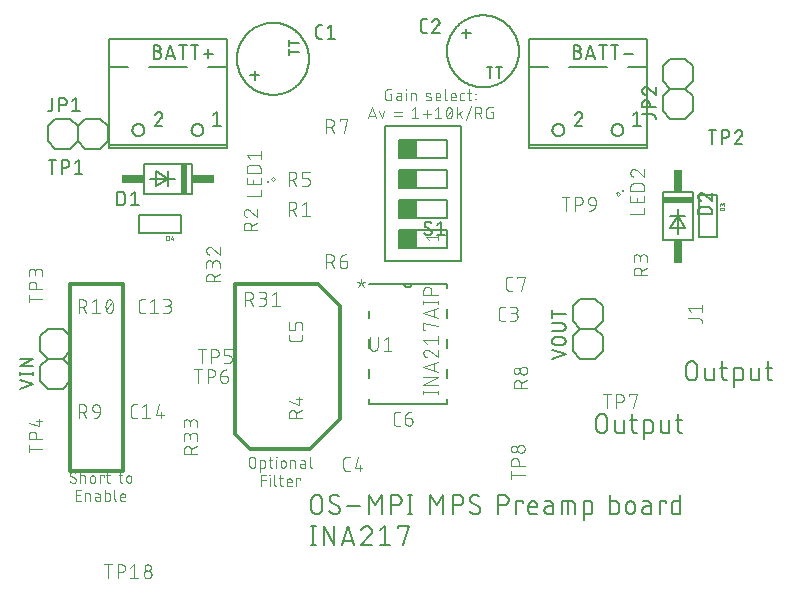
<source format=gbr>
G04 EAGLE Gerber RS-274X export*
G75*
%MOMM*%
%FSLAX34Y34*%
%LPD*%
%INSilkscreen Top*%
%IPPOS*%
%AMOC8*
5,1,8,0,0,1.08239X$1,22.5*%
G01*
%ADD10C,0.152400*%
%ADD11C,0.304800*%
%ADD12C,0.076200*%
%ADD13C,0.127000*%
%ADD14C,0.101600*%
%ADD15R,0.508000X2.540000*%
%ADD16R,1.905000X0.762000*%
%ADD17R,2.540000X0.508000*%
%ADD18R,0.762000X1.905000*%
%ADD19C,0.063400*%
%ADD20C,0.250000*%
%ADD21R,1.524000X1.524000*%
%ADD22C,0.025400*%


D10*
X261112Y266898D02*
X261112Y274122D01*
X261114Y274255D01*
X261120Y274387D01*
X261130Y274519D01*
X261143Y274651D01*
X261161Y274783D01*
X261182Y274913D01*
X261207Y275044D01*
X261236Y275173D01*
X261269Y275301D01*
X261305Y275429D01*
X261345Y275555D01*
X261389Y275680D01*
X261437Y275804D01*
X261488Y275926D01*
X261543Y276047D01*
X261601Y276166D01*
X261663Y276284D01*
X261728Y276399D01*
X261797Y276513D01*
X261868Y276624D01*
X261944Y276733D01*
X262022Y276840D01*
X262103Y276945D01*
X262188Y277047D01*
X262275Y277147D01*
X262365Y277244D01*
X262458Y277339D01*
X262554Y277430D01*
X262652Y277519D01*
X262753Y277605D01*
X262857Y277688D01*
X262963Y277768D01*
X263071Y277844D01*
X263181Y277918D01*
X263294Y277988D01*
X263408Y278055D01*
X263525Y278118D01*
X263643Y278178D01*
X263763Y278235D01*
X263885Y278288D01*
X264008Y278337D01*
X264132Y278383D01*
X264258Y278425D01*
X264385Y278463D01*
X264513Y278498D01*
X264642Y278529D01*
X264771Y278556D01*
X264902Y278579D01*
X265033Y278599D01*
X265165Y278614D01*
X265297Y278626D01*
X265429Y278634D01*
X265562Y278638D01*
X265694Y278638D01*
X265827Y278634D01*
X265959Y278626D01*
X266091Y278614D01*
X266223Y278599D01*
X266354Y278579D01*
X266485Y278556D01*
X266614Y278529D01*
X266743Y278498D01*
X266871Y278463D01*
X266998Y278425D01*
X267124Y278383D01*
X267248Y278337D01*
X267371Y278288D01*
X267493Y278235D01*
X267613Y278178D01*
X267731Y278118D01*
X267848Y278055D01*
X267962Y277988D01*
X268075Y277918D01*
X268185Y277844D01*
X268293Y277768D01*
X268399Y277688D01*
X268503Y277605D01*
X268604Y277519D01*
X268702Y277430D01*
X268798Y277339D01*
X268891Y277244D01*
X268981Y277147D01*
X269068Y277047D01*
X269153Y276945D01*
X269234Y276840D01*
X269312Y276733D01*
X269388Y276624D01*
X269459Y276513D01*
X269528Y276399D01*
X269593Y276284D01*
X269655Y276166D01*
X269713Y276047D01*
X269768Y275926D01*
X269819Y275804D01*
X269867Y275680D01*
X269911Y275555D01*
X269951Y275429D01*
X269987Y275301D01*
X270020Y275173D01*
X270049Y275044D01*
X270074Y274913D01*
X270095Y274783D01*
X270113Y274651D01*
X270126Y274519D01*
X270136Y274387D01*
X270142Y274255D01*
X270144Y274122D01*
X270143Y274122D02*
X270143Y266898D01*
X270144Y266898D02*
X270142Y266765D01*
X270136Y266633D01*
X270126Y266501D01*
X270113Y266369D01*
X270095Y266237D01*
X270074Y266107D01*
X270049Y265976D01*
X270020Y265847D01*
X269987Y265719D01*
X269951Y265591D01*
X269911Y265465D01*
X269867Y265340D01*
X269819Y265216D01*
X269768Y265094D01*
X269713Y264973D01*
X269655Y264854D01*
X269593Y264736D01*
X269528Y264621D01*
X269459Y264507D01*
X269388Y264396D01*
X269312Y264287D01*
X269234Y264180D01*
X269153Y264075D01*
X269068Y263973D01*
X268981Y263873D01*
X268891Y263776D01*
X268798Y263681D01*
X268702Y263590D01*
X268604Y263501D01*
X268503Y263415D01*
X268399Y263332D01*
X268293Y263252D01*
X268185Y263176D01*
X268075Y263102D01*
X267962Y263032D01*
X267848Y262965D01*
X267731Y262902D01*
X267613Y262842D01*
X267493Y262785D01*
X267371Y262732D01*
X267248Y262683D01*
X267124Y262637D01*
X266998Y262595D01*
X266871Y262557D01*
X266743Y262522D01*
X266614Y262491D01*
X266485Y262464D01*
X266354Y262441D01*
X266223Y262421D01*
X266091Y262406D01*
X265959Y262394D01*
X265827Y262386D01*
X265694Y262382D01*
X265562Y262382D01*
X265429Y262386D01*
X265297Y262394D01*
X265165Y262406D01*
X265033Y262421D01*
X264902Y262441D01*
X264771Y262464D01*
X264642Y262491D01*
X264513Y262522D01*
X264385Y262557D01*
X264258Y262595D01*
X264132Y262637D01*
X264008Y262683D01*
X263885Y262732D01*
X263763Y262785D01*
X263643Y262842D01*
X263525Y262902D01*
X263408Y262965D01*
X263294Y263032D01*
X263181Y263102D01*
X263071Y263176D01*
X262963Y263252D01*
X262857Y263332D01*
X262753Y263415D01*
X262652Y263501D01*
X262554Y263590D01*
X262458Y263681D01*
X262365Y263776D01*
X262275Y263873D01*
X262188Y263973D01*
X262103Y264075D01*
X262022Y264180D01*
X261944Y264287D01*
X261868Y264396D01*
X261797Y264507D01*
X261728Y264621D01*
X261663Y264736D01*
X261601Y264854D01*
X261543Y264973D01*
X261488Y265094D01*
X261437Y265216D01*
X261389Y265340D01*
X261345Y265465D01*
X261305Y265591D01*
X261269Y265719D01*
X261236Y265847D01*
X261207Y265976D01*
X261182Y266107D01*
X261161Y266237D01*
X261143Y266369D01*
X261130Y266501D01*
X261120Y266633D01*
X261114Y266765D01*
X261112Y266898D01*
X281641Y262382D02*
X281759Y262384D01*
X281877Y262390D01*
X281995Y262399D01*
X282112Y262413D01*
X282229Y262430D01*
X282346Y262451D01*
X282461Y262476D01*
X282576Y262505D01*
X282690Y262538D01*
X282802Y262574D01*
X282913Y262614D01*
X283023Y262657D01*
X283132Y262704D01*
X283239Y262754D01*
X283344Y262809D01*
X283447Y262866D01*
X283548Y262927D01*
X283648Y262991D01*
X283745Y263058D01*
X283840Y263128D01*
X283932Y263202D01*
X284023Y263278D01*
X284110Y263358D01*
X284195Y263440D01*
X284277Y263525D01*
X284357Y263612D01*
X284433Y263703D01*
X284507Y263795D01*
X284577Y263890D01*
X284644Y263987D01*
X284708Y264087D01*
X284769Y264188D01*
X284826Y264291D01*
X284881Y264396D01*
X284931Y264503D01*
X284978Y264612D01*
X285021Y264722D01*
X285061Y264833D01*
X285097Y264945D01*
X285130Y265059D01*
X285159Y265174D01*
X285184Y265289D01*
X285205Y265406D01*
X285222Y265523D01*
X285236Y265640D01*
X285245Y265758D01*
X285251Y265876D01*
X285253Y265994D01*
X281641Y262382D02*
X281458Y262384D01*
X281276Y262391D01*
X281094Y262402D01*
X280912Y262417D01*
X280730Y262437D01*
X280549Y262460D01*
X280369Y262489D01*
X280189Y262521D01*
X280010Y262558D01*
X279833Y262599D01*
X279656Y262645D01*
X279480Y262694D01*
X279306Y262748D01*
X279132Y262806D01*
X278961Y262868D01*
X278791Y262934D01*
X278622Y263005D01*
X278455Y263079D01*
X278290Y263157D01*
X278127Y263239D01*
X277966Y263325D01*
X277807Y263415D01*
X277650Y263509D01*
X277496Y263606D01*
X277344Y263707D01*
X277194Y263812D01*
X277047Y263920D01*
X276903Y264031D01*
X276761Y264146D01*
X276622Y264265D01*
X276486Y264387D01*
X276353Y264512D01*
X276223Y264640D01*
X276674Y275026D02*
X276676Y275144D01*
X276682Y275262D01*
X276691Y275380D01*
X276705Y275497D01*
X276722Y275614D01*
X276743Y275731D01*
X276768Y275846D01*
X276797Y275961D01*
X276830Y276075D01*
X276866Y276187D01*
X276906Y276298D01*
X276949Y276408D01*
X276996Y276517D01*
X277046Y276624D01*
X277101Y276729D01*
X277158Y276832D01*
X277219Y276933D01*
X277283Y277033D01*
X277350Y277130D01*
X277420Y277225D01*
X277494Y277317D01*
X277570Y277408D01*
X277650Y277495D01*
X277732Y277580D01*
X277817Y277662D01*
X277904Y277742D01*
X277995Y277818D01*
X278087Y277892D01*
X278182Y277962D01*
X278279Y278029D01*
X278379Y278093D01*
X278480Y278154D01*
X278583Y278212D01*
X278688Y278266D01*
X278795Y278316D01*
X278904Y278363D01*
X279014Y278407D01*
X279125Y278446D01*
X279238Y278482D01*
X279351Y278515D01*
X279466Y278544D01*
X279581Y278569D01*
X279698Y278590D01*
X279815Y278607D01*
X279932Y278621D01*
X280050Y278630D01*
X280168Y278636D01*
X280286Y278638D01*
X280447Y278636D01*
X280609Y278630D01*
X280770Y278621D01*
X280931Y278607D01*
X281091Y278590D01*
X281251Y278569D01*
X281411Y278544D01*
X281570Y278515D01*
X281728Y278483D01*
X281885Y278447D01*
X282041Y278407D01*
X282197Y278363D01*
X282351Y278315D01*
X282504Y278264D01*
X282656Y278210D01*
X282807Y278151D01*
X282956Y278090D01*
X283103Y278024D01*
X283249Y277955D01*
X283394Y277883D01*
X283536Y277807D01*
X283677Y277728D01*
X283816Y277646D01*
X283952Y277560D01*
X284087Y277471D01*
X284220Y277379D01*
X284350Y277283D01*
X278480Y271865D02*
X278379Y271927D01*
X278279Y271992D01*
X278182Y272061D01*
X278087Y272133D01*
X277994Y272207D01*
X277904Y272285D01*
X277816Y272366D01*
X277731Y272449D01*
X277649Y272535D01*
X277570Y272624D01*
X277493Y272715D01*
X277420Y272809D01*
X277349Y272905D01*
X277282Y273003D01*
X277218Y273103D01*
X277157Y273206D01*
X277100Y273310D01*
X277046Y273416D01*
X276996Y273524D01*
X276949Y273633D01*
X276905Y273744D01*
X276865Y273856D01*
X276829Y273970D01*
X276797Y274084D01*
X276768Y274200D01*
X276743Y274316D01*
X276722Y274433D01*
X276705Y274551D01*
X276691Y274669D01*
X276682Y274788D01*
X276676Y274907D01*
X276674Y275026D01*
X283447Y269155D02*
X283548Y269093D01*
X283648Y269028D01*
X283745Y268959D01*
X283840Y268887D01*
X283933Y268813D01*
X284023Y268735D01*
X284111Y268654D01*
X284196Y268571D01*
X284278Y268485D01*
X284357Y268396D01*
X284434Y268305D01*
X284507Y268211D01*
X284578Y268115D01*
X284645Y268017D01*
X284709Y267917D01*
X284770Y267814D01*
X284827Y267710D01*
X284881Y267604D01*
X284931Y267496D01*
X284978Y267387D01*
X285022Y267276D01*
X285062Y267164D01*
X285098Y267050D01*
X285130Y266936D01*
X285159Y266820D01*
X285184Y266704D01*
X285205Y266587D01*
X285222Y266469D01*
X285236Y266351D01*
X285245Y266232D01*
X285251Y266113D01*
X285253Y265994D01*
X283447Y269155D02*
X278480Y271865D01*
X291471Y268704D02*
X302309Y268704D01*
X309708Y262382D02*
X309708Y278638D01*
X315126Y269607D01*
X320545Y278638D01*
X320545Y262382D01*
X328537Y262382D02*
X328537Y278638D01*
X333053Y278638D01*
X333186Y278636D01*
X333318Y278630D01*
X333450Y278620D01*
X333582Y278607D01*
X333714Y278589D01*
X333844Y278568D01*
X333975Y278543D01*
X334104Y278514D01*
X334232Y278481D01*
X334360Y278445D01*
X334486Y278405D01*
X334611Y278361D01*
X334735Y278313D01*
X334857Y278262D01*
X334978Y278207D01*
X335097Y278149D01*
X335215Y278087D01*
X335330Y278022D01*
X335444Y277953D01*
X335555Y277882D01*
X335664Y277806D01*
X335771Y277728D01*
X335876Y277647D01*
X335978Y277562D01*
X336078Y277475D01*
X336175Y277385D01*
X336270Y277292D01*
X336361Y277196D01*
X336450Y277098D01*
X336536Y276997D01*
X336619Y276893D01*
X336699Y276787D01*
X336775Y276679D01*
X336849Y276569D01*
X336919Y276456D01*
X336986Y276342D01*
X337049Y276225D01*
X337109Y276107D01*
X337166Y275987D01*
X337219Y275865D01*
X337268Y275742D01*
X337314Y275618D01*
X337356Y275492D01*
X337394Y275365D01*
X337429Y275237D01*
X337460Y275108D01*
X337487Y274979D01*
X337510Y274848D01*
X337530Y274717D01*
X337545Y274585D01*
X337557Y274453D01*
X337565Y274321D01*
X337569Y274188D01*
X337569Y274056D01*
X337565Y273923D01*
X337557Y273791D01*
X337545Y273659D01*
X337530Y273527D01*
X337510Y273396D01*
X337487Y273265D01*
X337460Y273136D01*
X337429Y273007D01*
X337394Y272879D01*
X337356Y272752D01*
X337314Y272626D01*
X337268Y272502D01*
X337219Y272379D01*
X337166Y272257D01*
X337109Y272137D01*
X337049Y272019D01*
X336986Y271902D01*
X336919Y271788D01*
X336849Y271675D01*
X336775Y271565D01*
X336699Y271457D01*
X336619Y271351D01*
X336536Y271247D01*
X336450Y271146D01*
X336361Y271048D01*
X336270Y270952D01*
X336175Y270859D01*
X336078Y270769D01*
X335978Y270682D01*
X335876Y270597D01*
X335771Y270516D01*
X335664Y270438D01*
X335555Y270362D01*
X335444Y270291D01*
X335330Y270222D01*
X335215Y270157D01*
X335097Y270095D01*
X334978Y270037D01*
X334857Y269982D01*
X334735Y269931D01*
X334611Y269883D01*
X334486Y269839D01*
X334360Y269799D01*
X334232Y269763D01*
X334104Y269730D01*
X333975Y269701D01*
X333844Y269676D01*
X333714Y269655D01*
X333582Y269637D01*
X333450Y269624D01*
X333318Y269614D01*
X333186Y269608D01*
X333053Y269606D01*
X333053Y269607D02*
X328537Y269607D01*
X344826Y262382D02*
X344826Y278638D01*
X343020Y262382D02*
X346632Y262382D01*
X346632Y278638D02*
X343020Y278638D01*
X361812Y278638D02*
X361812Y262382D01*
X367231Y269607D02*
X361812Y278638D01*
X367231Y269607D02*
X372649Y278638D01*
X372649Y262382D01*
X380641Y262382D02*
X380641Y278638D01*
X385157Y278638D01*
X385290Y278636D01*
X385422Y278630D01*
X385554Y278620D01*
X385686Y278607D01*
X385818Y278589D01*
X385948Y278568D01*
X386079Y278543D01*
X386208Y278514D01*
X386336Y278481D01*
X386464Y278445D01*
X386590Y278405D01*
X386715Y278361D01*
X386839Y278313D01*
X386961Y278262D01*
X387082Y278207D01*
X387201Y278149D01*
X387319Y278087D01*
X387434Y278022D01*
X387548Y277953D01*
X387659Y277882D01*
X387768Y277806D01*
X387875Y277728D01*
X387980Y277647D01*
X388082Y277562D01*
X388182Y277475D01*
X388279Y277385D01*
X388374Y277292D01*
X388465Y277196D01*
X388554Y277098D01*
X388640Y276997D01*
X388723Y276893D01*
X388803Y276787D01*
X388879Y276679D01*
X388953Y276569D01*
X389023Y276456D01*
X389090Y276342D01*
X389153Y276225D01*
X389213Y276107D01*
X389270Y275987D01*
X389323Y275865D01*
X389372Y275742D01*
X389418Y275618D01*
X389460Y275492D01*
X389498Y275365D01*
X389533Y275237D01*
X389564Y275108D01*
X389591Y274979D01*
X389614Y274848D01*
X389634Y274717D01*
X389649Y274585D01*
X389661Y274453D01*
X389669Y274321D01*
X389673Y274188D01*
X389673Y274056D01*
X389669Y273923D01*
X389661Y273791D01*
X389649Y273659D01*
X389634Y273527D01*
X389614Y273396D01*
X389591Y273265D01*
X389564Y273136D01*
X389533Y273007D01*
X389498Y272879D01*
X389460Y272752D01*
X389418Y272626D01*
X389372Y272502D01*
X389323Y272379D01*
X389270Y272257D01*
X389213Y272137D01*
X389153Y272019D01*
X389090Y271902D01*
X389023Y271788D01*
X388953Y271675D01*
X388879Y271565D01*
X388803Y271457D01*
X388723Y271351D01*
X388640Y271247D01*
X388554Y271146D01*
X388465Y271048D01*
X388374Y270952D01*
X388279Y270859D01*
X388182Y270769D01*
X388082Y270682D01*
X387980Y270597D01*
X387875Y270516D01*
X387768Y270438D01*
X387659Y270362D01*
X387548Y270291D01*
X387434Y270222D01*
X387319Y270157D01*
X387201Y270095D01*
X387082Y270037D01*
X386961Y269982D01*
X386839Y269931D01*
X386715Y269883D01*
X386590Y269839D01*
X386464Y269799D01*
X386336Y269763D01*
X386208Y269730D01*
X386079Y269701D01*
X385948Y269676D01*
X385818Y269655D01*
X385686Y269637D01*
X385554Y269624D01*
X385422Y269614D01*
X385290Y269608D01*
X385157Y269606D01*
X385157Y269607D02*
X380641Y269607D01*
X400438Y262382D02*
X400556Y262384D01*
X400674Y262390D01*
X400792Y262399D01*
X400909Y262413D01*
X401026Y262430D01*
X401143Y262451D01*
X401258Y262476D01*
X401373Y262505D01*
X401487Y262538D01*
X401599Y262574D01*
X401710Y262614D01*
X401820Y262657D01*
X401929Y262704D01*
X402036Y262754D01*
X402141Y262809D01*
X402244Y262866D01*
X402345Y262927D01*
X402445Y262991D01*
X402542Y263058D01*
X402637Y263128D01*
X402729Y263202D01*
X402820Y263278D01*
X402907Y263358D01*
X402992Y263440D01*
X403074Y263525D01*
X403154Y263612D01*
X403230Y263703D01*
X403304Y263795D01*
X403374Y263890D01*
X403441Y263987D01*
X403505Y264087D01*
X403566Y264188D01*
X403623Y264291D01*
X403678Y264396D01*
X403728Y264503D01*
X403775Y264612D01*
X403818Y264722D01*
X403858Y264833D01*
X403894Y264945D01*
X403927Y265059D01*
X403956Y265174D01*
X403981Y265289D01*
X404002Y265406D01*
X404019Y265523D01*
X404033Y265640D01*
X404042Y265758D01*
X404048Y265876D01*
X404050Y265994D01*
X400438Y262382D02*
X400255Y262384D01*
X400073Y262391D01*
X399891Y262402D01*
X399709Y262417D01*
X399527Y262437D01*
X399346Y262460D01*
X399166Y262489D01*
X398986Y262521D01*
X398807Y262558D01*
X398630Y262599D01*
X398453Y262645D01*
X398277Y262694D01*
X398103Y262748D01*
X397929Y262806D01*
X397758Y262868D01*
X397588Y262934D01*
X397419Y263005D01*
X397252Y263079D01*
X397087Y263157D01*
X396924Y263239D01*
X396763Y263325D01*
X396604Y263415D01*
X396447Y263509D01*
X396293Y263606D01*
X396141Y263707D01*
X395991Y263812D01*
X395844Y263920D01*
X395700Y264031D01*
X395558Y264146D01*
X395419Y264265D01*
X395283Y264387D01*
X395150Y264512D01*
X395020Y264640D01*
X395472Y275026D02*
X395474Y275144D01*
X395480Y275262D01*
X395489Y275380D01*
X395503Y275497D01*
X395520Y275614D01*
X395541Y275731D01*
X395566Y275846D01*
X395595Y275961D01*
X395628Y276075D01*
X395664Y276187D01*
X395704Y276298D01*
X395747Y276408D01*
X395794Y276517D01*
X395844Y276624D01*
X395899Y276729D01*
X395956Y276832D01*
X396017Y276933D01*
X396081Y277033D01*
X396148Y277130D01*
X396218Y277225D01*
X396292Y277317D01*
X396368Y277408D01*
X396448Y277495D01*
X396530Y277580D01*
X396615Y277662D01*
X396702Y277742D01*
X396793Y277818D01*
X396885Y277892D01*
X396980Y277962D01*
X397077Y278029D01*
X397177Y278093D01*
X397278Y278154D01*
X397381Y278212D01*
X397486Y278266D01*
X397593Y278316D01*
X397702Y278363D01*
X397812Y278407D01*
X397923Y278446D01*
X398036Y278482D01*
X398149Y278515D01*
X398264Y278544D01*
X398379Y278569D01*
X398496Y278590D01*
X398613Y278607D01*
X398730Y278621D01*
X398848Y278630D01*
X398966Y278636D01*
X399084Y278638D01*
X399083Y278638D02*
X399244Y278636D01*
X399406Y278630D01*
X399567Y278621D01*
X399728Y278607D01*
X399888Y278590D01*
X400048Y278569D01*
X400208Y278544D01*
X400367Y278515D01*
X400525Y278483D01*
X400682Y278447D01*
X400838Y278407D01*
X400994Y278363D01*
X401148Y278315D01*
X401301Y278264D01*
X401453Y278210D01*
X401604Y278151D01*
X401753Y278090D01*
X401900Y278024D01*
X402046Y277955D01*
X402191Y277883D01*
X402333Y277807D01*
X402474Y277728D01*
X402613Y277646D01*
X402749Y277560D01*
X402884Y277471D01*
X403017Y277379D01*
X403147Y277283D01*
X397277Y271865D02*
X397176Y271927D01*
X397076Y271992D01*
X396979Y272061D01*
X396884Y272133D01*
X396791Y272207D01*
X396701Y272285D01*
X396613Y272366D01*
X396528Y272449D01*
X396446Y272535D01*
X396367Y272624D01*
X396290Y272715D01*
X396217Y272809D01*
X396146Y272905D01*
X396079Y273003D01*
X396015Y273103D01*
X395954Y273206D01*
X395897Y273310D01*
X395843Y273416D01*
X395793Y273524D01*
X395746Y273633D01*
X395702Y273744D01*
X395662Y273856D01*
X395626Y273970D01*
X395594Y274084D01*
X395565Y274200D01*
X395540Y274316D01*
X395519Y274433D01*
X395502Y274551D01*
X395488Y274669D01*
X395479Y274788D01*
X395473Y274907D01*
X395471Y275026D01*
X402245Y269155D02*
X402346Y269093D01*
X402446Y269028D01*
X402543Y268959D01*
X402638Y268887D01*
X402731Y268813D01*
X402821Y268735D01*
X402909Y268654D01*
X402994Y268571D01*
X403076Y268485D01*
X403155Y268396D01*
X403232Y268305D01*
X403305Y268211D01*
X403376Y268115D01*
X403443Y268017D01*
X403507Y267917D01*
X403568Y267814D01*
X403625Y267710D01*
X403679Y267604D01*
X403729Y267496D01*
X403776Y267387D01*
X403820Y267276D01*
X403860Y267164D01*
X403896Y267050D01*
X403928Y266936D01*
X403957Y266820D01*
X403982Y266704D01*
X404003Y266587D01*
X404020Y266469D01*
X404034Y266351D01*
X404043Y266232D01*
X404049Y266113D01*
X404051Y265994D01*
X402244Y269155D02*
X397277Y271865D01*
X419198Y278638D02*
X419198Y262382D01*
X419198Y278638D02*
X423714Y278638D01*
X423847Y278636D01*
X423979Y278630D01*
X424111Y278620D01*
X424243Y278607D01*
X424375Y278589D01*
X424505Y278568D01*
X424636Y278543D01*
X424765Y278514D01*
X424893Y278481D01*
X425021Y278445D01*
X425147Y278405D01*
X425272Y278361D01*
X425396Y278313D01*
X425518Y278262D01*
X425639Y278207D01*
X425758Y278149D01*
X425876Y278087D01*
X425991Y278022D01*
X426105Y277953D01*
X426216Y277882D01*
X426325Y277806D01*
X426432Y277728D01*
X426537Y277647D01*
X426639Y277562D01*
X426739Y277475D01*
X426836Y277385D01*
X426931Y277292D01*
X427022Y277196D01*
X427111Y277098D01*
X427197Y276997D01*
X427280Y276893D01*
X427360Y276787D01*
X427436Y276679D01*
X427510Y276569D01*
X427580Y276456D01*
X427647Y276342D01*
X427710Y276225D01*
X427770Y276107D01*
X427827Y275987D01*
X427880Y275865D01*
X427929Y275742D01*
X427975Y275618D01*
X428017Y275492D01*
X428055Y275365D01*
X428090Y275237D01*
X428121Y275108D01*
X428148Y274979D01*
X428171Y274848D01*
X428191Y274717D01*
X428206Y274585D01*
X428218Y274453D01*
X428226Y274321D01*
X428230Y274188D01*
X428230Y274056D01*
X428226Y273923D01*
X428218Y273791D01*
X428206Y273659D01*
X428191Y273527D01*
X428171Y273396D01*
X428148Y273265D01*
X428121Y273136D01*
X428090Y273007D01*
X428055Y272879D01*
X428017Y272752D01*
X427975Y272626D01*
X427929Y272502D01*
X427880Y272379D01*
X427827Y272257D01*
X427770Y272137D01*
X427710Y272019D01*
X427647Y271902D01*
X427580Y271788D01*
X427510Y271675D01*
X427436Y271565D01*
X427360Y271457D01*
X427280Y271351D01*
X427197Y271247D01*
X427111Y271146D01*
X427022Y271048D01*
X426931Y270952D01*
X426836Y270859D01*
X426739Y270769D01*
X426639Y270682D01*
X426537Y270597D01*
X426432Y270516D01*
X426325Y270438D01*
X426216Y270362D01*
X426105Y270291D01*
X425991Y270222D01*
X425876Y270157D01*
X425758Y270095D01*
X425639Y270037D01*
X425518Y269982D01*
X425396Y269931D01*
X425272Y269883D01*
X425147Y269839D01*
X425021Y269799D01*
X424893Y269763D01*
X424765Y269730D01*
X424636Y269701D01*
X424505Y269676D01*
X424375Y269655D01*
X424243Y269637D01*
X424111Y269624D01*
X423979Y269614D01*
X423847Y269608D01*
X423714Y269606D01*
X423714Y269607D02*
X419198Y269607D01*
X434565Y273219D02*
X434565Y262382D01*
X434565Y273219D02*
X439983Y273219D01*
X439983Y271413D01*
X447610Y262382D02*
X452125Y262382D01*
X447610Y262382D02*
X447509Y262384D01*
X447408Y262390D01*
X447307Y262399D01*
X447206Y262412D01*
X447106Y262429D01*
X447007Y262450D01*
X446909Y262474D01*
X446812Y262502D01*
X446715Y262534D01*
X446620Y262569D01*
X446527Y262608D01*
X446435Y262650D01*
X446344Y262696D01*
X446256Y262745D01*
X446169Y262797D01*
X446084Y262853D01*
X446001Y262911D01*
X445921Y262973D01*
X445843Y263038D01*
X445767Y263105D01*
X445694Y263175D01*
X445624Y263248D01*
X445557Y263324D01*
X445492Y263402D01*
X445430Y263482D01*
X445372Y263565D01*
X445316Y263650D01*
X445264Y263737D01*
X445215Y263825D01*
X445169Y263916D01*
X445127Y264008D01*
X445088Y264101D01*
X445053Y264196D01*
X445021Y264293D01*
X444993Y264390D01*
X444969Y264488D01*
X444948Y264587D01*
X444931Y264687D01*
X444918Y264788D01*
X444909Y264889D01*
X444903Y264990D01*
X444901Y265091D01*
X444900Y265091D02*
X444900Y269607D01*
X444901Y269607D02*
X444903Y269726D01*
X444909Y269846D01*
X444919Y269965D01*
X444933Y270083D01*
X444950Y270202D01*
X444972Y270319D01*
X444997Y270436D01*
X445027Y270551D01*
X445060Y270666D01*
X445097Y270780D01*
X445137Y270892D01*
X445182Y271003D01*
X445230Y271112D01*
X445281Y271220D01*
X445336Y271326D01*
X445395Y271430D01*
X445457Y271532D01*
X445522Y271632D01*
X445591Y271730D01*
X445663Y271826D01*
X445738Y271919D01*
X445815Y272009D01*
X445896Y272097D01*
X445980Y272182D01*
X446067Y272264D01*
X446156Y272344D01*
X446248Y272420D01*
X446342Y272494D01*
X446439Y272564D01*
X446537Y272631D01*
X446638Y272695D01*
X446742Y272755D01*
X446847Y272812D01*
X446954Y272865D01*
X447062Y272915D01*
X447172Y272961D01*
X447284Y273003D01*
X447397Y273042D01*
X447511Y273077D01*
X447626Y273108D01*
X447743Y273136D01*
X447860Y273159D01*
X447977Y273179D01*
X448096Y273195D01*
X448215Y273207D01*
X448334Y273215D01*
X448453Y273219D01*
X448573Y273219D01*
X448692Y273215D01*
X448811Y273207D01*
X448930Y273195D01*
X449049Y273179D01*
X449166Y273159D01*
X449283Y273136D01*
X449400Y273108D01*
X449515Y273077D01*
X449629Y273042D01*
X449742Y273003D01*
X449854Y272961D01*
X449964Y272915D01*
X450072Y272865D01*
X450179Y272812D01*
X450284Y272755D01*
X450388Y272695D01*
X450489Y272631D01*
X450587Y272564D01*
X450684Y272494D01*
X450778Y272420D01*
X450870Y272344D01*
X450959Y272264D01*
X451046Y272182D01*
X451130Y272097D01*
X451211Y272009D01*
X451288Y271919D01*
X451363Y271826D01*
X451435Y271730D01*
X451504Y271632D01*
X451569Y271532D01*
X451631Y271430D01*
X451690Y271326D01*
X451745Y271220D01*
X451796Y271112D01*
X451844Y271003D01*
X451889Y270892D01*
X451929Y270780D01*
X451966Y270666D01*
X451999Y270551D01*
X452029Y270436D01*
X452054Y270319D01*
X452076Y270202D01*
X452093Y270083D01*
X452107Y269965D01*
X452117Y269846D01*
X452123Y269726D01*
X452125Y269607D01*
X452125Y267801D01*
X444900Y267801D01*
X461535Y268704D02*
X465599Y268704D01*
X461535Y268704D02*
X461423Y268702D01*
X461312Y268696D01*
X461201Y268686D01*
X461090Y268673D01*
X460980Y268655D01*
X460871Y268633D01*
X460762Y268608D01*
X460654Y268579D01*
X460548Y268546D01*
X460442Y268509D01*
X460338Y268469D01*
X460236Y268425D01*
X460135Y268377D01*
X460036Y268326D01*
X459938Y268271D01*
X459843Y268213D01*
X459750Y268152D01*
X459659Y268087D01*
X459570Y268019D01*
X459484Y267948D01*
X459401Y267875D01*
X459320Y267798D01*
X459241Y267718D01*
X459166Y267636D01*
X459094Y267551D01*
X459024Y267464D01*
X458958Y267374D01*
X458895Y267282D01*
X458835Y267187D01*
X458779Y267091D01*
X458726Y266993D01*
X458677Y266893D01*
X458631Y266791D01*
X458589Y266688D01*
X458550Y266583D01*
X458515Y266477D01*
X458484Y266370D01*
X458457Y266262D01*
X458433Y266153D01*
X458414Y266043D01*
X458398Y265933D01*
X458386Y265822D01*
X458378Y265710D01*
X458374Y265599D01*
X458374Y265487D01*
X458378Y265376D01*
X458386Y265264D01*
X458398Y265153D01*
X458414Y265043D01*
X458433Y264933D01*
X458457Y264824D01*
X458484Y264716D01*
X458515Y264609D01*
X458550Y264503D01*
X458589Y264398D01*
X458631Y264295D01*
X458677Y264193D01*
X458726Y264093D01*
X458779Y263995D01*
X458835Y263899D01*
X458895Y263804D01*
X458958Y263712D01*
X459024Y263622D01*
X459094Y263535D01*
X459166Y263450D01*
X459241Y263368D01*
X459320Y263288D01*
X459401Y263211D01*
X459484Y263138D01*
X459570Y263067D01*
X459659Y262999D01*
X459750Y262934D01*
X459843Y262873D01*
X459938Y262815D01*
X460036Y262760D01*
X460135Y262709D01*
X460236Y262661D01*
X460338Y262617D01*
X460442Y262577D01*
X460548Y262540D01*
X460654Y262507D01*
X460762Y262478D01*
X460871Y262453D01*
X460980Y262431D01*
X461090Y262413D01*
X461201Y262400D01*
X461312Y262390D01*
X461423Y262384D01*
X461535Y262382D01*
X465599Y262382D01*
X465599Y270510D01*
X465597Y270611D01*
X465591Y270712D01*
X465582Y270813D01*
X465569Y270914D01*
X465552Y271014D01*
X465531Y271113D01*
X465507Y271211D01*
X465479Y271308D01*
X465447Y271405D01*
X465412Y271500D01*
X465373Y271593D01*
X465331Y271685D01*
X465285Y271776D01*
X465236Y271865D01*
X465184Y271951D01*
X465128Y272036D01*
X465070Y272119D01*
X465008Y272199D01*
X464943Y272277D01*
X464876Y272353D01*
X464806Y272426D01*
X464733Y272496D01*
X464657Y272563D01*
X464579Y272628D01*
X464499Y272690D01*
X464416Y272748D01*
X464331Y272804D01*
X464245Y272856D01*
X464156Y272905D01*
X464065Y272951D01*
X463973Y272993D01*
X463880Y273032D01*
X463785Y273067D01*
X463688Y273099D01*
X463591Y273127D01*
X463493Y273151D01*
X463394Y273172D01*
X463294Y273189D01*
X463193Y273202D01*
X463092Y273211D01*
X462991Y273217D01*
X462890Y273219D01*
X459277Y273219D01*
X473315Y273219D02*
X473315Y262382D01*
X473315Y273219D02*
X481443Y273219D01*
X481544Y273217D01*
X481645Y273211D01*
X481746Y273202D01*
X481847Y273189D01*
X481947Y273172D01*
X482046Y273151D01*
X482144Y273127D01*
X482241Y273099D01*
X482338Y273067D01*
X482433Y273032D01*
X482526Y272993D01*
X482618Y272951D01*
X482709Y272905D01*
X482798Y272856D01*
X482884Y272804D01*
X482969Y272748D01*
X483052Y272690D01*
X483132Y272628D01*
X483210Y272563D01*
X483286Y272496D01*
X483359Y272426D01*
X483429Y272353D01*
X483496Y272277D01*
X483561Y272199D01*
X483623Y272119D01*
X483681Y272036D01*
X483737Y271951D01*
X483789Y271865D01*
X483838Y271776D01*
X483884Y271685D01*
X483926Y271593D01*
X483965Y271500D01*
X484000Y271405D01*
X484032Y271308D01*
X484060Y271211D01*
X484084Y271113D01*
X484105Y271014D01*
X484122Y270914D01*
X484135Y270813D01*
X484144Y270712D01*
X484150Y270611D01*
X484152Y270510D01*
X484152Y262382D01*
X478733Y262382D02*
X478733Y273219D01*
X491867Y273219D02*
X491867Y256963D01*
X491867Y273219D02*
X496383Y273219D01*
X496487Y273217D01*
X496590Y273211D01*
X496694Y273201D01*
X496797Y273187D01*
X496899Y273169D01*
X497000Y273148D01*
X497101Y273122D01*
X497200Y273093D01*
X497299Y273060D01*
X497396Y273023D01*
X497491Y272982D01*
X497585Y272938D01*
X497677Y272890D01*
X497767Y272839D01*
X497856Y272784D01*
X497942Y272726D01*
X498025Y272664D01*
X498107Y272600D01*
X498185Y272532D01*
X498261Y272462D01*
X498335Y272389D01*
X498405Y272312D01*
X498473Y272234D01*
X498537Y272152D01*
X498599Y272069D01*
X498657Y271983D01*
X498712Y271894D01*
X498763Y271804D01*
X498811Y271712D01*
X498855Y271618D01*
X498896Y271523D01*
X498933Y271426D01*
X498966Y271327D01*
X498995Y271228D01*
X499021Y271127D01*
X499042Y271026D01*
X499060Y270924D01*
X499074Y270821D01*
X499084Y270717D01*
X499090Y270614D01*
X499092Y270510D01*
X499092Y265091D01*
X499090Y264990D01*
X499084Y264889D01*
X499075Y264788D01*
X499062Y264687D01*
X499045Y264587D01*
X499024Y264488D01*
X499000Y264390D01*
X498972Y264293D01*
X498940Y264196D01*
X498905Y264101D01*
X498866Y264008D01*
X498824Y263916D01*
X498778Y263825D01*
X498729Y263737D01*
X498677Y263650D01*
X498621Y263565D01*
X498563Y263482D01*
X498501Y263402D01*
X498436Y263324D01*
X498369Y263248D01*
X498299Y263175D01*
X498226Y263105D01*
X498150Y263038D01*
X498072Y262973D01*
X497992Y262911D01*
X497909Y262853D01*
X497824Y262797D01*
X497738Y262745D01*
X497649Y262696D01*
X497558Y262650D01*
X497466Y262608D01*
X497373Y262569D01*
X497278Y262534D01*
X497181Y262502D01*
X497084Y262474D01*
X496986Y262450D01*
X496887Y262429D01*
X496787Y262412D01*
X496686Y262399D01*
X496585Y262390D01*
X496484Y262384D01*
X496383Y262382D01*
X491867Y262382D01*
X514272Y262382D02*
X514272Y278638D01*
X514272Y262382D02*
X518788Y262382D01*
X518892Y262384D01*
X518995Y262390D01*
X519099Y262400D01*
X519202Y262414D01*
X519304Y262432D01*
X519405Y262453D01*
X519506Y262479D01*
X519605Y262508D01*
X519704Y262541D01*
X519801Y262578D01*
X519896Y262619D01*
X519990Y262663D01*
X520082Y262711D01*
X520172Y262762D01*
X520261Y262817D01*
X520347Y262875D01*
X520430Y262937D01*
X520512Y263001D01*
X520590Y263069D01*
X520666Y263139D01*
X520740Y263212D01*
X520810Y263289D01*
X520878Y263367D01*
X520942Y263449D01*
X521004Y263532D01*
X521062Y263618D01*
X521117Y263707D01*
X521168Y263797D01*
X521216Y263889D01*
X521260Y263983D01*
X521301Y264078D01*
X521338Y264175D01*
X521371Y264274D01*
X521400Y264373D01*
X521426Y264474D01*
X521447Y264575D01*
X521465Y264677D01*
X521479Y264780D01*
X521489Y264884D01*
X521495Y264987D01*
X521497Y265091D01*
X521497Y270510D01*
X521495Y270611D01*
X521489Y270712D01*
X521480Y270813D01*
X521467Y270914D01*
X521450Y271014D01*
X521429Y271113D01*
X521405Y271211D01*
X521377Y271308D01*
X521345Y271405D01*
X521310Y271500D01*
X521271Y271593D01*
X521229Y271685D01*
X521183Y271776D01*
X521134Y271865D01*
X521082Y271951D01*
X521026Y272036D01*
X520968Y272119D01*
X520906Y272199D01*
X520841Y272277D01*
X520774Y272353D01*
X520704Y272426D01*
X520631Y272496D01*
X520555Y272563D01*
X520477Y272628D01*
X520397Y272690D01*
X520314Y272748D01*
X520229Y272804D01*
X520143Y272856D01*
X520054Y272905D01*
X519963Y272951D01*
X519871Y272993D01*
X519778Y273032D01*
X519683Y273067D01*
X519586Y273099D01*
X519489Y273127D01*
X519391Y273151D01*
X519292Y273172D01*
X519192Y273189D01*
X519091Y273202D01*
X518990Y273211D01*
X518889Y273217D01*
X518788Y273219D01*
X514272Y273219D01*
X527746Y269607D02*
X527746Y265994D01*
X527746Y269607D02*
X527748Y269726D01*
X527754Y269846D01*
X527764Y269965D01*
X527778Y270083D01*
X527795Y270202D01*
X527817Y270319D01*
X527842Y270436D01*
X527872Y270551D01*
X527905Y270666D01*
X527942Y270780D01*
X527982Y270892D01*
X528027Y271003D01*
X528075Y271112D01*
X528126Y271220D01*
X528181Y271326D01*
X528240Y271430D01*
X528302Y271532D01*
X528367Y271632D01*
X528436Y271730D01*
X528508Y271826D01*
X528583Y271919D01*
X528660Y272009D01*
X528741Y272097D01*
X528825Y272182D01*
X528912Y272264D01*
X529001Y272344D01*
X529093Y272420D01*
X529187Y272494D01*
X529284Y272564D01*
X529382Y272631D01*
X529483Y272695D01*
X529587Y272755D01*
X529692Y272812D01*
X529799Y272865D01*
X529907Y272915D01*
X530017Y272961D01*
X530129Y273003D01*
X530242Y273042D01*
X530356Y273077D01*
X530471Y273108D01*
X530588Y273136D01*
X530705Y273159D01*
X530822Y273179D01*
X530941Y273195D01*
X531060Y273207D01*
X531179Y273215D01*
X531298Y273219D01*
X531418Y273219D01*
X531537Y273215D01*
X531656Y273207D01*
X531775Y273195D01*
X531894Y273179D01*
X532011Y273159D01*
X532128Y273136D01*
X532245Y273108D01*
X532360Y273077D01*
X532474Y273042D01*
X532587Y273003D01*
X532699Y272961D01*
X532809Y272915D01*
X532917Y272865D01*
X533024Y272812D01*
X533129Y272755D01*
X533233Y272695D01*
X533334Y272631D01*
X533432Y272564D01*
X533529Y272494D01*
X533623Y272420D01*
X533715Y272344D01*
X533804Y272264D01*
X533891Y272182D01*
X533975Y272097D01*
X534056Y272009D01*
X534133Y271919D01*
X534208Y271826D01*
X534280Y271730D01*
X534349Y271632D01*
X534414Y271532D01*
X534476Y271430D01*
X534535Y271326D01*
X534590Y271220D01*
X534641Y271112D01*
X534689Y271003D01*
X534734Y270892D01*
X534774Y270780D01*
X534811Y270666D01*
X534844Y270551D01*
X534874Y270436D01*
X534899Y270319D01*
X534921Y270202D01*
X534938Y270083D01*
X534952Y269965D01*
X534962Y269846D01*
X534968Y269726D01*
X534970Y269607D01*
X534971Y269607D02*
X534971Y265994D01*
X534970Y265994D02*
X534968Y265875D01*
X534962Y265755D01*
X534952Y265636D01*
X534938Y265518D01*
X534921Y265399D01*
X534899Y265282D01*
X534874Y265165D01*
X534844Y265050D01*
X534811Y264935D01*
X534774Y264821D01*
X534734Y264709D01*
X534689Y264598D01*
X534641Y264489D01*
X534590Y264381D01*
X534535Y264275D01*
X534476Y264171D01*
X534414Y264069D01*
X534349Y263969D01*
X534280Y263871D01*
X534208Y263775D01*
X534133Y263682D01*
X534056Y263592D01*
X533975Y263504D01*
X533891Y263419D01*
X533804Y263337D01*
X533715Y263257D01*
X533623Y263181D01*
X533529Y263107D01*
X533432Y263037D01*
X533334Y262970D01*
X533233Y262906D01*
X533129Y262846D01*
X533024Y262789D01*
X532917Y262736D01*
X532809Y262686D01*
X532699Y262640D01*
X532587Y262598D01*
X532474Y262559D01*
X532360Y262524D01*
X532245Y262493D01*
X532128Y262465D01*
X532011Y262442D01*
X531894Y262422D01*
X531775Y262406D01*
X531656Y262394D01*
X531537Y262386D01*
X531418Y262382D01*
X531298Y262382D01*
X531179Y262386D01*
X531060Y262394D01*
X530941Y262406D01*
X530822Y262422D01*
X530705Y262442D01*
X530588Y262465D01*
X530471Y262493D01*
X530356Y262524D01*
X530242Y262559D01*
X530129Y262598D01*
X530017Y262640D01*
X529907Y262686D01*
X529799Y262736D01*
X529692Y262789D01*
X529587Y262846D01*
X529483Y262906D01*
X529382Y262970D01*
X529284Y263037D01*
X529187Y263107D01*
X529093Y263181D01*
X529001Y263257D01*
X528912Y263337D01*
X528825Y263419D01*
X528741Y263504D01*
X528660Y263592D01*
X528583Y263682D01*
X528508Y263775D01*
X528436Y263871D01*
X528367Y263969D01*
X528302Y264069D01*
X528240Y264171D01*
X528181Y264275D01*
X528126Y264381D01*
X528075Y264489D01*
X528027Y264598D01*
X527982Y264709D01*
X527942Y264821D01*
X527905Y264935D01*
X527872Y265050D01*
X527842Y265165D01*
X527817Y265282D01*
X527795Y265399D01*
X527778Y265518D01*
X527764Y265636D01*
X527754Y265755D01*
X527748Y265875D01*
X527746Y265994D01*
X544381Y268704D02*
X548445Y268704D01*
X544381Y268704D02*
X544269Y268702D01*
X544158Y268696D01*
X544047Y268686D01*
X543936Y268673D01*
X543826Y268655D01*
X543717Y268633D01*
X543608Y268608D01*
X543500Y268579D01*
X543394Y268546D01*
X543288Y268509D01*
X543184Y268469D01*
X543082Y268425D01*
X542981Y268377D01*
X542882Y268326D01*
X542784Y268271D01*
X542689Y268213D01*
X542596Y268152D01*
X542505Y268087D01*
X542416Y268019D01*
X542330Y267948D01*
X542247Y267875D01*
X542166Y267798D01*
X542087Y267718D01*
X542012Y267636D01*
X541940Y267551D01*
X541870Y267464D01*
X541804Y267374D01*
X541741Y267282D01*
X541681Y267187D01*
X541625Y267091D01*
X541572Y266993D01*
X541523Y266893D01*
X541477Y266791D01*
X541435Y266688D01*
X541396Y266583D01*
X541361Y266477D01*
X541330Y266370D01*
X541303Y266262D01*
X541279Y266153D01*
X541260Y266043D01*
X541244Y265933D01*
X541232Y265822D01*
X541224Y265710D01*
X541220Y265599D01*
X541220Y265487D01*
X541224Y265376D01*
X541232Y265264D01*
X541244Y265153D01*
X541260Y265043D01*
X541279Y264933D01*
X541303Y264824D01*
X541330Y264716D01*
X541361Y264609D01*
X541396Y264503D01*
X541435Y264398D01*
X541477Y264295D01*
X541523Y264193D01*
X541572Y264093D01*
X541625Y263995D01*
X541681Y263899D01*
X541741Y263804D01*
X541804Y263712D01*
X541870Y263622D01*
X541940Y263535D01*
X542012Y263450D01*
X542087Y263368D01*
X542166Y263288D01*
X542247Y263211D01*
X542330Y263138D01*
X542416Y263067D01*
X542505Y262999D01*
X542596Y262934D01*
X542689Y262873D01*
X542784Y262815D01*
X542882Y262760D01*
X542981Y262709D01*
X543082Y262661D01*
X543184Y262617D01*
X543288Y262577D01*
X543394Y262540D01*
X543500Y262507D01*
X543608Y262478D01*
X543717Y262453D01*
X543826Y262431D01*
X543936Y262413D01*
X544047Y262400D01*
X544158Y262390D01*
X544269Y262384D01*
X544381Y262382D01*
X548445Y262382D01*
X548445Y270510D01*
X548444Y270510D02*
X548442Y270611D01*
X548436Y270712D01*
X548427Y270813D01*
X548414Y270914D01*
X548397Y271014D01*
X548376Y271113D01*
X548352Y271211D01*
X548324Y271308D01*
X548292Y271405D01*
X548257Y271500D01*
X548218Y271593D01*
X548176Y271685D01*
X548130Y271776D01*
X548081Y271865D01*
X548029Y271951D01*
X547973Y272036D01*
X547915Y272119D01*
X547853Y272199D01*
X547788Y272277D01*
X547721Y272353D01*
X547651Y272426D01*
X547578Y272496D01*
X547502Y272563D01*
X547424Y272628D01*
X547344Y272690D01*
X547261Y272748D01*
X547176Y272804D01*
X547090Y272856D01*
X547001Y272905D01*
X546910Y272951D01*
X546818Y272993D01*
X546725Y273032D01*
X546630Y273067D01*
X546533Y273099D01*
X546436Y273127D01*
X546338Y273151D01*
X546239Y273172D01*
X546139Y273189D01*
X546038Y273202D01*
X545937Y273211D01*
X545836Y273217D01*
X545735Y273219D01*
X542123Y273219D01*
X555967Y273219D02*
X555967Y262382D01*
X555967Y273219D02*
X561386Y273219D01*
X561386Y271413D01*
X573455Y278638D02*
X573455Y262382D01*
X568939Y262382D01*
X568838Y262384D01*
X568737Y262390D01*
X568636Y262399D01*
X568535Y262412D01*
X568435Y262429D01*
X568336Y262450D01*
X568238Y262474D01*
X568141Y262502D01*
X568044Y262534D01*
X567949Y262569D01*
X567856Y262608D01*
X567764Y262650D01*
X567673Y262696D01*
X567585Y262745D01*
X567498Y262797D01*
X567413Y262853D01*
X567330Y262911D01*
X567250Y262973D01*
X567172Y263038D01*
X567096Y263105D01*
X567023Y263175D01*
X566953Y263248D01*
X566886Y263324D01*
X566821Y263402D01*
X566759Y263482D01*
X566701Y263565D01*
X566645Y263650D01*
X566593Y263737D01*
X566544Y263825D01*
X566498Y263916D01*
X566456Y264008D01*
X566417Y264101D01*
X566382Y264196D01*
X566350Y264293D01*
X566322Y264390D01*
X566298Y264488D01*
X566277Y264587D01*
X566260Y264687D01*
X566247Y264788D01*
X566238Y264889D01*
X566232Y264990D01*
X566230Y265091D01*
X566230Y270510D01*
X566232Y270611D01*
X566238Y270712D01*
X566247Y270813D01*
X566260Y270914D01*
X566277Y271014D01*
X566298Y271113D01*
X566322Y271211D01*
X566350Y271308D01*
X566382Y271405D01*
X566417Y271500D01*
X566456Y271593D01*
X566498Y271685D01*
X566544Y271776D01*
X566593Y271865D01*
X566645Y271951D01*
X566701Y272036D01*
X566759Y272119D01*
X566821Y272199D01*
X566886Y272277D01*
X566953Y272353D01*
X567023Y272426D01*
X567096Y272496D01*
X567172Y272563D01*
X567250Y272628D01*
X567330Y272690D01*
X567413Y272748D01*
X567498Y272804D01*
X567585Y272856D01*
X567673Y272905D01*
X567764Y272951D01*
X567856Y272993D01*
X567949Y273032D01*
X568044Y273067D01*
X568141Y273099D01*
X568238Y273127D01*
X568336Y273151D01*
X568435Y273172D01*
X568535Y273189D01*
X568636Y273202D01*
X568737Y273211D01*
X568838Y273217D01*
X568939Y273219D01*
X573455Y273219D01*
X262918Y251968D02*
X262918Y235712D01*
X261112Y235712D02*
X264724Y235712D01*
X264724Y251968D02*
X261112Y251968D01*
X271429Y251968D02*
X271429Y235712D01*
X280460Y235712D02*
X271429Y251968D01*
X280460Y251968D02*
X280460Y235712D01*
X286678Y235712D02*
X292097Y251968D01*
X297515Y235712D01*
X296161Y239776D02*
X288033Y239776D01*
X308179Y251968D02*
X308304Y251966D01*
X308429Y251960D01*
X308554Y251951D01*
X308678Y251937D01*
X308802Y251920D01*
X308926Y251899D01*
X309048Y251874D01*
X309170Y251845D01*
X309291Y251813D01*
X309411Y251777D01*
X309530Y251737D01*
X309647Y251694D01*
X309763Y251647D01*
X309878Y251596D01*
X309990Y251542D01*
X310102Y251484D01*
X310211Y251424D01*
X310318Y251359D01*
X310424Y251292D01*
X310527Y251221D01*
X310628Y251147D01*
X310727Y251070D01*
X310823Y250990D01*
X310917Y250907D01*
X311008Y250822D01*
X311097Y250733D01*
X311182Y250642D01*
X311265Y250548D01*
X311345Y250452D01*
X311422Y250353D01*
X311496Y250252D01*
X311567Y250149D01*
X311634Y250043D01*
X311699Y249936D01*
X311759Y249827D01*
X311817Y249715D01*
X311871Y249603D01*
X311922Y249488D01*
X311969Y249372D01*
X312012Y249255D01*
X312052Y249136D01*
X312088Y249016D01*
X312120Y248895D01*
X312149Y248773D01*
X312174Y248651D01*
X312195Y248527D01*
X312212Y248403D01*
X312226Y248279D01*
X312235Y248154D01*
X312241Y248029D01*
X312243Y247904D01*
X308179Y251968D02*
X308036Y251966D01*
X307894Y251960D01*
X307751Y251950D01*
X307609Y251937D01*
X307468Y251919D01*
X307326Y251898D01*
X307186Y251873D01*
X307046Y251844D01*
X306907Y251811D01*
X306769Y251774D01*
X306632Y251734D01*
X306497Y251690D01*
X306362Y251642D01*
X306229Y251590D01*
X306097Y251535D01*
X305967Y251476D01*
X305839Y251414D01*
X305712Y251348D01*
X305587Y251279D01*
X305464Y251207D01*
X305344Y251131D01*
X305225Y251052D01*
X305108Y250969D01*
X304994Y250884D01*
X304882Y250795D01*
X304773Y250704D01*
X304666Y250609D01*
X304561Y250512D01*
X304460Y250411D01*
X304361Y250308D01*
X304265Y250203D01*
X304172Y250094D01*
X304082Y249983D01*
X303995Y249870D01*
X303911Y249755D01*
X303831Y249637D01*
X303753Y249517D01*
X303679Y249395D01*
X303609Y249271D01*
X303541Y249145D01*
X303478Y249017D01*
X303417Y248888D01*
X303360Y248757D01*
X303307Y248625D01*
X303258Y248491D01*
X303212Y248356D01*
X310888Y244743D02*
X310982Y244835D01*
X311072Y244929D01*
X311160Y245026D01*
X311245Y245126D01*
X311327Y245228D01*
X311406Y245333D01*
X311481Y245440D01*
X311553Y245549D01*
X311622Y245660D01*
X311688Y245774D01*
X311750Y245889D01*
X311809Y246006D01*
X311864Y246125D01*
X311915Y246245D01*
X311963Y246367D01*
X312008Y246490D01*
X312048Y246614D01*
X312085Y246740D01*
X312118Y246867D01*
X312147Y246994D01*
X312173Y247123D01*
X312194Y247252D01*
X312212Y247382D01*
X312225Y247512D01*
X312235Y247642D01*
X312241Y247773D01*
X312243Y247904D01*
X310889Y244743D02*
X303212Y235712D01*
X312243Y235712D01*
X318843Y248356D02*
X323359Y251968D01*
X323359Y235712D01*
X318843Y235712D02*
X327875Y235712D01*
X334475Y250162D02*
X334475Y251968D01*
X343506Y251968D01*
X338990Y235712D01*
D11*
X101600Y457200D02*
X57150Y457200D01*
X101600Y457200D02*
X101600Y298450D01*
X57150Y298450D01*
X57150Y457200D01*
X196850Y457200D02*
X196850Y330200D01*
X260350Y317500D02*
X285750Y342900D01*
X285750Y438150D01*
X266700Y457200D01*
X196850Y457200D01*
X196850Y330200D02*
X209550Y317500D01*
X260350Y317500D01*
D12*
X208392Y308158D02*
X208392Y303982D01*
X208392Y308158D02*
X208394Y308259D01*
X208400Y308360D01*
X208410Y308461D01*
X208423Y308561D01*
X208441Y308661D01*
X208462Y308760D01*
X208488Y308858D01*
X208517Y308955D01*
X208549Y309051D01*
X208586Y309145D01*
X208626Y309238D01*
X208670Y309330D01*
X208717Y309419D01*
X208768Y309507D01*
X208822Y309593D01*
X208879Y309676D01*
X208939Y309758D01*
X209003Y309836D01*
X209069Y309913D01*
X209139Y309986D01*
X209211Y310057D01*
X209286Y310125D01*
X209364Y310190D01*
X209444Y310252D01*
X209526Y310311D01*
X209611Y310367D01*
X209698Y310419D01*
X209786Y310468D01*
X209877Y310514D01*
X209969Y310555D01*
X210063Y310594D01*
X210158Y310628D01*
X210254Y310659D01*
X210352Y310686D01*
X210450Y310710D01*
X210550Y310729D01*
X210650Y310745D01*
X210750Y310757D01*
X210851Y310765D01*
X210952Y310769D01*
X211054Y310769D01*
X211155Y310765D01*
X211256Y310757D01*
X211356Y310745D01*
X211456Y310729D01*
X211556Y310710D01*
X211654Y310686D01*
X211752Y310659D01*
X211848Y310628D01*
X211943Y310594D01*
X212037Y310555D01*
X212129Y310514D01*
X212220Y310468D01*
X212309Y310419D01*
X212395Y310367D01*
X212480Y310311D01*
X212562Y310252D01*
X212642Y310190D01*
X212720Y310125D01*
X212795Y310057D01*
X212867Y309986D01*
X212937Y309913D01*
X213003Y309836D01*
X213067Y309758D01*
X213127Y309676D01*
X213184Y309593D01*
X213238Y309507D01*
X213289Y309419D01*
X213336Y309330D01*
X213380Y309238D01*
X213420Y309145D01*
X213457Y309051D01*
X213489Y308955D01*
X213518Y308858D01*
X213544Y308760D01*
X213565Y308661D01*
X213583Y308561D01*
X213596Y308461D01*
X213606Y308360D01*
X213612Y308259D01*
X213614Y308158D01*
X213614Y303982D01*
X213612Y303881D01*
X213606Y303780D01*
X213596Y303679D01*
X213583Y303579D01*
X213565Y303479D01*
X213544Y303380D01*
X213518Y303282D01*
X213489Y303185D01*
X213457Y303089D01*
X213420Y302995D01*
X213380Y302902D01*
X213336Y302810D01*
X213289Y302721D01*
X213238Y302633D01*
X213184Y302547D01*
X213127Y302464D01*
X213067Y302382D01*
X213003Y302304D01*
X212937Y302227D01*
X212867Y302154D01*
X212795Y302083D01*
X212720Y302015D01*
X212642Y301950D01*
X212562Y301888D01*
X212480Y301829D01*
X212395Y301773D01*
X212308Y301721D01*
X212220Y301672D01*
X212129Y301626D01*
X212037Y301585D01*
X211943Y301546D01*
X211848Y301512D01*
X211752Y301481D01*
X211654Y301454D01*
X211556Y301430D01*
X211456Y301411D01*
X211356Y301395D01*
X211256Y301383D01*
X211155Y301375D01*
X211054Y301371D01*
X210952Y301371D01*
X210851Y301375D01*
X210750Y301383D01*
X210650Y301395D01*
X210550Y301411D01*
X210450Y301430D01*
X210352Y301454D01*
X210254Y301481D01*
X210158Y301512D01*
X210063Y301546D01*
X209969Y301585D01*
X209877Y301626D01*
X209786Y301672D01*
X209698Y301721D01*
X209611Y301773D01*
X209526Y301829D01*
X209444Y301888D01*
X209364Y301950D01*
X209286Y302015D01*
X209211Y302083D01*
X209139Y302154D01*
X209069Y302227D01*
X209003Y302304D01*
X208939Y302382D01*
X208879Y302464D01*
X208822Y302547D01*
X208768Y302633D01*
X208717Y302721D01*
X208670Y302810D01*
X208626Y302902D01*
X208586Y302995D01*
X208549Y303089D01*
X208517Y303185D01*
X208488Y303282D01*
X208462Y303380D01*
X208441Y303479D01*
X208423Y303579D01*
X208410Y303679D01*
X208400Y303780D01*
X208394Y303881D01*
X208392Y303982D01*
X217799Y307636D02*
X217799Y298238D01*
X217799Y307636D02*
X220410Y307636D01*
X220487Y307634D01*
X220563Y307628D01*
X220640Y307619D01*
X220716Y307606D01*
X220791Y307589D01*
X220865Y307569D01*
X220938Y307544D01*
X221009Y307517D01*
X221080Y307486D01*
X221148Y307451D01*
X221215Y307413D01*
X221280Y307372D01*
X221343Y307328D01*
X221403Y307281D01*
X221462Y307230D01*
X221517Y307177D01*
X221570Y307122D01*
X221621Y307063D01*
X221668Y307003D01*
X221712Y306940D01*
X221753Y306875D01*
X221791Y306808D01*
X221826Y306740D01*
X221857Y306669D01*
X221884Y306598D01*
X221909Y306525D01*
X221929Y306451D01*
X221946Y306376D01*
X221959Y306300D01*
X221968Y306224D01*
X221974Y306147D01*
X221976Y306070D01*
X221976Y302937D01*
X221974Y302860D01*
X221968Y302784D01*
X221959Y302707D01*
X221946Y302631D01*
X221929Y302556D01*
X221909Y302482D01*
X221884Y302409D01*
X221857Y302338D01*
X221826Y302267D01*
X221791Y302199D01*
X221753Y302132D01*
X221712Y302067D01*
X221668Y302004D01*
X221621Y301944D01*
X221570Y301885D01*
X221517Y301830D01*
X221462Y301777D01*
X221403Y301726D01*
X221343Y301679D01*
X221280Y301635D01*
X221215Y301594D01*
X221148Y301556D01*
X221080Y301521D01*
X221009Y301490D01*
X220938Y301463D01*
X220865Y301438D01*
X220791Y301418D01*
X220716Y301401D01*
X220640Y301388D01*
X220563Y301379D01*
X220487Y301373D01*
X220410Y301371D01*
X217799Y301371D01*
X224910Y307636D02*
X228042Y307636D01*
X225954Y310769D02*
X225954Y302937D01*
X225956Y302860D01*
X225962Y302784D01*
X225971Y302707D01*
X225984Y302631D01*
X226001Y302556D01*
X226021Y302482D01*
X226046Y302409D01*
X226073Y302338D01*
X226104Y302267D01*
X226139Y302199D01*
X226177Y302132D01*
X226218Y302067D01*
X226262Y302004D01*
X226309Y301944D01*
X226360Y301885D01*
X226413Y301830D01*
X226468Y301777D01*
X226527Y301726D01*
X226587Y301679D01*
X226650Y301635D01*
X226715Y301594D01*
X226782Y301556D01*
X226850Y301521D01*
X226921Y301490D01*
X226992Y301463D01*
X227065Y301438D01*
X227139Y301418D01*
X227214Y301401D01*
X227290Y301388D01*
X227367Y301379D01*
X227443Y301373D01*
X227520Y301371D01*
X228042Y301371D01*
X231424Y301371D02*
X231424Y307636D01*
X231163Y310247D02*
X231163Y310769D01*
X231686Y310769D01*
X231686Y310247D01*
X231163Y310247D01*
X235127Y305548D02*
X235127Y303459D01*
X235128Y305548D02*
X235130Y305638D01*
X235136Y305727D01*
X235145Y305817D01*
X235159Y305906D01*
X235176Y305994D01*
X235197Y306081D01*
X235222Y306168D01*
X235251Y306253D01*
X235283Y306337D01*
X235318Y306419D01*
X235358Y306500D01*
X235400Y306579D01*
X235446Y306656D01*
X235496Y306731D01*
X235548Y306804D01*
X235604Y306875D01*
X235662Y306943D01*
X235724Y307008D01*
X235788Y307071D01*
X235855Y307131D01*
X235924Y307188D01*
X235996Y307242D01*
X236070Y307293D01*
X236146Y307341D01*
X236224Y307385D01*
X236304Y307426D01*
X236386Y307464D01*
X236469Y307498D01*
X236554Y307528D01*
X236640Y307555D01*
X236726Y307578D01*
X236814Y307597D01*
X236903Y307612D01*
X236992Y307624D01*
X237081Y307632D01*
X237171Y307636D01*
X237261Y307636D01*
X237351Y307632D01*
X237440Y307624D01*
X237529Y307612D01*
X237618Y307597D01*
X237706Y307578D01*
X237792Y307555D01*
X237878Y307528D01*
X237963Y307498D01*
X238046Y307464D01*
X238128Y307426D01*
X238208Y307385D01*
X238286Y307341D01*
X238362Y307293D01*
X238436Y307242D01*
X238508Y307188D01*
X238577Y307131D01*
X238644Y307071D01*
X238708Y307008D01*
X238770Y306943D01*
X238828Y306875D01*
X238884Y306804D01*
X238936Y306731D01*
X238986Y306656D01*
X239032Y306579D01*
X239074Y306500D01*
X239114Y306419D01*
X239149Y306337D01*
X239181Y306253D01*
X239210Y306168D01*
X239235Y306081D01*
X239256Y305994D01*
X239273Y305906D01*
X239287Y305817D01*
X239296Y305727D01*
X239302Y305638D01*
X239304Y305548D01*
X239304Y303459D01*
X239302Y303369D01*
X239296Y303280D01*
X239287Y303190D01*
X239273Y303101D01*
X239256Y303013D01*
X239235Y302926D01*
X239210Y302839D01*
X239181Y302754D01*
X239149Y302670D01*
X239114Y302588D01*
X239074Y302507D01*
X239032Y302428D01*
X238986Y302351D01*
X238936Y302276D01*
X238884Y302203D01*
X238828Y302132D01*
X238770Y302064D01*
X238708Y301999D01*
X238644Y301936D01*
X238577Y301876D01*
X238508Y301819D01*
X238436Y301765D01*
X238362Y301714D01*
X238286Y301666D01*
X238208Y301622D01*
X238128Y301581D01*
X238046Y301543D01*
X237963Y301509D01*
X237878Y301479D01*
X237792Y301452D01*
X237706Y301429D01*
X237618Y301410D01*
X237529Y301395D01*
X237440Y301383D01*
X237351Y301375D01*
X237261Y301371D01*
X237171Y301371D01*
X237081Y301375D01*
X236992Y301383D01*
X236903Y301395D01*
X236814Y301410D01*
X236726Y301429D01*
X236640Y301452D01*
X236554Y301479D01*
X236469Y301509D01*
X236386Y301543D01*
X236304Y301581D01*
X236224Y301622D01*
X236146Y301666D01*
X236070Y301714D01*
X235996Y301765D01*
X235924Y301819D01*
X235855Y301876D01*
X235788Y301936D01*
X235724Y301999D01*
X235662Y302064D01*
X235604Y302132D01*
X235548Y302203D01*
X235496Y302276D01*
X235446Y302351D01*
X235400Y302428D01*
X235358Y302507D01*
X235318Y302588D01*
X235283Y302670D01*
X235251Y302754D01*
X235222Y302839D01*
X235197Y302926D01*
X235176Y303013D01*
X235159Y303101D01*
X235145Y303190D01*
X235136Y303280D01*
X235130Y303369D01*
X235128Y303459D01*
X243357Y301371D02*
X243357Y307636D01*
X245967Y307636D01*
X246044Y307634D01*
X246120Y307628D01*
X246197Y307619D01*
X246273Y307606D01*
X246348Y307589D01*
X246422Y307569D01*
X246495Y307544D01*
X246566Y307517D01*
X246637Y307486D01*
X246705Y307451D01*
X246772Y307413D01*
X246837Y307372D01*
X246900Y307328D01*
X246960Y307281D01*
X247019Y307230D01*
X247074Y307177D01*
X247127Y307122D01*
X247178Y307063D01*
X247225Y307003D01*
X247269Y306940D01*
X247310Y306875D01*
X247348Y306808D01*
X247383Y306740D01*
X247414Y306669D01*
X247441Y306598D01*
X247466Y306525D01*
X247486Y306451D01*
X247503Y306376D01*
X247516Y306300D01*
X247525Y306224D01*
X247531Y306147D01*
X247533Y306070D01*
X247534Y306070D02*
X247534Y301371D01*
X253368Y305026D02*
X255718Y305026D01*
X253368Y305025D02*
X253284Y305023D01*
X253199Y305017D01*
X253116Y305007D01*
X253032Y304994D01*
X252950Y304976D01*
X252868Y304955D01*
X252787Y304930D01*
X252708Y304902D01*
X252630Y304869D01*
X252554Y304833D01*
X252479Y304794D01*
X252406Y304751D01*
X252335Y304705D01*
X252267Y304656D01*
X252201Y304604D01*
X252137Y304548D01*
X252076Y304490D01*
X252018Y304429D01*
X251962Y304365D01*
X251910Y304299D01*
X251861Y304231D01*
X251815Y304160D01*
X251772Y304087D01*
X251733Y304012D01*
X251697Y303936D01*
X251664Y303858D01*
X251636Y303779D01*
X251611Y303698D01*
X251590Y303616D01*
X251572Y303534D01*
X251559Y303450D01*
X251549Y303367D01*
X251543Y303282D01*
X251541Y303198D01*
X251543Y303114D01*
X251549Y303029D01*
X251559Y302946D01*
X251572Y302862D01*
X251590Y302780D01*
X251611Y302698D01*
X251636Y302617D01*
X251664Y302538D01*
X251697Y302460D01*
X251733Y302384D01*
X251772Y302309D01*
X251815Y302236D01*
X251861Y302165D01*
X251910Y302097D01*
X251962Y302031D01*
X252018Y301967D01*
X252076Y301906D01*
X252137Y301848D01*
X252201Y301792D01*
X252267Y301740D01*
X252335Y301691D01*
X252406Y301645D01*
X252479Y301602D01*
X252554Y301563D01*
X252630Y301527D01*
X252708Y301494D01*
X252787Y301466D01*
X252868Y301441D01*
X252950Y301420D01*
X253032Y301402D01*
X253116Y301389D01*
X253199Y301379D01*
X253284Y301373D01*
X253368Y301371D01*
X255718Y301371D01*
X255718Y306070D01*
X255717Y306070D02*
X255715Y306147D01*
X255709Y306223D01*
X255700Y306300D01*
X255687Y306376D01*
X255670Y306451D01*
X255650Y306525D01*
X255625Y306598D01*
X255598Y306669D01*
X255567Y306740D01*
X255532Y306808D01*
X255494Y306875D01*
X255453Y306940D01*
X255409Y307003D01*
X255362Y307063D01*
X255311Y307122D01*
X255258Y307177D01*
X255203Y307230D01*
X255144Y307281D01*
X255084Y307328D01*
X255021Y307372D01*
X254956Y307413D01*
X254889Y307451D01*
X254821Y307486D01*
X254750Y307517D01*
X254679Y307544D01*
X254606Y307569D01*
X254532Y307589D01*
X254457Y307606D01*
X254381Y307619D01*
X254304Y307628D01*
X254228Y307634D01*
X254151Y307636D01*
X252063Y307636D01*
X259941Y310769D02*
X259941Y302937D01*
X259942Y302937D02*
X259944Y302860D01*
X259950Y302784D01*
X259959Y302707D01*
X259972Y302631D01*
X259989Y302556D01*
X260009Y302482D01*
X260034Y302409D01*
X260061Y302338D01*
X260092Y302267D01*
X260127Y302199D01*
X260165Y302132D01*
X260206Y302067D01*
X260250Y302004D01*
X260297Y301944D01*
X260348Y301885D01*
X260401Y301830D01*
X260456Y301777D01*
X260515Y301726D01*
X260575Y301679D01*
X260638Y301635D01*
X260703Y301594D01*
X260770Y301556D01*
X260838Y301521D01*
X260909Y301490D01*
X260980Y301463D01*
X261053Y301438D01*
X261127Y301418D01*
X261202Y301401D01*
X261278Y301388D01*
X261355Y301379D01*
X261431Y301373D01*
X261508Y301371D01*
X218323Y295529D02*
X218323Y286131D01*
X218323Y295529D02*
X222500Y295529D01*
X222500Y291352D02*
X218323Y291352D01*
X225793Y292396D02*
X225793Y286131D01*
X225532Y295007D02*
X225532Y295529D01*
X226054Y295529D01*
X226054Y295007D01*
X225532Y295007D01*
X229621Y295529D02*
X229621Y287697D01*
X229623Y287620D01*
X229629Y287544D01*
X229638Y287467D01*
X229651Y287391D01*
X229668Y287316D01*
X229688Y287242D01*
X229713Y287169D01*
X229740Y287098D01*
X229771Y287027D01*
X229806Y286959D01*
X229844Y286892D01*
X229885Y286827D01*
X229929Y286764D01*
X229976Y286704D01*
X230027Y286645D01*
X230080Y286590D01*
X230135Y286537D01*
X230194Y286486D01*
X230254Y286439D01*
X230317Y286395D01*
X230382Y286354D01*
X230449Y286316D01*
X230517Y286281D01*
X230588Y286250D01*
X230659Y286223D01*
X230732Y286198D01*
X230806Y286178D01*
X230881Y286161D01*
X230957Y286148D01*
X231034Y286139D01*
X231110Y286133D01*
X231187Y286131D01*
X233604Y292396D02*
X236736Y292396D01*
X234648Y295529D02*
X234648Y287697D01*
X234650Y287620D01*
X234656Y287544D01*
X234665Y287467D01*
X234678Y287391D01*
X234695Y287316D01*
X234715Y287242D01*
X234740Y287169D01*
X234767Y287098D01*
X234798Y287027D01*
X234833Y286959D01*
X234871Y286892D01*
X234912Y286827D01*
X234956Y286764D01*
X235003Y286704D01*
X235054Y286645D01*
X235107Y286590D01*
X235162Y286537D01*
X235221Y286486D01*
X235281Y286439D01*
X235344Y286395D01*
X235409Y286354D01*
X235476Y286316D01*
X235544Y286281D01*
X235615Y286250D01*
X235686Y286223D01*
X235759Y286198D01*
X235833Y286178D01*
X235908Y286161D01*
X235984Y286148D01*
X236061Y286139D01*
X236137Y286133D01*
X236214Y286131D01*
X236736Y286131D01*
X241730Y286131D02*
X244340Y286131D01*
X241730Y286131D02*
X241653Y286133D01*
X241577Y286139D01*
X241500Y286148D01*
X241424Y286161D01*
X241349Y286178D01*
X241275Y286198D01*
X241202Y286223D01*
X241131Y286250D01*
X241060Y286281D01*
X240992Y286316D01*
X240925Y286354D01*
X240860Y286395D01*
X240797Y286439D01*
X240737Y286486D01*
X240678Y286537D01*
X240623Y286590D01*
X240570Y286645D01*
X240519Y286704D01*
X240472Y286764D01*
X240428Y286827D01*
X240387Y286892D01*
X240349Y286959D01*
X240314Y287027D01*
X240283Y287098D01*
X240256Y287169D01*
X240231Y287242D01*
X240211Y287316D01*
X240194Y287391D01*
X240181Y287467D01*
X240172Y287544D01*
X240166Y287620D01*
X240164Y287697D01*
X240163Y287697D02*
X240163Y290308D01*
X240164Y290308D02*
X240166Y290398D01*
X240172Y290487D01*
X240181Y290577D01*
X240195Y290666D01*
X240212Y290754D01*
X240233Y290841D01*
X240258Y290928D01*
X240287Y291013D01*
X240319Y291097D01*
X240354Y291179D01*
X240394Y291260D01*
X240436Y291339D01*
X240482Y291416D01*
X240532Y291491D01*
X240584Y291564D01*
X240640Y291635D01*
X240698Y291703D01*
X240760Y291768D01*
X240824Y291831D01*
X240891Y291891D01*
X240960Y291948D01*
X241032Y292002D01*
X241106Y292053D01*
X241182Y292101D01*
X241260Y292145D01*
X241340Y292186D01*
X241422Y292224D01*
X241505Y292258D01*
X241590Y292288D01*
X241676Y292315D01*
X241762Y292338D01*
X241850Y292357D01*
X241939Y292372D01*
X242028Y292384D01*
X242117Y292392D01*
X242207Y292396D01*
X242297Y292396D01*
X242387Y292392D01*
X242476Y292384D01*
X242565Y292372D01*
X242654Y292357D01*
X242742Y292338D01*
X242828Y292315D01*
X242914Y292288D01*
X242999Y292258D01*
X243082Y292224D01*
X243164Y292186D01*
X243244Y292145D01*
X243322Y292101D01*
X243398Y292053D01*
X243472Y292002D01*
X243544Y291948D01*
X243613Y291891D01*
X243680Y291831D01*
X243744Y291768D01*
X243806Y291703D01*
X243864Y291635D01*
X243920Y291564D01*
X243972Y291491D01*
X244022Y291416D01*
X244068Y291339D01*
X244110Y291260D01*
X244150Y291179D01*
X244185Y291097D01*
X244217Y291013D01*
X244246Y290928D01*
X244271Y290841D01*
X244292Y290754D01*
X244309Y290666D01*
X244323Y290577D01*
X244332Y290487D01*
X244338Y290398D01*
X244340Y290308D01*
X244340Y289264D01*
X240163Y289264D01*
X248444Y286131D02*
X248444Y292396D01*
X251577Y292396D01*
X251577Y291352D01*
X61647Y290759D02*
X61645Y290670D01*
X61639Y290582D01*
X61630Y290494D01*
X61617Y290406D01*
X61600Y290319D01*
X61580Y290233D01*
X61555Y290148D01*
X61528Y290063D01*
X61496Y289980D01*
X61462Y289899D01*
X61423Y289819D01*
X61382Y289741D01*
X61337Y289664D01*
X61289Y289590D01*
X61238Y289517D01*
X61184Y289447D01*
X61126Y289380D01*
X61066Y289314D01*
X61004Y289252D01*
X60938Y289192D01*
X60871Y289134D01*
X60801Y289080D01*
X60728Y289029D01*
X60654Y288981D01*
X60577Y288936D01*
X60499Y288895D01*
X60419Y288856D01*
X60338Y288822D01*
X60255Y288790D01*
X60170Y288763D01*
X60085Y288738D01*
X59999Y288718D01*
X59912Y288701D01*
X59824Y288688D01*
X59736Y288679D01*
X59648Y288673D01*
X59559Y288671D01*
X59430Y288673D01*
X59301Y288679D01*
X59172Y288688D01*
X59044Y288701D01*
X58916Y288718D01*
X58789Y288739D01*
X58662Y288763D01*
X58536Y288791D01*
X58411Y288823D01*
X58287Y288858D01*
X58164Y288897D01*
X58042Y288940D01*
X57922Y288986D01*
X57803Y289036D01*
X57685Y289089D01*
X57569Y289145D01*
X57455Y289205D01*
X57342Y289268D01*
X57232Y289335D01*
X57123Y289404D01*
X57017Y289477D01*
X56912Y289553D01*
X56810Y289632D01*
X56711Y289714D01*
X56613Y289798D01*
X56518Y289886D01*
X56426Y289976D01*
X56688Y295981D02*
X56690Y296070D01*
X56696Y296158D01*
X56705Y296246D01*
X56718Y296334D01*
X56735Y296421D01*
X56755Y296507D01*
X56780Y296592D01*
X56807Y296677D01*
X56839Y296760D01*
X56873Y296841D01*
X56912Y296921D01*
X56953Y296999D01*
X56998Y297076D01*
X57046Y297150D01*
X57097Y297223D01*
X57151Y297293D01*
X57209Y297360D01*
X57269Y297426D01*
X57331Y297488D01*
X57397Y297548D01*
X57464Y297606D01*
X57534Y297660D01*
X57607Y297711D01*
X57681Y297759D01*
X57758Y297804D01*
X57836Y297845D01*
X57916Y297884D01*
X57997Y297918D01*
X58080Y297950D01*
X58165Y297977D01*
X58250Y298002D01*
X58336Y298022D01*
X58423Y298039D01*
X58511Y298052D01*
X58599Y298061D01*
X58687Y298067D01*
X58776Y298069D01*
X58896Y298067D01*
X59016Y298062D01*
X59136Y298052D01*
X59255Y298040D01*
X59374Y298023D01*
X59492Y298003D01*
X59610Y297979D01*
X59726Y297952D01*
X59842Y297921D01*
X59957Y297887D01*
X60071Y297849D01*
X60184Y297807D01*
X60295Y297762D01*
X60405Y297714D01*
X60513Y297663D01*
X60620Y297608D01*
X60725Y297550D01*
X60828Y297488D01*
X60929Y297424D01*
X61029Y297356D01*
X61126Y297286D01*
X57731Y294154D02*
X57653Y294202D01*
X57577Y294254D01*
X57504Y294308D01*
X57433Y294366D01*
X57364Y294427D01*
X57298Y294491D01*
X57235Y294558D01*
X57175Y294627D01*
X57118Y294699D01*
X57064Y294773D01*
X57014Y294850D01*
X56966Y294929D01*
X56923Y295009D01*
X56882Y295092D01*
X56846Y295176D01*
X56813Y295261D01*
X56784Y295348D01*
X56758Y295437D01*
X56736Y295526D01*
X56719Y295616D01*
X56705Y295706D01*
X56695Y295798D01*
X56689Y295889D01*
X56687Y295981D01*
X60603Y292586D02*
X60681Y292538D01*
X60757Y292486D01*
X60830Y292432D01*
X60901Y292374D01*
X60970Y292313D01*
X61036Y292249D01*
X61099Y292182D01*
X61159Y292113D01*
X61216Y292041D01*
X61270Y291967D01*
X61320Y291890D01*
X61368Y291811D01*
X61411Y291731D01*
X61452Y291648D01*
X61488Y291564D01*
X61521Y291479D01*
X61550Y291392D01*
X61576Y291303D01*
X61598Y291214D01*
X61615Y291124D01*
X61629Y291034D01*
X61639Y290942D01*
X61645Y290851D01*
X61647Y290759D01*
X60603Y292587D02*
X57732Y294153D01*
X65483Y298069D02*
X65483Y288671D01*
X65483Y294936D02*
X68093Y294936D01*
X68170Y294934D01*
X68246Y294928D01*
X68323Y294919D01*
X68399Y294906D01*
X68474Y294889D01*
X68548Y294869D01*
X68621Y294844D01*
X68692Y294817D01*
X68763Y294786D01*
X68831Y294751D01*
X68898Y294713D01*
X68963Y294672D01*
X69026Y294628D01*
X69086Y294581D01*
X69145Y294530D01*
X69200Y294477D01*
X69253Y294422D01*
X69304Y294363D01*
X69351Y294303D01*
X69395Y294240D01*
X69436Y294175D01*
X69474Y294108D01*
X69509Y294040D01*
X69540Y293969D01*
X69567Y293898D01*
X69592Y293825D01*
X69612Y293751D01*
X69629Y293676D01*
X69642Y293600D01*
X69651Y293524D01*
X69657Y293447D01*
X69659Y293370D01*
X69660Y293370D02*
X69660Y288671D01*
X73712Y290759D02*
X73712Y292848D01*
X73713Y292848D02*
X73715Y292938D01*
X73721Y293027D01*
X73730Y293117D01*
X73744Y293206D01*
X73761Y293294D01*
X73782Y293381D01*
X73807Y293468D01*
X73836Y293553D01*
X73868Y293637D01*
X73903Y293719D01*
X73943Y293800D01*
X73985Y293879D01*
X74031Y293956D01*
X74081Y294031D01*
X74133Y294104D01*
X74189Y294175D01*
X74247Y294243D01*
X74309Y294308D01*
X74373Y294371D01*
X74440Y294431D01*
X74509Y294488D01*
X74581Y294542D01*
X74655Y294593D01*
X74731Y294641D01*
X74809Y294685D01*
X74889Y294726D01*
X74971Y294764D01*
X75054Y294798D01*
X75139Y294828D01*
X75225Y294855D01*
X75311Y294878D01*
X75399Y294897D01*
X75488Y294912D01*
X75577Y294924D01*
X75666Y294932D01*
X75756Y294936D01*
X75846Y294936D01*
X75936Y294932D01*
X76025Y294924D01*
X76114Y294912D01*
X76203Y294897D01*
X76291Y294878D01*
X76377Y294855D01*
X76463Y294828D01*
X76548Y294798D01*
X76631Y294764D01*
X76713Y294726D01*
X76793Y294685D01*
X76871Y294641D01*
X76947Y294593D01*
X77021Y294542D01*
X77093Y294488D01*
X77162Y294431D01*
X77229Y294371D01*
X77293Y294308D01*
X77355Y294243D01*
X77413Y294175D01*
X77469Y294104D01*
X77521Y294031D01*
X77571Y293956D01*
X77617Y293879D01*
X77659Y293800D01*
X77699Y293719D01*
X77734Y293637D01*
X77766Y293553D01*
X77795Y293468D01*
X77820Y293381D01*
X77841Y293294D01*
X77858Y293206D01*
X77872Y293117D01*
X77881Y293027D01*
X77887Y292938D01*
X77889Y292848D01*
X77889Y290759D01*
X77887Y290669D01*
X77881Y290580D01*
X77872Y290490D01*
X77858Y290401D01*
X77841Y290313D01*
X77820Y290226D01*
X77795Y290139D01*
X77766Y290054D01*
X77734Y289970D01*
X77699Y289888D01*
X77659Y289807D01*
X77617Y289728D01*
X77571Y289651D01*
X77521Y289576D01*
X77469Y289503D01*
X77413Y289432D01*
X77355Y289364D01*
X77293Y289299D01*
X77229Y289236D01*
X77162Y289176D01*
X77093Y289119D01*
X77021Y289065D01*
X76947Y289014D01*
X76871Y288966D01*
X76793Y288922D01*
X76713Y288881D01*
X76631Y288843D01*
X76548Y288809D01*
X76463Y288779D01*
X76377Y288752D01*
X76291Y288729D01*
X76203Y288710D01*
X76114Y288695D01*
X76025Y288683D01*
X75936Y288675D01*
X75846Y288671D01*
X75756Y288671D01*
X75666Y288675D01*
X75577Y288683D01*
X75488Y288695D01*
X75399Y288710D01*
X75311Y288729D01*
X75225Y288752D01*
X75139Y288779D01*
X75054Y288809D01*
X74971Y288843D01*
X74889Y288881D01*
X74809Y288922D01*
X74731Y288966D01*
X74655Y289014D01*
X74581Y289065D01*
X74509Y289119D01*
X74440Y289176D01*
X74373Y289236D01*
X74309Y289299D01*
X74247Y289364D01*
X74189Y289432D01*
X74133Y289503D01*
X74081Y289576D01*
X74031Y289651D01*
X73985Y289728D01*
X73943Y289807D01*
X73903Y289888D01*
X73868Y289970D01*
X73836Y290054D01*
X73807Y290139D01*
X73782Y290226D01*
X73761Y290313D01*
X73744Y290401D01*
X73730Y290490D01*
X73721Y290580D01*
X73715Y290669D01*
X73713Y290759D01*
X81993Y288671D02*
X81993Y294936D01*
X85126Y294936D01*
X85126Y293892D01*
X87269Y294936D02*
X90402Y294936D01*
X88313Y298069D02*
X88313Y290237D01*
X88314Y290237D02*
X88316Y290160D01*
X88322Y290084D01*
X88331Y290007D01*
X88344Y289931D01*
X88361Y289856D01*
X88381Y289782D01*
X88406Y289709D01*
X88433Y289638D01*
X88464Y289567D01*
X88499Y289499D01*
X88537Y289432D01*
X88578Y289367D01*
X88622Y289304D01*
X88669Y289244D01*
X88720Y289185D01*
X88773Y289130D01*
X88828Y289077D01*
X88887Y289026D01*
X88947Y288979D01*
X89010Y288935D01*
X89075Y288894D01*
X89142Y288856D01*
X89210Y288821D01*
X89281Y288790D01*
X89352Y288763D01*
X89425Y288738D01*
X89499Y288718D01*
X89574Y288701D01*
X89650Y288688D01*
X89727Y288679D01*
X89803Y288673D01*
X89880Y288671D01*
X90402Y288671D01*
X97937Y294936D02*
X101070Y294936D01*
X98981Y298069D02*
X98981Y290237D01*
X98982Y290237D02*
X98984Y290160D01*
X98990Y290084D01*
X98999Y290007D01*
X99012Y289931D01*
X99029Y289856D01*
X99049Y289782D01*
X99074Y289709D01*
X99101Y289638D01*
X99132Y289567D01*
X99167Y289499D01*
X99205Y289432D01*
X99246Y289367D01*
X99290Y289304D01*
X99337Y289244D01*
X99388Y289185D01*
X99441Y289130D01*
X99496Y289077D01*
X99555Y289026D01*
X99615Y288979D01*
X99678Y288935D01*
X99743Y288894D01*
X99810Y288856D01*
X99878Y288821D01*
X99949Y288790D01*
X100020Y288763D01*
X100093Y288738D01*
X100167Y288718D01*
X100242Y288701D01*
X100318Y288688D01*
X100395Y288679D01*
X100471Y288673D01*
X100548Y288671D01*
X101070Y288671D01*
X104497Y290759D02*
X104497Y292848D01*
X104499Y292938D01*
X104505Y293027D01*
X104514Y293117D01*
X104528Y293206D01*
X104545Y293294D01*
X104566Y293381D01*
X104591Y293468D01*
X104620Y293553D01*
X104652Y293637D01*
X104687Y293719D01*
X104727Y293800D01*
X104769Y293879D01*
X104815Y293956D01*
X104865Y294031D01*
X104917Y294104D01*
X104973Y294175D01*
X105031Y294243D01*
X105093Y294308D01*
X105157Y294371D01*
X105224Y294431D01*
X105293Y294488D01*
X105365Y294542D01*
X105439Y294593D01*
X105515Y294641D01*
X105593Y294685D01*
X105673Y294726D01*
X105755Y294764D01*
X105838Y294798D01*
X105923Y294828D01*
X106009Y294855D01*
X106095Y294878D01*
X106183Y294897D01*
X106272Y294912D01*
X106361Y294924D01*
X106450Y294932D01*
X106540Y294936D01*
X106630Y294936D01*
X106720Y294932D01*
X106809Y294924D01*
X106898Y294912D01*
X106987Y294897D01*
X107075Y294878D01*
X107161Y294855D01*
X107247Y294828D01*
X107332Y294798D01*
X107415Y294764D01*
X107497Y294726D01*
X107577Y294685D01*
X107655Y294641D01*
X107731Y294593D01*
X107805Y294542D01*
X107877Y294488D01*
X107946Y294431D01*
X108013Y294371D01*
X108077Y294308D01*
X108139Y294243D01*
X108197Y294175D01*
X108253Y294104D01*
X108305Y294031D01*
X108355Y293956D01*
X108401Y293879D01*
X108443Y293800D01*
X108483Y293719D01*
X108518Y293637D01*
X108550Y293553D01*
X108579Y293468D01*
X108604Y293381D01*
X108625Y293294D01*
X108642Y293206D01*
X108656Y293117D01*
X108665Y293027D01*
X108671Y292938D01*
X108673Y292848D01*
X108674Y292848D02*
X108674Y290759D01*
X108673Y290759D02*
X108671Y290669D01*
X108665Y290580D01*
X108656Y290490D01*
X108642Y290401D01*
X108625Y290313D01*
X108604Y290226D01*
X108579Y290139D01*
X108550Y290054D01*
X108518Y289970D01*
X108483Y289888D01*
X108443Y289807D01*
X108401Y289728D01*
X108355Y289651D01*
X108305Y289576D01*
X108253Y289503D01*
X108197Y289432D01*
X108139Y289364D01*
X108077Y289299D01*
X108013Y289236D01*
X107946Y289176D01*
X107877Y289119D01*
X107805Y289065D01*
X107731Y289014D01*
X107655Y288966D01*
X107577Y288922D01*
X107497Y288881D01*
X107415Y288843D01*
X107332Y288809D01*
X107247Y288779D01*
X107161Y288752D01*
X107075Y288729D01*
X106987Y288710D01*
X106898Y288695D01*
X106809Y288683D01*
X106720Y288675D01*
X106630Y288671D01*
X106540Y288671D01*
X106450Y288675D01*
X106361Y288683D01*
X106272Y288695D01*
X106183Y288710D01*
X106095Y288729D01*
X106009Y288752D01*
X105923Y288779D01*
X105838Y288809D01*
X105755Y288843D01*
X105673Y288881D01*
X105593Y288922D01*
X105515Y288966D01*
X105439Y289014D01*
X105365Y289065D01*
X105293Y289119D01*
X105224Y289176D01*
X105157Y289236D01*
X105093Y289299D01*
X105031Y289364D01*
X104973Y289432D01*
X104917Y289503D01*
X104865Y289576D01*
X104815Y289651D01*
X104769Y289728D01*
X104727Y289807D01*
X104687Y289888D01*
X104652Y289970D01*
X104620Y290054D01*
X104591Y290139D01*
X104566Y290226D01*
X104545Y290313D01*
X104528Y290401D01*
X104514Y290490D01*
X104505Y290580D01*
X104499Y290669D01*
X104497Y290759D01*
X65946Y273431D02*
X61769Y273431D01*
X61769Y282829D01*
X65946Y282829D01*
X64902Y278652D02*
X61769Y278652D01*
X69589Y279696D02*
X69589Y273431D01*
X69589Y279696D02*
X72199Y279696D01*
X72276Y279694D01*
X72352Y279688D01*
X72429Y279679D01*
X72505Y279666D01*
X72580Y279649D01*
X72654Y279629D01*
X72727Y279604D01*
X72798Y279577D01*
X72869Y279546D01*
X72937Y279511D01*
X73004Y279473D01*
X73069Y279432D01*
X73132Y279388D01*
X73192Y279341D01*
X73251Y279290D01*
X73306Y279237D01*
X73359Y279182D01*
X73410Y279123D01*
X73457Y279063D01*
X73501Y279000D01*
X73542Y278935D01*
X73580Y278868D01*
X73615Y278800D01*
X73646Y278729D01*
X73673Y278658D01*
X73698Y278585D01*
X73718Y278511D01*
X73735Y278436D01*
X73748Y278360D01*
X73757Y278284D01*
X73763Y278207D01*
X73765Y278130D01*
X73766Y278130D02*
X73766Y273431D01*
X79600Y277086D02*
X81950Y277086D01*
X79600Y277085D02*
X79516Y277083D01*
X79431Y277077D01*
X79348Y277067D01*
X79264Y277054D01*
X79182Y277036D01*
X79100Y277015D01*
X79019Y276990D01*
X78940Y276962D01*
X78862Y276929D01*
X78786Y276893D01*
X78711Y276854D01*
X78638Y276811D01*
X78567Y276765D01*
X78499Y276716D01*
X78433Y276664D01*
X78369Y276608D01*
X78308Y276550D01*
X78250Y276489D01*
X78194Y276425D01*
X78142Y276359D01*
X78093Y276291D01*
X78047Y276220D01*
X78004Y276147D01*
X77965Y276072D01*
X77929Y275996D01*
X77896Y275918D01*
X77868Y275839D01*
X77843Y275758D01*
X77822Y275676D01*
X77804Y275594D01*
X77791Y275510D01*
X77781Y275427D01*
X77775Y275342D01*
X77773Y275258D01*
X77775Y275174D01*
X77781Y275089D01*
X77791Y275006D01*
X77804Y274922D01*
X77822Y274840D01*
X77843Y274758D01*
X77868Y274677D01*
X77896Y274598D01*
X77929Y274520D01*
X77965Y274444D01*
X78004Y274369D01*
X78047Y274296D01*
X78093Y274225D01*
X78142Y274157D01*
X78194Y274091D01*
X78250Y274027D01*
X78308Y273966D01*
X78369Y273908D01*
X78433Y273852D01*
X78499Y273800D01*
X78567Y273751D01*
X78638Y273705D01*
X78711Y273662D01*
X78786Y273623D01*
X78862Y273587D01*
X78940Y273554D01*
X79019Y273526D01*
X79100Y273501D01*
X79182Y273480D01*
X79264Y273462D01*
X79348Y273449D01*
X79431Y273439D01*
X79516Y273433D01*
X79600Y273431D01*
X81950Y273431D01*
X81950Y278130D01*
X81949Y278130D02*
X81947Y278207D01*
X81941Y278283D01*
X81932Y278360D01*
X81919Y278436D01*
X81902Y278511D01*
X81882Y278585D01*
X81857Y278658D01*
X81830Y278729D01*
X81799Y278800D01*
X81764Y278868D01*
X81726Y278935D01*
X81685Y279000D01*
X81641Y279063D01*
X81594Y279123D01*
X81543Y279182D01*
X81490Y279237D01*
X81435Y279290D01*
X81376Y279341D01*
X81316Y279388D01*
X81253Y279432D01*
X81188Y279473D01*
X81121Y279511D01*
X81053Y279546D01*
X80982Y279577D01*
X80911Y279604D01*
X80838Y279629D01*
X80764Y279649D01*
X80689Y279666D01*
X80613Y279679D01*
X80536Y279688D01*
X80460Y279694D01*
X80383Y279696D01*
X78295Y279696D01*
X86398Y282829D02*
X86398Y273431D01*
X89009Y273431D01*
X89086Y273433D01*
X89162Y273439D01*
X89239Y273448D01*
X89315Y273461D01*
X89390Y273478D01*
X89464Y273498D01*
X89537Y273523D01*
X89608Y273550D01*
X89679Y273581D01*
X89747Y273616D01*
X89814Y273654D01*
X89879Y273695D01*
X89942Y273739D01*
X90002Y273786D01*
X90061Y273837D01*
X90116Y273890D01*
X90169Y273945D01*
X90220Y274004D01*
X90267Y274064D01*
X90311Y274127D01*
X90352Y274192D01*
X90390Y274259D01*
X90425Y274327D01*
X90456Y274398D01*
X90483Y274469D01*
X90508Y274542D01*
X90528Y274616D01*
X90545Y274691D01*
X90558Y274767D01*
X90567Y274843D01*
X90573Y274920D01*
X90575Y274997D01*
X90575Y278130D01*
X90573Y278207D01*
X90567Y278283D01*
X90558Y278360D01*
X90545Y278436D01*
X90528Y278511D01*
X90508Y278585D01*
X90483Y278658D01*
X90456Y278729D01*
X90425Y278800D01*
X90390Y278868D01*
X90352Y278935D01*
X90311Y279000D01*
X90267Y279063D01*
X90220Y279123D01*
X90169Y279182D01*
X90116Y279237D01*
X90061Y279290D01*
X90002Y279341D01*
X89942Y279388D01*
X89879Y279432D01*
X89814Y279473D01*
X89747Y279511D01*
X89679Y279546D01*
X89608Y279577D01*
X89537Y279604D01*
X89464Y279629D01*
X89390Y279649D01*
X89315Y279666D01*
X89239Y279679D01*
X89162Y279688D01*
X89086Y279694D01*
X89009Y279696D01*
X86398Y279696D01*
X94403Y282829D02*
X94403Y274997D01*
X94405Y274920D01*
X94411Y274844D01*
X94420Y274767D01*
X94433Y274691D01*
X94450Y274616D01*
X94470Y274542D01*
X94495Y274469D01*
X94522Y274398D01*
X94553Y274327D01*
X94588Y274259D01*
X94626Y274192D01*
X94667Y274127D01*
X94711Y274064D01*
X94758Y274004D01*
X94809Y273945D01*
X94862Y273890D01*
X94917Y273837D01*
X94976Y273786D01*
X95036Y273739D01*
X95099Y273695D01*
X95164Y273654D01*
X95231Y273616D01*
X95299Y273581D01*
X95370Y273550D01*
X95441Y273523D01*
X95514Y273498D01*
X95588Y273478D01*
X95663Y273461D01*
X95739Y273448D01*
X95816Y273439D01*
X95892Y273433D01*
X95969Y273431D01*
X100720Y273431D02*
X103331Y273431D01*
X100720Y273431D02*
X100643Y273433D01*
X100567Y273439D01*
X100490Y273448D01*
X100414Y273461D01*
X100339Y273478D01*
X100265Y273498D01*
X100192Y273523D01*
X100121Y273550D01*
X100050Y273581D01*
X99982Y273616D01*
X99915Y273654D01*
X99850Y273695D01*
X99787Y273739D01*
X99727Y273786D01*
X99668Y273837D01*
X99613Y273890D01*
X99560Y273945D01*
X99509Y274004D01*
X99462Y274064D01*
X99418Y274127D01*
X99377Y274192D01*
X99339Y274259D01*
X99304Y274327D01*
X99273Y274398D01*
X99246Y274469D01*
X99221Y274542D01*
X99201Y274616D01*
X99184Y274691D01*
X99171Y274767D01*
X99162Y274844D01*
X99156Y274920D01*
X99154Y274997D01*
X99154Y277608D01*
X99155Y277608D02*
X99157Y277698D01*
X99163Y277787D01*
X99172Y277877D01*
X99186Y277966D01*
X99203Y278054D01*
X99224Y278141D01*
X99249Y278228D01*
X99278Y278313D01*
X99310Y278397D01*
X99345Y278479D01*
X99385Y278560D01*
X99427Y278639D01*
X99473Y278716D01*
X99523Y278791D01*
X99575Y278864D01*
X99631Y278935D01*
X99689Y279003D01*
X99751Y279068D01*
X99815Y279131D01*
X99882Y279191D01*
X99951Y279248D01*
X100023Y279302D01*
X100097Y279353D01*
X100173Y279401D01*
X100251Y279445D01*
X100331Y279486D01*
X100413Y279524D01*
X100496Y279558D01*
X100581Y279588D01*
X100667Y279615D01*
X100753Y279638D01*
X100841Y279657D01*
X100930Y279672D01*
X101019Y279684D01*
X101108Y279692D01*
X101198Y279696D01*
X101288Y279696D01*
X101378Y279692D01*
X101467Y279684D01*
X101556Y279672D01*
X101645Y279657D01*
X101733Y279638D01*
X101819Y279615D01*
X101905Y279588D01*
X101990Y279558D01*
X102073Y279524D01*
X102155Y279486D01*
X102235Y279445D01*
X102313Y279401D01*
X102389Y279353D01*
X102463Y279302D01*
X102535Y279248D01*
X102604Y279191D01*
X102671Y279131D01*
X102735Y279068D01*
X102797Y279003D01*
X102855Y278935D01*
X102911Y278864D01*
X102963Y278791D01*
X103013Y278716D01*
X103059Y278639D01*
X103101Y278560D01*
X103141Y278479D01*
X103176Y278397D01*
X103208Y278313D01*
X103237Y278228D01*
X103262Y278141D01*
X103283Y278054D01*
X103300Y277966D01*
X103314Y277877D01*
X103323Y277787D01*
X103329Y277698D01*
X103331Y277608D01*
X103331Y276564D01*
X99154Y276564D01*
D10*
X502412Y335478D02*
X502412Y342702D01*
X502414Y342835D01*
X502420Y342967D01*
X502430Y343099D01*
X502443Y343231D01*
X502461Y343363D01*
X502482Y343493D01*
X502507Y343624D01*
X502536Y343753D01*
X502569Y343881D01*
X502605Y344009D01*
X502645Y344135D01*
X502689Y344260D01*
X502737Y344384D01*
X502788Y344506D01*
X502843Y344627D01*
X502901Y344746D01*
X502963Y344864D01*
X503028Y344979D01*
X503097Y345093D01*
X503168Y345204D01*
X503244Y345313D01*
X503322Y345420D01*
X503403Y345525D01*
X503488Y345627D01*
X503575Y345727D01*
X503665Y345824D01*
X503758Y345919D01*
X503854Y346010D01*
X503952Y346099D01*
X504053Y346185D01*
X504157Y346268D01*
X504263Y346348D01*
X504371Y346424D01*
X504481Y346498D01*
X504594Y346568D01*
X504708Y346635D01*
X504825Y346698D01*
X504943Y346758D01*
X505063Y346815D01*
X505185Y346868D01*
X505308Y346917D01*
X505432Y346963D01*
X505558Y347005D01*
X505685Y347043D01*
X505813Y347078D01*
X505942Y347109D01*
X506071Y347136D01*
X506202Y347159D01*
X506333Y347179D01*
X506465Y347194D01*
X506597Y347206D01*
X506729Y347214D01*
X506862Y347218D01*
X506994Y347218D01*
X507127Y347214D01*
X507259Y347206D01*
X507391Y347194D01*
X507523Y347179D01*
X507654Y347159D01*
X507785Y347136D01*
X507914Y347109D01*
X508043Y347078D01*
X508171Y347043D01*
X508298Y347005D01*
X508424Y346963D01*
X508548Y346917D01*
X508671Y346868D01*
X508793Y346815D01*
X508913Y346758D01*
X509031Y346698D01*
X509148Y346635D01*
X509262Y346568D01*
X509375Y346498D01*
X509485Y346424D01*
X509593Y346348D01*
X509699Y346268D01*
X509803Y346185D01*
X509904Y346099D01*
X510002Y346010D01*
X510098Y345919D01*
X510191Y345824D01*
X510281Y345727D01*
X510368Y345627D01*
X510453Y345525D01*
X510534Y345420D01*
X510612Y345313D01*
X510688Y345204D01*
X510759Y345093D01*
X510828Y344979D01*
X510893Y344864D01*
X510955Y344746D01*
X511013Y344627D01*
X511068Y344506D01*
X511119Y344384D01*
X511167Y344260D01*
X511211Y344135D01*
X511251Y344009D01*
X511287Y343881D01*
X511320Y343753D01*
X511349Y343624D01*
X511374Y343493D01*
X511395Y343363D01*
X511413Y343231D01*
X511426Y343099D01*
X511436Y342967D01*
X511442Y342835D01*
X511444Y342702D01*
X511443Y342702D02*
X511443Y335478D01*
X511444Y335478D02*
X511442Y335345D01*
X511436Y335213D01*
X511426Y335081D01*
X511413Y334949D01*
X511395Y334817D01*
X511374Y334687D01*
X511349Y334556D01*
X511320Y334427D01*
X511287Y334299D01*
X511251Y334171D01*
X511211Y334045D01*
X511167Y333920D01*
X511119Y333796D01*
X511068Y333674D01*
X511013Y333553D01*
X510955Y333434D01*
X510893Y333316D01*
X510828Y333201D01*
X510759Y333087D01*
X510688Y332976D01*
X510612Y332867D01*
X510534Y332760D01*
X510453Y332655D01*
X510368Y332553D01*
X510281Y332453D01*
X510191Y332356D01*
X510098Y332261D01*
X510002Y332170D01*
X509904Y332081D01*
X509803Y331995D01*
X509699Y331912D01*
X509593Y331832D01*
X509485Y331756D01*
X509375Y331682D01*
X509262Y331612D01*
X509148Y331545D01*
X509031Y331482D01*
X508913Y331422D01*
X508793Y331365D01*
X508671Y331312D01*
X508548Y331263D01*
X508424Y331217D01*
X508298Y331175D01*
X508171Y331137D01*
X508043Y331102D01*
X507914Y331071D01*
X507785Y331044D01*
X507654Y331021D01*
X507523Y331001D01*
X507391Y330986D01*
X507259Y330974D01*
X507127Y330966D01*
X506994Y330962D01*
X506862Y330962D01*
X506729Y330966D01*
X506597Y330974D01*
X506465Y330986D01*
X506333Y331001D01*
X506202Y331021D01*
X506071Y331044D01*
X505942Y331071D01*
X505813Y331102D01*
X505685Y331137D01*
X505558Y331175D01*
X505432Y331217D01*
X505308Y331263D01*
X505185Y331312D01*
X505063Y331365D01*
X504943Y331422D01*
X504825Y331482D01*
X504708Y331545D01*
X504594Y331612D01*
X504481Y331682D01*
X504371Y331756D01*
X504263Y331832D01*
X504157Y331912D01*
X504053Y331995D01*
X503952Y332081D01*
X503854Y332170D01*
X503758Y332261D01*
X503665Y332356D01*
X503575Y332453D01*
X503488Y332553D01*
X503403Y332655D01*
X503322Y332760D01*
X503244Y332867D01*
X503168Y332976D01*
X503097Y333087D01*
X503028Y333201D01*
X502963Y333316D01*
X502901Y333434D01*
X502843Y333553D01*
X502788Y333674D01*
X502737Y333796D01*
X502689Y333920D01*
X502645Y334045D01*
X502605Y334171D01*
X502569Y334299D01*
X502536Y334427D01*
X502507Y334556D01*
X502482Y334687D01*
X502461Y334817D01*
X502443Y334949D01*
X502430Y335081D01*
X502420Y335213D01*
X502414Y335345D01*
X502412Y335478D01*
X518425Y333671D02*
X518425Y341799D01*
X518426Y333671D02*
X518428Y333570D01*
X518434Y333469D01*
X518443Y333368D01*
X518456Y333267D01*
X518473Y333167D01*
X518494Y333068D01*
X518518Y332970D01*
X518546Y332873D01*
X518578Y332776D01*
X518613Y332681D01*
X518652Y332588D01*
X518694Y332496D01*
X518740Y332405D01*
X518789Y332317D01*
X518841Y332230D01*
X518897Y332145D01*
X518955Y332062D01*
X519017Y331982D01*
X519082Y331904D01*
X519149Y331828D01*
X519219Y331755D01*
X519292Y331685D01*
X519368Y331618D01*
X519446Y331553D01*
X519526Y331491D01*
X519609Y331433D01*
X519694Y331377D01*
X519781Y331325D01*
X519869Y331276D01*
X519960Y331230D01*
X520052Y331188D01*
X520145Y331149D01*
X520240Y331114D01*
X520337Y331082D01*
X520434Y331054D01*
X520532Y331030D01*
X520631Y331009D01*
X520731Y330992D01*
X520832Y330979D01*
X520933Y330970D01*
X521034Y330964D01*
X521135Y330962D01*
X525650Y330962D01*
X525650Y341799D01*
X531196Y341799D02*
X536615Y341799D01*
X533002Y347218D02*
X533002Y333671D01*
X533003Y333671D02*
X533005Y333570D01*
X533011Y333469D01*
X533020Y333368D01*
X533033Y333267D01*
X533050Y333167D01*
X533071Y333068D01*
X533095Y332970D01*
X533123Y332873D01*
X533155Y332776D01*
X533190Y332681D01*
X533229Y332588D01*
X533271Y332496D01*
X533317Y332405D01*
X533366Y332317D01*
X533418Y332230D01*
X533474Y332145D01*
X533532Y332062D01*
X533594Y331982D01*
X533659Y331904D01*
X533726Y331828D01*
X533796Y331755D01*
X533869Y331685D01*
X533945Y331618D01*
X534023Y331553D01*
X534103Y331491D01*
X534186Y331433D01*
X534271Y331377D01*
X534358Y331325D01*
X534446Y331276D01*
X534537Y331230D01*
X534629Y331188D01*
X534722Y331149D01*
X534817Y331114D01*
X534914Y331082D01*
X535011Y331054D01*
X535109Y331030D01*
X535208Y331009D01*
X535308Y330992D01*
X535409Y330979D01*
X535510Y330970D01*
X535611Y330964D01*
X535712Y330962D01*
X536615Y330962D01*
X542987Y325543D02*
X542987Y341799D01*
X547503Y341799D01*
X547607Y341797D01*
X547710Y341791D01*
X547814Y341781D01*
X547917Y341767D01*
X548019Y341749D01*
X548120Y341728D01*
X548221Y341702D01*
X548320Y341673D01*
X548419Y341640D01*
X548516Y341603D01*
X548611Y341562D01*
X548705Y341518D01*
X548797Y341470D01*
X548887Y341419D01*
X548976Y341364D01*
X549062Y341306D01*
X549145Y341244D01*
X549227Y341180D01*
X549305Y341112D01*
X549381Y341042D01*
X549455Y340969D01*
X549525Y340892D01*
X549593Y340814D01*
X549657Y340732D01*
X549719Y340649D01*
X549777Y340563D01*
X549832Y340474D01*
X549883Y340384D01*
X549931Y340292D01*
X549975Y340198D01*
X550016Y340103D01*
X550053Y340006D01*
X550086Y339907D01*
X550115Y339808D01*
X550141Y339707D01*
X550162Y339606D01*
X550180Y339504D01*
X550194Y339401D01*
X550204Y339297D01*
X550210Y339194D01*
X550212Y339090D01*
X550212Y333671D01*
X550210Y333570D01*
X550204Y333469D01*
X550195Y333368D01*
X550182Y333267D01*
X550165Y333167D01*
X550144Y333068D01*
X550120Y332970D01*
X550092Y332873D01*
X550060Y332776D01*
X550025Y332681D01*
X549986Y332588D01*
X549944Y332496D01*
X549898Y332405D01*
X549849Y332317D01*
X549797Y332230D01*
X549741Y332145D01*
X549683Y332062D01*
X549621Y331982D01*
X549556Y331904D01*
X549489Y331828D01*
X549419Y331755D01*
X549346Y331685D01*
X549270Y331618D01*
X549192Y331553D01*
X549112Y331491D01*
X549029Y331433D01*
X548944Y331377D01*
X548858Y331325D01*
X548769Y331276D01*
X548678Y331230D01*
X548586Y331188D01*
X548493Y331149D01*
X548398Y331114D01*
X548301Y331082D01*
X548204Y331054D01*
X548106Y331030D01*
X548007Y331009D01*
X547907Y330992D01*
X547806Y330979D01*
X547705Y330970D01*
X547604Y330964D01*
X547503Y330962D01*
X542987Y330962D01*
X556982Y333671D02*
X556982Y341799D01*
X556983Y333671D02*
X556985Y333570D01*
X556991Y333469D01*
X557000Y333368D01*
X557013Y333267D01*
X557030Y333167D01*
X557051Y333068D01*
X557075Y332970D01*
X557103Y332873D01*
X557135Y332776D01*
X557170Y332681D01*
X557209Y332588D01*
X557251Y332496D01*
X557297Y332405D01*
X557346Y332317D01*
X557398Y332230D01*
X557454Y332145D01*
X557512Y332062D01*
X557574Y331982D01*
X557639Y331904D01*
X557706Y331828D01*
X557776Y331755D01*
X557849Y331685D01*
X557925Y331618D01*
X558003Y331553D01*
X558083Y331491D01*
X558166Y331433D01*
X558251Y331377D01*
X558338Y331325D01*
X558426Y331276D01*
X558517Y331230D01*
X558609Y331188D01*
X558702Y331149D01*
X558797Y331114D01*
X558894Y331082D01*
X558991Y331054D01*
X559089Y331030D01*
X559188Y331009D01*
X559288Y330992D01*
X559389Y330979D01*
X559490Y330970D01*
X559591Y330964D01*
X559692Y330962D01*
X564207Y330962D01*
X564207Y341799D01*
X569753Y341799D02*
X575172Y341799D01*
X571559Y347218D02*
X571559Y333671D01*
X571560Y333671D02*
X571562Y333570D01*
X571568Y333469D01*
X571577Y333368D01*
X571590Y333267D01*
X571607Y333167D01*
X571628Y333068D01*
X571652Y332970D01*
X571680Y332873D01*
X571712Y332776D01*
X571747Y332681D01*
X571786Y332588D01*
X571828Y332496D01*
X571874Y332405D01*
X571923Y332317D01*
X571975Y332230D01*
X572031Y332145D01*
X572089Y332062D01*
X572151Y331982D01*
X572216Y331904D01*
X572283Y331828D01*
X572353Y331755D01*
X572426Y331685D01*
X572502Y331618D01*
X572580Y331553D01*
X572660Y331491D01*
X572743Y331433D01*
X572828Y331377D01*
X572915Y331325D01*
X573003Y331276D01*
X573094Y331230D01*
X573186Y331188D01*
X573279Y331149D01*
X573374Y331114D01*
X573471Y331082D01*
X573568Y331054D01*
X573666Y331030D01*
X573765Y331009D01*
X573865Y330992D01*
X573966Y330979D01*
X574067Y330970D01*
X574168Y330964D01*
X574269Y330962D01*
X575172Y330962D01*
X578612Y379928D02*
X578612Y387152D01*
X578614Y387285D01*
X578620Y387417D01*
X578630Y387549D01*
X578643Y387681D01*
X578661Y387813D01*
X578682Y387943D01*
X578707Y388074D01*
X578736Y388203D01*
X578769Y388331D01*
X578805Y388459D01*
X578845Y388585D01*
X578889Y388710D01*
X578937Y388834D01*
X578988Y388956D01*
X579043Y389077D01*
X579101Y389196D01*
X579163Y389314D01*
X579228Y389429D01*
X579297Y389543D01*
X579368Y389654D01*
X579444Y389763D01*
X579522Y389870D01*
X579603Y389975D01*
X579688Y390077D01*
X579775Y390177D01*
X579865Y390274D01*
X579958Y390369D01*
X580054Y390460D01*
X580152Y390549D01*
X580253Y390635D01*
X580357Y390718D01*
X580463Y390798D01*
X580571Y390874D01*
X580681Y390948D01*
X580794Y391018D01*
X580908Y391085D01*
X581025Y391148D01*
X581143Y391208D01*
X581263Y391265D01*
X581385Y391318D01*
X581508Y391367D01*
X581632Y391413D01*
X581758Y391455D01*
X581885Y391493D01*
X582013Y391528D01*
X582142Y391559D01*
X582271Y391586D01*
X582402Y391609D01*
X582533Y391629D01*
X582665Y391644D01*
X582797Y391656D01*
X582929Y391664D01*
X583062Y391668D01*
X583194Y391668D01*
X583327Y391664D01*
X583459Y391656D01*
X583591Y391644D01*
X583723Y391629D01*
X583854Y391609D01*
X583985Y391586D01*
X584114Y391559D01*
X584243Y391528D01*
X584371Y391493D01*
X584498Y391455D01*
X584624Y391413D01*
X584748Y391367D01*
X584871Y391318D01*
X584993Y391265D01*
X585113Y391208D01*
X585231Y391148D01*
X585348Y391085D01*
X585462Y391018D01*
X585575Y390948D01*
X585685Y390874D01*
X585793Y390798D01*
X585899Y390718D01*
X586003Y390635D01*
X586104Y390549D01*
X586202Y390460D01*
X586298Y390369D01*
X586391Y390274D01*
X586481Y390177D01*
X586568Y390077D01*
X586653Y389975D01*
X586734Y389870D01*
X586812Y389763D01*
X586888Y389654D01*
X586959Y389543D01*
X587028Y389429D01*
X587093Y389314D01*
X587155Y389196D01*
X587213Y389077D01*
X587268Y388956D01*
X587319Y388834D01*
X587367Y388710D01*
X587411Y388585D01*
X587451Y388459D01*
X587487Y388331D01*
X587520Y388203D01*
X587549Y388074D01*
X587574Y387943D01*
X587595Y387813D01*
X587613Y387681D01*
X587626Y387549D01*
X587636Y387417D01*
X587642Y387285D01*
X587644Y387152D01*
X587643Y387152D02*
X587643Y379928D01*
X587644Y379928D02*
X587642Y379795D01*
X587636Y379663D01*
X587626Y379531D01*
X587613Y379399D01*
X587595Y379267D01*
X587574Y379137D01*
X587549Y379006D01*
X587520Y378877D01*
X587487Y378749D01*
X587451Y378621D01*
X587411Y378495D01*
X587367Y378370D01*
X587319Y378246D01*
X587268Y378124D01*
X587213Y378003D01*
X587155Y377884D01*
X587093Y377766D01*
X587028Y377651D01*
X586959Y377537D01*
X586888Y377426D01*
X586812Y377317D01*
X586734Y377210D01*
X586653Y377105D01*
X586568Y377003D01*
X586481Y376903D01*
X586391Y376806D01*
X586298Y376711D01*
X586202Y376620D01*
X586104Y376531D01*
X586003Y376445D01*
X585899Y376362D01*
X585793Y376282D01*
X585685Y376206D01*
X585575Y376132D01*
X585462Y376062D01*
X585348Y375995D01*
X585231Y375932D01*
X585113Y375872D01*
X584993Y375815D01*
X584871Y375762D01*
X584748Y375713D01*
X584624Y375667D01*
X584498Y375625D01*
X584371Y375587D01*
X584243Y375552D01*
X584114Y375521D01*
X583985Y375494D01*
X583854Y375471D01*
X583723Y375451D01*
X583591Y375436D01*
X583459Y375424D01*
X583327Y375416D01*
X583194Y375412D01*
X583062Y375412D01*
X582929Y375416D01*
X582797Y375424D01*
X582665Y375436D01*
X582533Y375451D01*
X582402Y375471D01*
X582271Y375494D01*
X582142Y375521D01*
X582013Y375552D01*
X581885Y375587D01*
X581758Y375625D01*
X581632Y375667D01*
X581508Y375713D01*
X581385Y375762D01*
X581263Y375815D01*
X581143Y375872D01*
X581025Y375932D01*
X580908Y375995D01*
X580794Y376062D01*
X580681Y376132D01*
X580571Y376206D01*
X580463Y376282D01*
X580357Y376362D01*
X580253Y376445D01*
X580152Y376531D01*
X580054Y376620D01*
X579958Y376711D01*
X579865Y376806D01*
X579775Y376903D01*
X579688Y377003D01*
X579603Y377105D01*
X579522Y377210D01*
X579444Y377317D01*
X579368Y377426D01*
X579297Y377537D01*
X579228Y377651D01*
X579163Y377766D01*
X579101Y377884D01*
X579043Y378003D01*
X578988Y378124D01*
X578937Y378246D01*
X578889Y378370D01*
X578845Y378495D01*
X578805Y378621D01*
X578769Y378749D01*
X578736Y378877D01*
X578707Y379006D01*
X578682Y379137D01*
X578661Y379267D01*
X578643Y379399D01*
X578630Y379531D01*
X578620Y379663D01*
X578614Y379795D01*
X578612Y379928D01*
X594625Y378121D02*
X594625Y386249D01*
X594626Y378121D02*
X594628Y378020D01*
X594634Y377919D01*
X594643Y377818D01*
X594656Y377717D01*
X594673Y377617D01*
X594694Y377518D01*
X594718Y377420D01*
X594746Y377323D01*
X594778Y377226D01*
X594813Y377131D01*
X594852Y377038D01*
X594894Y376946D01*
X594940Y376855D01*
X594989Y376767D01*
X595041Y376680D01*
X595097Y376595D01*
X595155Y376512D01*
X595217Y376432D01*
X595282Y376354D01*
X595349Y376278D01*
X595419Y376205D01*
X595492Y376135D01*
X595568Y376068D01*
X595646Y376003D01*
X595726Y375941D01*
X595809Y375883D01*
X595894Y375827D01*
X595981Y375775D01*
X596069Y375726D01*
X596160Y375680D01*
X596252Y375638D01*
X596345Y375599D01*
X596440Y375564D01*
X596537Y375532D01*
X596634Y375504D01*
X596732Y375480D01*
X596831Y375459D01*
X596931Y375442D01*
X597032Y375429D01*
X597133Y375420D01*
X597234Y375414D01*
X597335Y375412D01*
X601850Y375412D01*
X601850Y386249D01*
X607396Y386249D02*
X612815Y386249D01*
X609202Y391668D02*
X609202Y378121D01*
X609203Y378121D02*
X609205Y378020D01*
X609211Y377919D01*
X609220Y377818D01*
X609233Y377717D01*
X609250Y377617D01*
X609271Y377518D01*
X609295Y377420D01*
X609323Y377323D01*
X609355Y377226D01*
X609390Y377131D01*
X609429Y377038D01*
X609471Y376946D01*
X609517Y376855D01*
X609566Y376767D01*
X609618Y376680D01*
X609674Y376595D01*
X609732Y376512D01*
X609794Y376432D01*
X609859Y376354D01*
X609926Y376278D01*
X609996Y376205D01*
X610069Y376135D01*
X610145Y376068D01*
X610223Y376003D01*
X610303Y375941D01*
X610386Y375883D01*
X610471Y375827D01*
X610558Y375775D01*
X610646Y375726D01*
X610737Y375680D01*
X610829Y375638D01*
X610922Y375599D01*
X611017Y375564D01*
X611114Y375532D01*
X611211Y375504D01*
X611309Y375480D01*
X611408Y375459D01*
X611508Y375442D01*
X611609Y375429D01*
X611710Y375420D01*
X611811Y375414D01*
X611912Y375412D01*
X612815Y375412D01*
X619187Y369993D02*
X619187Y386249D01*
X623703Y386249D01*
X623807Y386247D01*
X623910Y386241D01*
X624014Y386231D01*
X624117Y386217D01*
X624219Y386199D01*
X624320Y386178D01*
X624421Y386152D01*
X624520Y386123D01*
X624619Y386090D01*
X624716Y386053D01*
X624811Y386012D01*
X624905Y385968D01*
X624997Y385920D01*
X625087Y385869D01*
X625176Y385814D01*
X625262Y385756D01*
X625345Y385694D01*
X625427Y385630D01*
X625505Y385562D01*
X625581Y385492D01*
X625655Y385419D01*
X625725Y385342D01*
X625793Y385264D01*
X625857Y385182D01*
X625919Y385099D01*
X625977Y385013D01*
X626032Y384924D01*
X626083Y384834D01*
X626131Y384742D01*
X626175Y384648D01*
X626216Y384553D01*
X626253Y384456D01*
X626286Y384357D01*
X626315Y384258D01*
X626341Y384157D01*
X626362Y384056D01*
X626380Y383954D01*
X626394Y383851D01*
X626404Y383747D01*
X626410Y383644D01*
X626412Y383540D01*
X626412Y378121D01*
X626410Y378020D01*
X626404Y377919D01*
X626395Y377818D01*
X626382Y377717D01*
X626365Y377617D01*
X626344Y377518D01*
X626320Y377420D01*
X626292Y377323D01*
X626260Y377226D01*
X626225Y377131D01*
X626186Y377038D01*
X626144Y376946D01*
X626098Y376855D01*
X626049Y376767D01*
X625997Y376680D01*
X625941Y376595D01*
X625883Y376512D01*
X625821Y376432D01*
X625756Y376354D01*
X625689Y376278D01*
X625619Y376205D01*
X625546Y376135D01*
X625470Y376068D01*
X625392Y376003D01*
X625312Y375941D01*
X625229Y375883D01*
X625144Y375827D01*
X625058Y375775D01*
X624969Y375726D01*
X624878Y375680D01*
X624786Y375638D01*
X624693Y375599D01*
X624598Y375564D01*
X624501Y375532D01*
X624404Y375504D01*
X624306Y375480D01*
X624207Y375459D01*
X624107Y375442D01*
X624006Y375429D01*
X623905Y375420D01*
X623804Y375414D01*
X623703Y375412D01*
X619187Y375412D01*
X633182Y378121D02*
X633182Y386249D01*
X633183Y378121D02*
X633185Y378020D01*
X633191Y377919D01*
X633200Y377818D01*
X633213Y377717D01*
X633230Y377617D01*
X633251Y377518D01*
X633275Y377420D01*
X633303Y377323D01*
X633335Y377226D01*
X633370Y377131D01*
X633409Y377038D01*
X633451Y376946D01*
X633497Y376855D01*
X633546Y376767D01*
X633598Y376680D01*
X633654Y376595D01*
X633712Y376512D01*
X633774Y376432D01*
X633839Y376354D01*
X633906Y376278D01*
X633976Y376205D01*
X634049Y376135D01*
X634125Y376068D01*
X634203Y376003D01*
X634283Y375941D01*
X634366Y375883D01*
X634451Y375827D01*
X634538Y375775D01*
X634626Y375726D01*
X634717Y375680D01*
X634809Y375638D01*
X634902Y375599D01*
X634997Y375564D01*
X635094Y375532D01*
X635191Y375504D01*
X635289Y375480D01*
X635388Y375459D01*
X635488Y375442D01*
X635589Y375429D01*
X635690Y375420D01*
X635791Y375414D01*
X635892Y375412D01*
X640407Y375412D01*
X640407Y386249D01*
X645953Y386249D02*
X651372Y386249D01*
X647759Y391668D02*
X647759Y378121D01*
X647760Y378121D02*
X647762Y378020D01*
X647768Y377919D01*
X647777Y377818D01*
X647790Y377717D01*
X647807Y377617D01*
X647828Y377518D01*
X647852Y377420D01*
X647880Y377323D01*
X647912Y377226D01*
X647947Y377131D01*
X647986Y377038D01*
X648028Y376946D01*
X648074Y376855D01*
X648123Y376767D01*
X648175Y376680D01*
X648231Y376595D01*
X648289Y376512D01*
X648351Y376432D01*
X648416Y376354D01*
X648483Y376278D01*
X648553Y376205D01*
X648626Y376135D01*
X648702Y376068D01*
X648780Y376003D01*
X648860Y375941D01*
X648943Y375883D01*
X649028Y375827D01*
X649115Y375775D01*
X649203Y375726D01*
X649294Y375680D01*
X649386Y375638D01*
X649479Y375599D01*
X649574Y375564D01*
X649671Y375532D01*
X649768Y375504D01*
X649866Y375480D01*
X649965Y375459D01*
X650065Y375442D01*
X650166Y375429D01*
X650267Y375420D01*
X650368Y375414D01*
X650469Y375412D01*
X651372Y375412D01*
D12*
X328855Y617742D02*
X327288Y617742D01*
X328855Y617742D02*
X328855Y612521D01*
X325722Y612521D01*
X325633Y612523D01*
X325545Y612529D01*
X325457Y612538D01*
X325369Y612551D01*
X325282Y612568D01*
X325196Y612588D01*
X325111Y612613D01*
X325026Y612640D01*
X324943Y612672D01*
X324862Y612706D01*
X324782Y612745D01*
X324704Y612786D01*
X324627Y612831D01*
X324553Y612879D01*
X324480Y612930D01*
X324410Y612984D01*
X324343Y613042D01*
X324277Y613102D01*
X324215Y613164D01*
X324155Y613230D01*
X324097Y613297D01*
X324043Y613367D01*
X323992Y613440D01*
X323944Y613514D01*
X323899Y613591D01*
X323858Y613669D01*
X323819Y613749D01*
X323785Y613830D01*
X323753Y613913D01*
X323726Y613998D01*
X323701Y614083D01*
X323681Y614169D01*
X323664Y614256D01*
X323651Y614344D01*
X323642Y614432D01*
X323636Y614520D01*
X323634Y614609D01*
X323634Y619831D01*
X323636Y619922D01*
X323642Y620013D01*
X323652Y620104D01*
X323666Y620194D01*
X323683Y620283D01*
X323705Y620371D01*
X323731Y620459D01*
X323760Y620545D01*
X323793Y620630D01*
X323830Y620713D01*
X323870Y620795D01*
X323914Y620875D01*
X323961Y620953D01*
X324012Y621029D01*
X324065Y621102D01*
X324122Y621173D01*
X324183Y621242D01*
X324246Y621307D01*
X324311Y621370D01*
X324380Y621430D01*
X324451Y621488D01*
X324524Y621541D01*
X324600Y621592D01*
X324678Y621639D01*
X324758Y621683D01*
X324840Y621723D01*
X324923Y621760D01*
X325008Y621793D01*
X325094Y621822D01*
X325182Y621848D01*
X325270Y621870D01*
X325359Y621887D01*
X325449Y621901D01*
X325540Y621911D01*
X325631Y621917D01*
X325722Y621919D01*
X328855Y621919D01*
X334777Y616176D02*
X337126Y616176D01*
X334777Y616175D02*
X334693Y616173D01*
X334608Y616167D01*
X334525Y616157D01*
X334441Y616144D01*
X334359Y616126D01*
X334277Y616105D01*
X334196Y616080D01*
X334117Y616052D01*
X334039Y616019D01*
X333963Y615983D01*
X333888Y615944D01*
X333815Y615901D01*
X333744Y615855D01*
X333676Y615806D01*
X333610Y615754D01*
X333546Y615698D01*
X333485Y615640D01*
X333427Y615579D01*
X333371Y615515D01*
X333319Y615449D01*
X333270Y615381D01*
X333224Y615310D01*
X333181Y615237D01*
X333142Y615162D01*
X333106Y615086D01*
X333073Y615008D01*
X333045Y614929D01*
X333020Y614848D01*
X332999Y614766D01*
X332981Y614684D01*
X332968Y614600D01*
X332958Y614517D01*
X332952Y614432D01*
X332950Y614348D01*
X332952Y614264D01*
X332958Y614179D01*
X332968Y614096D01*
X332981Y614012D01*
X332999Y613930D01*
X333020Y613848D01*
X333045Y613767D01*
X333073Y613688D01*
X333106Y613610D01*
X333142Y613534D01*
X333181Y613459D01*
X333224Y613386D01*
X333270Y613315D01*
X333319Y613247D01*
X333371Y613181D01*
X333427Y613117D01*
X333485Y613056D01*
X333546Y612998D01*
X333610Y612942D01*
X333676Y612890D01*
X333744Y612841D01*
X333815Y612795D01*
X333888Y612752D01*
X333963Y612713D01*
X334039Y612677D01*
X334117Y612644D01*
X334196Y612616D01*
X334277Y612591D01*
X334359Y612570D01*
X334441Y612552D01*
X334525Y612539D01*
X334608Y612529D01*
X334693Y612523D01*
X334777Y612521D01*
X337126Y612521D01*
X337126Y617220D01*
X337124Y617297D01*
X337118Y617373D01*
X337109Y617450D01*
X337096Y617526D01*
X337079Y617601D01*
X337059Y617675D01*
X337034Y617748D01*
X337007Y617819D01*
X336976Y617890D01*
X336941Y617958D01*
X336903Y618025D01*
X336862Y618090D01*
X336818Y618153D01*
X336771Y618213D01*
X336720Y618272D01*
X336667Y618327D01*
X336612Y618380D01*
X336553Y618431D01*
X336493Y618478D01*
X336430Y618522D01*
X336365Y618563D01*
X336298Y618601D01*
X336230Y618636D01*
X336159Y618667D01*
X336088Y618694D01*
X336015Y618719D01*
X335941Y618739D01*
X335866Y618756D01*
X335790Y618769D01*
X335713Y618778D01*
X335637Y618784D01*
X335560Y618786D01*
X333471Y618786D01*
X341179Y618786D02*
X341179Y612521D01*
X340918Y621397D02*
X340918Y621919D01*
X341440Y621919D01*
X341440Y621397D01*
X340918Y621397D01*
X345187Y618786D02*
X345187Y612521D01*
X345187Y618786D02*
X347797Y618786D01*
X347874Y618784D01*
X347950Y618778D01*
X348027Y618769D01*
X348103Y618756D01*
X348178Y618739D01*
X348252Y618719D01*
X348325Y618694D01*
X348396Y618667D01*
X348467Y618636D01*
X348535Y618601D01*
X348602Y618563D01*
X348667Y618522D01*
X348730Y618478D01*
X348790Y618431D01*
X348849Y618380D01*
X348904Y618327D01*
X348957Y618272D01*
X349008Y618213D01*
X349055Y618153D01*
X349099Y618090D01*
X349140Y618025D01*
X349178Y617958D01*
X349213Y617890D01*
X349244Y617819D01*
X349271Y617748D01*
X349296Y617675D01*
X349316Y617601D01*
X349333Y617526D01*
X349346Y617450D01*
X349355Y617374D01*
X349361Y617297D01*
X349363Y617220D01*
X349364Y617220D02*
X349364Y612521D01*
X359076Y616176D02*
X361687Y615132D01*
X359076Y616176D02*
X359010Y616204D01*
X358945Y616237D01*
X358882Y616272D01*
X358821Y616311D01*
X358762Y616353D01*
X358706Y616398D01*
X358652Y616446D01*
X358601Y616497D01*
X358552Y616550D01*
X358507Y616607D01*
X358464Y616665D01*
X358425Y616725D01*
X358388Y616788D01*
X358356Y616853D01*
X358327Y616919D01*
X358301Y616986D01*
X358279Y617055D01*
X358261Y617125D01*
X358246Y617196D01*
X358235Y617267D01*
X358228Y617339D01*
X358225Y617411D01*
X358226Y617483D01*
X358231Y617556D01*
X358239Y617627D01*
X358251Y617699D01*
X358267Y617769D01*
X358287Y617838D01*
X358311Y617907D01*
X358338Y617974D01*
X358368Y618039D01*
X358402Y618103D01*
X358440Y618165D01*
X358480Y618225D01*
X358524Y618282D01*
X358571Y618337D01*
X358621Y618390D01*
X358673Y618439D01*
X358728Y618486D01*
X358785Y618530D01*
X358845Y618571D01*
X358907Y618608D01*
X358971Y618643D01*
X359036Y618673D01*
X359103Y618701D01*
X359171Y618724D01*
X359241Y618744D01*
X359311Y618760D01*
X359382Y618773D01*
X359454Y618781D01*
X359526Y618786D01*
X359598Y618787D01*
X359599Y618786D02*
X359750Y618782D01*
X359901Y618774D01*
X360052Y618763D01*
X360203Y618747D01*
X360353Y618727D01*
X360503Y618704D01*
X360652Y618677D01*
X360800Y618646D01*
X360948Y618611D01*
X361094Y618573D01*
X361240Y618530D01*
X361384Y618484D01*
X361527Y618435D01*
X361669Y618382D01*
X361809Y618325D01*
X361948Y618264D01*
X361687Y615132D02*
X361753Y615104D01*
X361818Y615071D01*
X361881Y615036D01*
X361942Y614997D01*
X362001Y614955D01*
X362057Y614910D01*
X362111Y614862D01*
X362162Y614811D01*
X362211Y614758D01*
X362256Y614701D01*
X362299Y614643D01*
X362338Y614583D01*
X362375Y614520D01*
X362407Y614455D01*
X362436Y614389D01*
X362462Y614322D01*
X362484Y614253D01*
X362502Y614183D01*
X362517Y614112D01*
X362528Y614041D01*
X362535Y613969D01*
X362538Y613897D01*
X362537Y613825D01*
X362532Y613752D01*
X362524Y613681D01*
X362512Y613609D01*
X362496Y613539D01*
X362476Y613470D01*
X362452Y613401D01*
X362425Y613334D01*
X362395Y613269D01*
X362361Y613205D01*
X362323Y613143D01*
X362283Y613083D01*
X362239Y613026D01*
X362192Y612971D01*
X362142Y612918D01*
X362090Y612869D01*
X362035Y612822D01*
X361978Y612778D01*
X361918Y612737D01*
X361856Y612700D01*
X361792Y612665D01*
X361727Y612635D01*
X361660Y612607D01*
X361592Y612584D01*
X361522Y612564D01*
X361452Y612548D01*
X361381Y612535D01*
X361309Y612527D01*
X361237Y612522D01*
X361165Y612521D01*
X360955Y612526D01*
X360746Y612537D01*
X360537Y612552D01*
X360329Y612572D01*
X360121Y612598D01*
X359914Y612628D01*
X359707Y612663D01*
X359502Y612703D01*
X359297Y612747D01*
X359094Y612797D01*
X358891Y612851D01*
X358690Y612911D01*
X358491Y612974D01*
X358293Y613043D01*
X367784Y612521D02*
X370395Y612521D01*
X367784Y612521D02*
X367707Y612523D01*
X367631Y612529D01*
X367554Y612538D01*
X367478Y612551D01*
X367403Y612568D01*
X367329Y612588D01*
X367256Y612613D01*
X367185Y612640D01*
X367114Y612671D01*
X367046Y612706D01*
X366979Y612744D01*
X366914Y612785D01*
X366851Y612829D01*
X366791Y612876D01*
X366732Y612927D01*
X366677Y612980D01*
X366624Y613035D01*
X366573Y613094D01*
X366526Y613154D01*
X366482Y613217D01*
X366441Y613282D01*
X366403Y613349D01*
X366368Y613417D01*
X366337Y613488D01*
X366310Y613559D01*
X366285Y613632D01*
X366265Y613706D01*
X366248Y613781D01*
X366235Y613857D01*
X366226Y613934D01*
X366220Y614010D01*
X366218Y614087D01*
X366218Y616698D01*
X366220Y616788D01*
X366226Y616877D01*
X366235Y616967D01*
X366249Y617056D01*
X366266Y617144D01*
X366287Y617231D01*
X366312Y617318D01*
X366341Y617403D01*
X366373Y617487D01*
X366408Y617569D01*
X366448Y617650D01*
X366490Y617729D01*
X366536Y617806D01*
X366586Y617881D01*
X366638Y617954D01*
X366694Y618025D01*
X366752Y618093D01*
X366814Y618158D01*
X366878Y618221D01*
X366945Y618281D01*
X367014Y618338D01*
X367086Y618392D01*
X367160Y618443D01*
X367236Y618491D01*
X367314Y618535D01*
X367394Y618576D01*
X367476Y618614D01*
X367559Y618648D01*
X367644Y618678D01*
X367730Y618705D01*
X367816Y618728D01*
X367904Y618747D01*
X367993Y618762D01*
X368082Y618774D01*
X368171Y618782D01*
X368261Y618786D01*
X368351Y618786D01*
X368441Y618782D01*
X368530Y618774D01*
X368619Y618762D01*
X368708Y618747D01*
X368796Y618728D01*
X368882Y618705D01*
X368968Y618678D01*
X369053Y618648D01*
X369136Y618614D01*
X369218Y618576D01*
X369298Y618535D01*
X369376Y618491D01*
X369452Y618443D01*
X369526Y618392D01*
X369598Y618338D01*
X369667Y618281D01*
X369734Y618221D01*
X369798Y618158D01*
X369860Y618093D01*
X369918Y618025D01*
X369974Y617954D01*
X370026Y617881D01*
X370076Y617806D01*
X370122Y617729D01*
X370164Y617650D01*
X370204Y617569D01*
X370239Y617487D01*
X370271Y617403D01*
X370300Y617318D01*
X370325Y617231D01*
X370346Y617144D01*
X370363Y617056D01*
X370377Y616967D01*
X370386Y616877D01*
X370392Y616788D01*
X370394Y616698D01*
X370395Y616698D02*
X370395Y615654D01*
X366218Y615654D01*
X374268Y614087D02*
X374268Y621919D01*
X374268Y614087D02*
X374270Y614010D01*
X374276Y613934D01*
X374285Y613857D01*
X374298Y613781D01*
X374315Y613706D01*
X374335Y613632D01*
X374360Y613559D01*
X374387Y613488D01*
X374418Y613417D01*
X374453Y613349D01*
X374491Y613282D01*
X374532Y613217D01*
X374576Y613154D01*
X374623Y613094D01*
X374674Y613035D01*
X374727Y612980D01*
X374782Y612927D01*
X374841Y612876D01*
X374901Y612829D01*
X374964Y612785D01*
X375029Y612744D01*
X375096Y612706D01*
X375164Y612671D01*
X375235Y612640D01*
X375306Y612613D01*
X375379Y612588D01*
X375453Y612568D01*
X375528Y612551D01*
X375604Y612538D01*
X375681Y612529D01*
X375757Y612523D01*
X375834Y612521D01*
X380586Y612521D02*
X383196Y612521D01*
X380586Y612521D02*
X380509Y612523D01*
X380433Y612529D01*
X380356Y612538D01*
X380280Y612551D01*
X380205Y612568D01*
X380131Y612588D01*
X380058Y612613D01*
X379987Y612640D01*
X379916Y612671D01*
X379848Y612706D01*
X379781Y612744D01*
X379716Y612785D01*
X379653Y612829D01*
X379593Y612876D01*
X379534Y612927D01*
X379479Y612980D01*
X379426Y613035D01*
X379375Y613094D01*
X379328Y613154D01*
X379284Y613217D01*
X379243Y613282D01*
X379205Y613349D01*
X379170Y613417D01*
X379139Y613488D01*
X379112Y613559D01*
X379087Y613632D01*
X379067Y613706D01*
X379050Y613781D01*
X379037Y613857D01*
X379028Y613934D01*
X379022Y614010D01*
X379020Y614087D01*
X379019Y614087D02*
X379019Y616698D01*
X379020Y616698D02*
X379022Y616788D01*
X379028Y616877D01*
X379037Y616967D01*
X379051Y617056D01*
X379068Y617144D01*
X379089Y617231D01*
X379114Y617318D01*
X379143Y617403D01*
X379175Y617487D01*
X379210Y617569D01*
X379250Y617650D01*
X379292Y617729D01*
X379338Y617806D01*
X379388Y617881D01*
X379440Y617954D01*
X379496Y618025D01*
X379554Y618093D01*
X379616Y618158D01*
X379680Y618221D01*
X379747Y618281D01*
X379816Y618338D01*
X379888Y618392D01*
X379962Y618443D01*
X380038Y618491D01*
X380116Y618535D01*
X380196Y618576D01*
X380278Y618614D01*
X380361Y618648D01*
X380446Y618678D01*
X380532Y618705D01*
X380618Y618728D01*
X380706Y618747D01*
X380795Y618762D01*
X380884Y618774D01*
X380973Y618782D01*
X381063Y618786D01*
X381153Y618786D01*
X381243Y618782D01*
X381332Y618774D01*
X381421Y618762D01*
X381510Y618747D01*
X381598Y618728D01*
X381684Y618705D01*
X381770Y618678D01*
X381855Y618648D01*
X381938Y618614D01*
X382020Y618576D01*
X382100Y618535D01*
X382178Y618491D01*
X382254Y618443D01*
X382328Y618392D01*
X382400Y618338D01*
X382469Y618281D01*
X382536Y618221D01*
X382600Y618158D01*
X382662Y618093D01*
X382720Y618025D01*
X382776Y617954D01*
X382828Y617881D01*
X382878Y617806D01*
X382924Y617729D01*
X382966Y617650D01*
X383006Y617569D01*
X383041Y617487D01*
X383073Y617403D01*
X383102Y617318D01*
X383127Y617231D01*
X383148Y617144D01*
X383165Y617056D01*
X383179Y616967D01*
X383188Y616877D01*
X383194Y616788D01*
X383196Y616698D01*
X383196Y615654D01*
X379019Y615654D01*
X388521Y612521D02*
X390609Y612521D01*
X388521Y612521D02*
X388444Y612523D01*
X388368Y612529D01*
X388291Y612538D01*
X388215Y612551D01*
X388140Y612568D01*
X388066Y612588D01*
X387993Y612613D01*
X387922Y612640D01*
X387851Y612671D01*
X387783Y612706D01*
X387716Y612744D01*
X387651Y612785D01*
X387588Y612829D01*
X387528Y612876D01*
X387469Y612927D01*
X387414Y612980D01*
X387361Y613035D01*
X387310Y613094D01*
X387263Y613154D01*
X387219Y613217D01*
X387178Y613282D01*
X387140Y613349D01*
X387105Y613417D01*
X387074Y613488D01*
X387047Y613559D01*
X387022Y613632D01*
X387002Y613706D01*
X386985Y613781D01*
X386972Y613857D01*
X386963Y613934D01*
X386957Y614010D01*
X386955Y614087D01*
X386954Y614087D02*
X386954Y617220D01*
X386955Y617220D02*
X386957Y617297D01*
X386963Y617373D01*
X386972Y617450D01*
X386985Y617526D01*
X387002Y617601D01*
X387022Y617675D01*
X387047Y617748D01*
X387074Y617819D01*
X387105Y617890D01*
X387140Y617958D01*
X387178Y618025D01*
X387219Y618090D01*
X387263Y618153D01*
X387310Y618213D01*
X387361Y618272D01*
X387414Y618327D01*
X387469Y618380D01*
X387528Y618431D01*
X387588Y618478D01*
X387651Y618522D01*
X387716Y618563D01*
X387783Y618601D01*
X387851Y618636D01*
X387922Y618667D01*
X387993Y618694D01*
X388066Y618719D01*
X388140Y618739D01*
X388215Y618756D01*
X388291Y618769D01*
X388368Y618778D01*
X388444Y618784D01*
X388521Y618786D01*
X390609Y618786D01*
X393186Y618786D02*
X396319Y618786D01*
X394230Y621919D02*
X394230Y614087D01*
X394232Y614010D01*
X394238Y613934D01*
X394247Y613857D01*
X394260Y613781D01*
X394277Y613706D01*
X394297Y613632D01*
X394322Y613559D01*
X394349Y613488D01*
X394380Y613417D01*
X394415Y613349D01*
X394453Y613282D01*
X394494Y613217D01*
X394538Y613154D01*
X394585Y613094D01*
X394636Y613035D01*
X394689Y612980D01*
X394744Y612927D01*
X394803Y612876D01*
X394863Y612829D01*
X394926Y612785D01*
X394991Y612744D01*
X395058Y612706D01*
X395126Y612671D01*
X395197Y612640D01*
X395268Y612613D01*
X395341Y612588D01*
X395415Y612568D01*
X395490Y612551D01*
X395566Y612538D01*
X395643Y612529D01*
X395719Y612523D01*
X395796Y612521D01*
X396319Y612521D01*
X399744Y613304D02*
X399744Y613826D01*
X400266Y613826D01*
X400266Y613304D01*
X399744Y613304D01*
X399744Y617481D02*
X399744Y618003D01*
X400266Y618003D01*
X400266Y617481D01*
X399744Y617481D01*
X312529Y606679D02*
X309396Y597281D01*
X315662Y597281D02*
X312529Y606679D01*
X314878Y599631D02*
X310179Y599631D01*
X318670Y603546D02*
X320758Y597281D01*
X322847Y603546D01*
X331342Y599369D02*
X337607Y599369D01*
X337607Y602502D02*
X331342Y602502D01*
X346494Y604591D02*
X349105Y606679D01*
X349105Y597281D01*
X351715Y597281D02*
X346494Y597281D01*
X355726Y600936D02*
X361991Y600936D01*
X358858Y597803D02*
X358858Y604068D01*
X366001Y604591D02*
X368612Y606679D01*
X368612Y597281D01*
X371222Y597281D02*
X366001Y597281D01*
X375145Y601980D02*
X375147Y602165D01*
X375154Y602350D01*
X375165Y602534D01*
X375180Y602718D01*
X375200Y602902D01*
X375224Y603086D01*
X375253Y603268D01*
X375286Y603450D01*
X375323Y603631D01*
X375365Y603811D01*
X375411Y603991D01*
X375461Y604169D01*
X375515Y604345D01*
X375574Y604521D01*
X375636Y604695D01*
X375703Y604867D01*
X375774Y605038D01*
X375849Y605207D01*
X375928Y605374D01*
X375958Y605454D01*
X375991Y605533D01*
X376028Y605610D01*
X376068Y605686D01*
X376111Y605760D01*
X376157Y605832D01*
X376207Y605901D01*
X376259Y605969D01*
X376315Y606034D01*
X376373Y606097D01*
X376435Y606156D01*
X376498Y606214D01*
X376565Y606268D01*
X376633Y606319D01*
X376704Y606367D01*
X376777Y606412D01*
X376851Y606454D01*
X376928Y606492D01*
X377006Y606527D01*
X377085Y606559D01*
X377166Y606587D01*
X377248Y606611D01*
X377332Y606632D01*
X377415Y606649D01*
X377500Y606662D01*
X377585Y606671D01*
X377670Y606677D01*
X377756Y606679D01*
X377842Y606677D01*
X377927Y606671D01*
X378012Y606662D01*
X378097Y606649D01*
X378180Y606632D01*
X378264Y606611D01*
X378346Y606587D01*
X378427Y606559D01*
X378506Y606527D01*
X378584Y606492D01*
X378661Y606454D01*
X378735Y606412D01*
X378808Y606367D01*
X378879Y606319D01*
X378947Y606268D01*
X379014Y606214D01*
X379077Y606156D01*
X379139Y606097D01*
X379197Y606034D01*
X379253Y605969D01*
X379305Y605901D01*
X379355Y605832D01*
X379401Y605760D01*
X379444Y605686D01*
X379484Y605610D01*
X379521Y605533D01*
X379554Y605454D01*
X379584Y605374D01*
X379663Y605207D01*
X379738Y605038D01*
X379809Y604867D01*
X379876Y604695D01*
X379938Y604521D01*
X379997Y604345D01*
X380051Y604169D01*
X380101Y603991D01*
X380147Y603811D01*
X380189Y603631D01*
X380226Y603450D01*
X380259Y603268D01*
X380288Y603086D01*
X380312Y602902D01*
X380332Y602718D01*
X380347Y602534D01*
X380358Y602350D01*
X380365Y602165D01*
X380367Y601980D01*
X375145Y601980D02*
X375147Y601795D01*
X375154Y601610D01*
X375165Y601426D01*
X375180Y601242D01*
X375200Y601058D01*
X375224Y600874D01*
X375253Y600692D01*
X375286Y600510D01*
X375323Y600329D01*
X375365Y600149D01*
X375411Y599969D01*
X375461Y599791D01*
X375515Y599615D01*
X375574Y599439D01*
X375636Y599265D01*
X375703Y599093D01*
X375774Y598922D01*
X375849Y598753D01*
X375928Y598586D01*
X375958Y598506D01*
X375991Y598427D01*
X376028Y598350D01*
X376068Y598274D01*
X376111Y598200D01*
X376157Y598128D01*
X376207Y598059D01*
X376260Y597991D01*
X376315Y597926D01*
X376374Y597863D01*
X376435Y597804D01*
X376498Y597746D01*
X376565Y597692D01*
X376633Y597641D01*
X376704Y597593D01*
X376777Y597548D01*
X376851Y597506D01*
X376928Y597468D01*
X377006Y597433D01*
X377085Y597401D01*
X377166Y597373D01*
X377248Y597349D01*
X377332Y597328D01*
X377415Y597311D01*
X377500Y597298D01*
X377585Y597289D01*
X377670Y597283D01*
X377756Y597281D01*
X379583Y598586D02*
X379662Y598753D01*
X379737Y598922D01*
X379808Y599093D01*
X379875Y599265D01*
X379937Y599439D01*
X379996Y599615D01*
X380050Y599791D01*
X380100Y599969D01*
X380146Y600149D01*
X380188Y600329D01*
X380225Y600510D01*
X380258Y600692D01*
X380287Y600874D01*
X380311Y601058D01*
X380331Y601242D01*
X380346Y601426D01*
X380357Y601610D01*
X380364Y601795D01*
X380366Y601980D01*
X379584Y598586D02*
X379554Y598506D01*
X379521Y598427D01*
X379484Y598350D01*
X379444Y598274D01*
X379401Y598200D01*
X379355Y598128D01*
X379305Y598059D01*
X379253Y597991D01*
X379197Y597926D01*
X379139Y597863D01*
X379077Y597804D01*
X379014Y597746D01*
X378947Y597692D01*
X378879Y597641D01*
X378808Y597593D01*
X378735Y597548D01*
X378661Y597506D01*
X378584Y597468D01*
X378506Y597433D01*
X378427Y597401D01*
X378346Y597373D01*
X378264Y597349D01*
X378180Y597328D01*
X378097Y597311D01*
X378012Y597298D01*
X377927Y597289D01*
X377842Y597283D01*
X377756Y597281D01*
X375667Y599369D02*
X379844Y604591D01*
X384612Y606679D02*
X384612Y597281D01*
X384612Y600414D02*
X388788Y603546D01*
X386439Y601719D02*
X388788Y597281D01*
X391822Y596237D02*
X395999Y607723D01*
X399891Y606679D02*
X399891Y597281D01*
X399891Y606679D02*
X402501Y606679D01*
X402602Y606677D01*
X402703Y606671D01*
X402804Y606661D01*
X402904Y606648D01*
X403004Y606630D01*
X403103Y606609D01*
X403201Y606583D01*
X403298Y606554D01*
X403394Y606522D01*
X403488Y606485D01*
X403581Y606445D01*
X403673Y606401D01*
X403762Y606354D01*
X403850Y606303D01*
X403936Y606249D01*
X404019Y606192D01*
X404101Y606132D01*
X404179Y606068D01*
X404256Y606002D01*
X404329Y605932D01*
X404400Y605860D01*
X404468Y605785D01*
X404533Y605707D01*
X404595Y605627D01*
X404654Y605545D01*
X404710Y605460D01*
X404762Y605374D01*
X404811Y605285D01*
X404857Y605194D01*
X404898Y605102D01*
X404937Y605008D01*
X404971Y604913D01*
X405002Y604817D01*
X405029Y604719D01*
X405053Y604621D01*
X405072Y604521D01*
X405088Y604421D01*
X405100Y604321D01*
X405108Y604220D01*
X405112Y604119D01*
X405112Y604017D01*
X405108Y603916D01*
X405100Y603815D01*
X405088Y603715D01*
X405072Y603615D01*
X405053Y603515D01*
X405029Y603417D01*
X405002Y603319D01*
X404971Y603223D01*
X404937Y603128D01*
X404898Y603034D01*
X404857Y602942D01*
X404811Y602851D01*
X404762Y602763D01*
X404710Y602676D01*
X404654Y602591D01*
X404595Y602509D01*
X404533Y602429D01*
X404468Y602351D01*
X404400Y602276D01*
X404329Y602204D01*
X404256Y602134D01*
X404179Y602068D01*
X404101Y602004D01*
X404019Y601944D01*
X403936Y601887D01*
X403850Y601833D01*
X403762Y601782D01*
X403673Y601735D01*
X403581Y601691D01*
X403488Y601651D01*
X403394Y601614D01*
X403298Y601582D01*
X403201Y601553D01*
X403103Y601527D01*
X403004Y601506D01*
X402904Y601488D01*
X402804Y601475D01*
X402703Y601465D01*
X402602Y601459D01*
X402501Y601457D01*
X402501Y601458D02*
X399891Y601458D01*
X403024Y601458D02*
X405112Y597281D01*
X412937Y602502D02*
X414504Y602502D01*
X414504Y597281D01*
X411371Y597281D01*
X411282Y597283D01*
X411194Y597289D01*
X411106Y597298D01*
X411018Y597311D01*
X410931Y597328D01*
X410845Y597348D01*
X410760Y597373D01*
X410675Y597400D01*
X410592Y597432D01*
X410511Y597466D01*
X410431Y597505D01*
X410353Y597546D01*
X410276Y597591D01*
X410202Y597639D01*
X410129Y597690D01*
X410059Y597744D01*
X409992Y597802D01*
X409926Y597862D01*
X409864Y597924D01*
X409804Y597990D01*
X409746Y598057D01*
X409692Y598127D01*
X409641Y598200D01*
X409593Y598274D01*
X409548Y598351D01*
X409507Y598429D01*
X409468Y598509D01*
X409434Y598590D01*
X409402Y598673D01*
X409375Y598758D01*
X409350Y598843D01*
X409330Y598929D01*
X409313Y599016D01*
X409300Y599104D01*
X409291Y599192D01*
X409285Y599280D01*
X409283Y599369D01*
X409283Y604591D01*
X409285Y604682D01*
X409291Y604773D01*
X409301Y604864D01*
X409315Y604954D01*
X409332Y605043D01*
X409354Y605131D01*
X409380Y605219D01*
X409409Y605305D01*
X409442Y605390D01*
X409479Y605473D01*
X409519Y605555D01*
X409563Y605635D01*
X409610Y605713D01*
X409661Y605789D01*
X409714Y605862D01*
X409771Y605933D01*
X409832Y606002D01*
X409895Y606067D01*
X409960Y606130D01*
X410029Y606190D01*
X410100Y606248D01*
X410173Y606301D01*
X410249Y606352D01*
X410327Y606399D01*
X410407Y606443D01*
X410489Y606483D01*
X410572Y606520D01*
X410657Y606553D01*
X410743Y606582D01*
X410831Y606608D01*
X410919Y606630D01*
X411008Y606647D01*
X411098Y606661D01*
X411189Y606671D01*
X411280Y606677D01*
X411371Y606679D01*
X414504Y606679D01*
D10*
X189590Y664210D02*
X89770Y664210D01*
X89770Y574290D02*
X89770Y572260D01*
X189590Y572260D01*
X189590Y640330D02*
X189590Y664210D01*
X189590Y640330D02*
X173590Y640330D01*
X155810Y640330D02*
X123550Y640330D01*
X105770Y640330D02*
X89770Y640330D01*
X189590Y640330D02*
X189590Y574290D01*
X89770Y640330D02*
X89770Y664210D01*
X89770Y574290D02*
X189590Y574290D01*
X189590Y572260D01*
X89770Y574290D02*
X89770Y640330D01*
X159620Y587502D02*
X159622Y587644D01*
X159628Y587787D01*
X159638Y587929D01*
X159652Y588071D01*
X159670Y588212D01*
X159692Y588353D01*
X159718Y588493D01*
X159747Y588632D01*
X159781Y588771D01*
X159819Y588908D01*
X159860Y589045D01*
X159905Y589180D01*
X159954Y589314D01*
X160007Y589446D01*
X160063Y589577D01*
X160123Y589706D01*
X160187Y589834D01*
X160254Y589959D01*
X160325Y590083D01*
X160399Y590205D01*
X160476Y590324D01*
X160557Y590442D01*
X160641Y590557D01*
X160728Y590669D01*
X160819Y590779D01*
X160912Y590887D01*
X161009Y590992D01*
X161108Y591094D01*
X161210Y591193D01*
X161315Y591290D01*
X161423Y591383D01*
X161533Y591474D01*
X161645Y591561D01*
X161760Y591645D01*
X161878Y591726D01*
X161997Y591803D01*
X162119Y591877D01*
X162243Y591948D01*
X162368Y592015D01*
X162496Y592079D01*
X162625Y592139D01*
X162756Y592195D01*
X162888Y592248D01*
X163022Y592297D01*
X163157Y592342D01*
X163294Y592383D01*
X163431Y592421D01*
X163570Y592455D01*
X163709Y592484D01*
X163849Y592510D01*
X163990Y592532D01*
X164131Y592550D01*
X164273Y592564D01*
X164415Y592574D01*
X164558Y592580D01*
X164700Y592582D01*
X164842Y592580D01*
X164985Y592574D01*
X165127Y592564D01*
X165269Y592550D01*
X165410Y592532D01*
X165551Y592510D01*
X165691Y592484D01*
X165830Y592455D01*
X165969Y592421D01*
X166106Y592383D01*
X166243Y592342D01*
X166378Y592297D01*
X166512Y592248D01*
X166644Y592195D01*
X166775Y592139D01*
X166904Y592079D01*
X167032Y592015D01*
X167157Y591948D01*
X167281Y591877D01*
X167403Y591803D01*
X167522Y591726D01*
X167640Y591645D01*
X167755Y591561D01*
X167867Y591474D01*
X167977Y591383D01*
X168085Y591290D01*
X168190Y591193D01*
X168292Y591094D01*
X168391Y590992D01*
X168488Y590887D01*
X168581Y590779D01*
X168672Y590669D01*
X168759Y590557D01*
X168843Y590442D01*
X168924Y590324D01*
X169001Y590205D01*
X169075Y590083D01*
X169146Y589959D01*
X169213Y589834D01*
X169277Y589706D01*
X169337Y589577D01*
X169393Y589446D01*
X169446Y589314D01*
X169495Y589180D01*
X169540Y589045D01*
X169581Y588908D01*
X169619Y588771D01*
X169653Y588632D01*
X169682Y588493D01*
X169708Y588353D01*
X169730Y588212D01*
X169748Y588071D01*
X169762Y587929D01*
X169772Y587787D01*
X169778Y587644D01*
X169780Y587502D01*
X169778Y587360D01*
X169772Y587217D01*
X169762Y587075D01*
X169748Y586933D01*
X169730Y586792D01*
X169708Y586651D01*
X169682Y586511D01*
X169653Y586372D01*
X169619Y586233D01*
X169581Y586096D01*
X169540Y585959D01*
X169495Y585824D01*
X169446Y585690D01*
X169393Y585558D01*
X169337Y585427D01*
X169277Y585298D01*
X169213Y585170D01*
X169146Y585045D01*
X169075Y584921D01*
X169001Y584799D01*
X168924Y584680D01*
X168843Y584562D01*
X168759Y584447D01*
X168672Y584335D01*
X168581Y584225D01*
X168488Y584117D01*
X168391Y584012D01*
X168292Y583910D01*
X168190Y583811D01*
X168085Y583714D01*
X167977Y583621D01*
X167867Y583530D01*
X167755Y583443D01*
X167640Y583359D01*
X167522Y583278D01*
X167403Y583201D01*
X167281Y583127D01*
X167157Y583056D01*
X167032Y582989D01*
X166904Y582925D01*
X166775Y582865D01*
X166644Y582809D01*
X166512Y582756D01*
X166378Y582707D01*
X166243Y582662D01*
X166106Y582621D01*
X165969Y582583D01*
X165830Y582549D01*
X165691Y582520D01*
X165551Y582494D01*
X165410Y582472D01*
X165269Y582454D01*
X165127Y582440D01*
X164985Y582430D01*
X164842Y582424D01*
X164700Y582422D01*
X164558Y582424D01*
X164415Y582430D01*
X164273Y582440D01*
X164131Y582454D01*
X163990Y582472D01*
X163849Y582494D01*
X163709Y582520D01*
X163570Y582549D01*
X163431Y582583D01*
X163294Y582621D01*
X163157Y582662D01*
X163022Y582707D01*
X162888Y582756D01*
X162756Y582809D01*
X162625Y582865D01*
X162496Y582925D01*
X162368Y582989D01*
X162243Y583056D01*
X162119Y583127D01*
X161997Y583201D01*
X161878Y583278D01*
X161760Y583359D01*
X161645Y583443D01*
X161533Y583530D01*
X161423Y583621D01*
X161315Y583714D01*
X161210Y583811D01*
X161108Y583910D01*
X161009Y584012D01*
X160912Y584117D01*
X160819Y584225D01*
X160728Y584335D01*
X160641Y584447D01*
X160557Y584562D01*
X160476Y584680D01*
X160399Y584799D01*
X160325Y584921D01*
X160254Y585045D01*
X160187Y585170D01*
X160123Y585298D01*
X160063Y585427D01*
X160007Y585558D01*
X159954Y585690D01*
X159905Y585824D01*
X159860Y585959D01*
X159819Y586096D01*
X159781Y586233D01*
X159747Y586372D01*
X159718Y586511D01*
X159692Y586651D01*
X159670Y586792D01*
X159652Y586933D01*
X159638Y587075D01*
X159628Y587217D01*
X159622Y587360D01*
X159620Y587502D01*
X109582Y587502D02*
X109584Y587644D01*
X109590Y587787D01*
X109600Y587929D01*
X109614Y588071D01*
X109632Y588212D01*
X109654Y588353D01*
X109680Y588493D01*
X109709Y588632D01*
X109743Y588771D01*
X109781Y588908D01*
X109822Y589045D01*
X109867Y589180D01*
X109916Y589314D01*
X109969Y589446D01*
X110025Y589577D01*
X110085Y589706D01*
X110149Y589834D01*
X110216Y589959D01*
X110287Y590083D01*
X110361Y590205D01*
X110438Y590324D01*
X110519Y590442D01*
X110603Y590557D01*
X110690Y590669D01*
X110781Y590779D01*
X110874Y590887D01*
X110971Y590992D01*
X111070Y591094D01*
X111172Y591193D01*
X111277Y591290D01*
X111385Y591383D01*
X111495Y591474D01*
X111607Y591561D01*
X111722Y591645D01*
X111840Y591726D01*
X111959Y591803D01*
X112081Y591877D01*
X112205Y591948D01*
X112330Y592015D01*
X112458Y592079D01*
X112587Y592139D01*
X112718Y592195D01*
X112850Y592248D01*
X112984Y592297D01*
X113119Y592342D01*
X113256Y592383D01*
X113393Y592421D01*
X113532Y592455D01*
X113671Y592484D01*
X113811Y592510D01*
X113952Y592532D01*
X114093Y592550D01*
X114235Y592564D01*
X114377Y592574D01*
X114520Y592580D01*
X114662Y592582D01*
X114804Y592580D01*
X114947Y592574D01*
X115089Y592564D01*
X115231Y592550D01*
X115372Y592532D01*
X115513Y592510D01*
X115653Y592484D01*
X115792Y592455D01*
X115931Y592421D01*
X116068Y592383D01*
X116205Y592342D01*
X116340Y592297D01*
X116474Y592248D01*
X116606Y592195D01*
X116737Y592139D01*
X116866Y592079D01*
X116994Y592015D01*
X117119Y591948D01*
X117243Y591877D01*
X117365Y591803D01*
X117484Y591726D01*
X117602Y591645D01*
X117717Y591561D01*
X117829Y591474D01*
X117939Y591383D01*
X118047Y591290D01*
X118152Y591193D01*
X118254Y591094D01*
X118353Y590992D01*
X118450Y590887D01*
X118543Y590779D01*
X118634Y590669D01*
X118721Y590557D01*
X118805Y590442D01*
X118886Y590324D01*
X118963Y590205D01*
X119037Y590083D01*
X119108Y589959D01*
X119175Y589834D01*
X119239Y589706D01*
X119299Y589577D01*
X119355Y589446D01*
X119408Y589314D01*
X119457Y589180D01*
X119502Y589045D01*
X119543Y588908D01*
X119581Y588771D01*
X119615Y588632D01*
X119644Y588493D01*
X119670Y588353D01*
X119692Y588212D01*
X119710Y588071D01*
X119724Y587929D01*
X119734Y587787D01*
X119740Y587644D01*
X119742Y587502D01*
X119740Y587360D01*
X119734Y587217D01*
X119724Y587075D01*
X119710Y586933D01*
X119692Y586792D01*
X119670Y586651D01*
X119644Y586511D01*
X119615Y586372D01*
X119581Y586233D01*
X119543Y586096D01*
X119502Y585959D01*
X119457Y585824D01*
X119408Y585690D01*
X119355Y585558D01*
X119299Y585427D01*
X119239Y585298D01*
X119175Y585170D01*
X119108Y585045D01*
X119037Y584921D01*
X118963Y584799D01*
X118886Y584680D01*
X118805Y584562D01*
X118721Y584447D01*
X118634Y584335D01*
X118543Y584225D01*
X118450Y584117D01*
X118353Y584012D01*
X118254Y583910D01*
X118152Y583811D01*
X118047Y583714D01*
X117939Y583621D01*
X117829Y583530D01*
X117717Y583443D01*
X117602Y583359D01*
X117484Y583278D01*
X117365Y583201D01*
X117243Y583127D01*
X117119Y583056D01*
X116994Y582989D01*
X116866Y582925D01*
X116737Y582865D01*
X116606Y582809D01*
X116474Y582756D01*
X116340Y582707D01*
X116205Y582662D01*
X116068Y582621D01*
X115931Y582583D01*
X115792Y582549D01*
X115653Y582520D01*
X115513Y582494D01*
X115372Y582472D01*
X115231Y582454D01*
X115089Y582440D01*
X114947Y582430D01*
X114804Y582424D01*
X114662Y582422D01*
X114520Y582424D01*
X114377Y582430D01*
X114235Y582440D01*
X114093Y582454D01*
X113952Y582472D01*
X113811Y582494D01*
X113671Y582520D01*
X113532Y582549D01*
X113393Y582583D01*
X113256Y582621D01*
X113119Y582662D01*
X112984Y582707D01*
X112850Y582756D01*
X112718Y582809D01*
X112587Y582865D01*
X112458Y582925D01*
X112330Y582989D01*
X112205Y583056D01*
X112081Y583127D01*
X111959Y583201D01*
X111840Y583278D01*
X111722Y583359D01*
X111607Y583443D01*
X111495Y583530D01*
X111385Y583621D01*
X111277Y583714D01*
X111172Y583811D01*
X111070Y583910D01*
X110971Y584012D01*
X110874Y584117D01*
X110781Y584225D01*
X110690Y584335D01*
X110603Y584447D01*
X110519Y584562D01*
X110438Y584680D01*
X110361Y584799D01*
X110287Y584921D01*
X110216Y585045D01*
X110149Y585170D01*
X110085Y585298D01*
X110025Y585427D01*
X109969Y585558D01*
X109916Y585690D01*
X109867Y585824D01*
X109822Y585959D01*
X109781Y586096D01*
X109743Y586233D01*
X109709Y586372D01*
X109680Y586511D01*
X109654Y586651D01*
X109632Y586792D01*
X109614Y586933D01*
X109600Y587075D01*
X109590Y587217D01*
X109584Y587360D01*
X109582Y587502D01*
D13*
X178035Y600075D02*
X181210Y602615D01*
X181210Y591185D01*
X178035Y591185D02*
X184385Y591185D01*
X134856Y599758D02*
X134854Y599862D01*
X134848Y599967D01*
X134839Y600071D01*
X134826Y600174D01*
X134808Y600277D01*
X134788Y600379D01*
X134763Y600481D01*
X134735Y600581D01*
X134703Y600681D01*
X134667Y600779D01*
X134628Y600876D01*
X134586Y600971D01*
X134540Y601065D01*
X134490Y601157D01*
X134438Y601247D01*
X134382Y601335D01*
X134322Y601421D01*
X134260Y601505D01*
X134195Y601586D01*
X134127Y601665D01*
X134055Y601742D01*
X133982Y601815D01*
X133905Y601887D01*
X133826Y601955D01*
X133745Y602020D01*
X133661Y602082D01*
X133575Y602142D01*
X133487Y602198D01*
X133397Y602250D01*
X133305Y602300D01*
X133211Y602346D01*
X133116Y602388D01*
X133019Y602427D01*
X132921Y602463D01*
X132821Y602495D01*
X132721Y602523D01*
X132619Y602548D01*
X132517Y602568D01*
X132414Y602586D01*
X132311Y602599D01*
X132207Y602608D01*
X132102Y602614D01*
X131998Y602616D01*
X131998Y602615D02*
X131880Y602613D01*
X131761Y602607D01*
X131643Y602598D01*
X131526Y602585D01*
X131409Y602567D01*
X131292Y602547D01*
X131176Y602522D01*
X131061Y602494D01*
X130948Y602461D01*
X130835Y602426D01*
X130723Y602386D01*
X130613Y602344D01*
X130504Y602297D01*
X130396Y602247D01*
X130291Y602194D01*
X130187Y602137D01*
X130085Y602077D01*
X129985Y602014D01*
X129887Y601947D01*
X129791Y601878D01*
X129698Y601805D01*
X129607Y601729D01*
X129518Y601651D01*
X129432Y601569D01*
X129349Y601485D01*
X129268Y601399D01*
X129191Y601309D01*
X129116Y601218D01*
X129044Y601124D01*
X128975Y601027D01*
X128910Y600929D01*
X128847Y600828D01*
X128788Y600725D01*
X128732Y600621D01*
X128680Y600515D01*
X128631Y600407D01*
X128586Y600298D01*
X128544Y600187D01*
X128506Y600075D01*
X133903Y597536D02*
X133979Y597611D01*
X134054Y597690D01*
X134125Y597771D01*
X134194Y597855D01*
X134259Y597941D01*
X134321Y598029D01*
X134381Y598119D01*
X134437Y598211D01*
X134490Y598306D01*
X134539Y598402D01*
X134585Y598500D01*
X134628Y598599D01*
X134667Y598700D01*
X134702Y598802D01*
X134734Y598905D01*
X134762Y599009D01*
X134787Y599114D01*
X134808Y599221D01*
X134825Y599327D01*
X134838Y599434D01*
X134847Y599542D01*
X134853Y599650D01*
X134855Y599758D01*
X133903Y597535D02*
X128505Y591185D01*
X134855Y591185D01*
X130855Y653923D02*
X127680Y653923D01*
X130855Y653923D02*
X130966Y653921D01*
X131076Y653915D01*
X131187Y653906D01*
X131297Y653892D01*
X131406Y653875D01*
X131515Y653854D01*
X131623Y653829D01*
X131730Y653800D01*
X131836Y653768D01*
X131941Y653732D01*
X132044Y653692D01*
X132146Y653649D01*
X132247Y653602D01*
X132346Y653551D01*
X132443Y653498D01*
X132537Y653441D01*
X132630Y653380D01*
X132721Y653317D01*
X132810Y653250D01*
X132896Y653180D01*
X132979Y653107D01*
X133061Y653032D01*
X133139Y652954D01*
X133214Y652872D01*
X133287Y652789D01*
X133357Y652703D01*
X133424Y652614D01*
X133487Y652523D01*
X133548Y652430D01*
X133605Y652335D01*
X133658Y652239D01*
X133709Y652140D01*
X133756Y652039D01*
X133799Y651937D01*
X133839Y651834D01*
X133875Y651729D01*
X133907Y651623D01*
X133936Y651516D01*
X133961Y651408D01*
X133982Y651299D01*
X133999Y651190D01*
X134013Y651080D01*
X134022Y650969D01*
X134028Y650859D01*
X134030Y650748D01*
X134028Y650637D01*
X134022Y650527D01*
X134013Y650416D01*
X133999Y650306D01*
X133982Y650197D01*
X133961Y650088D01*
X133936Y649980D01*
X133907Y649873D01*
X133875Y649767D01*
X133839Y649662D01*
X133799Y649559D01*
X133756Y649457D01*
X133709Y649356D01*
X133658Y649257D01*
X133605Y649161D01*
X133548Y649066D01*
X133487Y648973D01*
X133424Y648882D01*
X133357Y648793D01*
X133287Y648707D01*
X133214Y648624D01*
X133139Y648542D01*
X133061Y648464D01*
X132979Y648389D01*
X132896Y648316D01*
X132810Y648246D01*
X132721Y648179D01*
X132630Y648116D01*
X132537Y648055D01*
X132442Y647998D01*
X132346Y647945D01*
X132247Y647894D01*
X132146Y647847D01*
X132044Y647804D01*
X131941Y647764D01*
X131836Y647728D01*
X131730Y647696D01*
X131623Y647667D01*
X131515Y647642D01*
X131406Y647621D01*
X131297Y647604D01*
X131187Y647590D01*
X131076Y647581D01*
X130966Y647575D01*
X130855Y647573D01*
X127680Y647573D01*
X127680Y659003D01*
X130855Y659003D01*
X130955Y659001D01*
X131054Y658995D01*
X131154Y658985D01*
X131252Y658972D01*
X131351Y658954D01*
X131448Y658933D01*
X131544Y658908D01*
X131640Y658879D01*
X131734Y658846D01*
X131827Y658810D01*
X131918Y658770D01*
X132008Y658726D01*
X132096Y658679D01*
X132182Y658629D01*
X132266Y658575D01*
X132348Y658518D01*
X132427Y658458D01*
X132505Y658394D01*
X132579Y658328D01*
X132651Y658259D01*
X132720Y658187D01*
X132786Y658113D01*
X132850Y658035D01*
X132910Y657956D01*
X132967Y657874D01*
X133021Y657790D01*
X133071Y657704D01*
X133118Y657616D01*
X133162Y657526D01*
X133202Y657435D01*
X133238Y657342D01*
X133271Y657248D01*
X133300Y657152D01*
X133325Y657056D01*
X133346Y656959D01*
X133364Y656860D01*
X133377Y656762D01*
X133387Y656662D01*
X133393Y656563D01*
X133395Y656463D01*
X133393Y656363D01*
X133387Y656264D01*
X133377Y656164D01*
X133364Y656066D01*
X133346Y655967D01*
X133325Y655870D01*
X133300Y655774D01*
X133271Y655678D01*
X133238Y655584D01*
X133202Y655491D01*
X133162Y655400D01*
X133118Y655310D01*
X133071Y655222D01*
X133021Y655136D01*
X132967Y655052D01*
X132910Y654970D01*
X132850Y654891D01*
X132786Y654813D01*
X132720Y654739D01*
X132651Y654667D01*
X132579Y654598D01*
X132505Y654532D01*
X132427Y654468D01*
X132348Y654408D01*
X132266Y654351D01*
X132182Y654297D01*
X132096Y654247D01*
X132008Y654200D01*
X131918Y654156D01*
X131827Y654116D01*
X131734Y654080D01*
X131640Y654047D01*
X131544Y654018D01*
X131448Y653993D01*
X131351Y653972D01*
X131252Y653954D01*
X131154Y653941D01*
X131054Y653931D01*
X130955Y653925D01*
X130855Y653923D01*
X137903Y647573D02*
X141713Y659003D01*
X145523Y647573D01*
X144571Y650431D02*
X138856Y650431D01*
X152381Y647573D02*
X152381Y659003D01*
X149206Y659003D02*
X155556Y659003D01*
X162287Y659003D02*
X162287Y647573D01*
X159112Y659003D02*
X165462Y659003D01*
X169907Y652018D02*
X177527Y652018D01*
X173717Y648208D02*
X173717Y655828D01*
D10*
X445370Y664210D02*
X545190Y664210D01*
X445370Y574290D02*
X445370Y572260D01*
X545190Y572260D01*
X545190Y640330D02*
X545190Y664210D01*
X545190Y640330D02*
X529190Y640330D01*
X511410Y640330D02*
X479150Y640330D01*
X461370Y640330D02*
X445370Y640330D01*
X545190Y640330D02*
X545190Y574290D01*
X445370Y640330D02*
X445370Y664210D01*
X445370Y574290D02*
X545190Y574290D01*
X545190Y572260D01*
X445370Y574290D02*
X445370Y640330D01*
X515220Y587502D02*
X515222Y587644D01*
X515228Y587787D01*
X515238Y587929D01*
X515252Y588071D01*
X515270Y588212D01*
X515292Y588353D01*
X515318Y588493D01*
X515347Y588632D01*
X515381Y588771D01*
X515419Y588908D01*
X515460Y589045D01*
X515505Y589180D01*
X515554Y589314D01*
X515607Y589446D01*
X515663Y589577D01*
X515723Y589706D01*
X515787Y589834D01*
X515854Y589959D01*
X515925Y590083D01*
X515999Y590205D01*
X516076Y590324D01*
X516157Y590442D01*
X516241Y590557D01*
X516328Y590669D01*
X516419Y590779D01*
X516512Y590887D01*
X516609Y590992D01*
X516708Y591094D01*
X516810Y591193D01*
X516915Y591290D01*
X517023Y591383D01*
X517133Y591474D01*
X517245Y591561D01*
X517360Y591645D01*
X517478Y591726D01*
X517597Y591803D01*
X517719Y591877D01*
X517843Y591948D01*
X517968Y592015D01*
X518096Y592079D01*
X518225Y592139D01*
X518356Y592195D01*
X518488Y592248D01*
X518622Y592297D01*
X518757Y592342D01*
X518894Y592383D01*
X519031Y592421D01*
X519170Y592455D01*
X519309Y592484D01*
X519449Y592510D01*
X519590Y592532D01*
X519731Y592550D01*
X519873Y592564D01*
X520015Y592574D01*
X520158Y592580D01*
X520300Y592582D01*
X520442Y592580D01*
X520585Y592574D01*
X520727Y592564D01*
X520869Y592550D01*
X521010Y592532D01*
X521151Y592510D01*
X521291Y592484D01*
X521430Y592455D01*
X521569Y592421D01*
X521706Y592383D01*
X521843Y592342D01*
X521978Y592297D01*
X522112Y592248D01*
X522244Y592195D01*
X522375Y592139D01*
X522504Y592079D01*
X522632Y592015D01*
X522757Y591948D01*
X522881Y591877D01*
X523003Y591803D01*
X523122Y591726D01*
X523240Y591645D01*
X523355Y591561D01*
X523467Y591474D01*
X523577Y591383D01*
X523685Y591290D01*
X523790Y591193D01*
X523892Y591094D01*
X523991Y590992D01*
X524088Y590887D01*
X524181Y590779D01*
X524272Y590669D01*
X524359Y590557D01*
X524443Y590442D01*
X524524Y590324D01*
X524601Y590205D01*
X524675Y590083D01*
X524746Y589959D01*
X524813Y589834D01*
X524877Y589706D01*
X524937Y589577D01*
X524993Y589446D01*
X525046Y589314D01*
X525095Y589180D01*
X525140Y589045D01*
X525181Y588908D01*
X525219Y588771D01*
X525253Y588632D01*
X525282Y588493D01*
X525308Y588353D01*
X525330Y588212D01*
X525348Y588071D01*
X525362Y587929D01*
X525372Y587787D01*
X525378Y587644D01*
X525380Y587502D01*
X525378Y587360D01*
X525372Y587217D01*
X525362Y587075D01*
X525348Y586933D01*
X525330Y586792D01*
X525308Y586651D01*
X525282Y586511D01*
X525253Y586372D01*
X525219Y586233D01*
X525181Y586096D01*
X525140Y585959D01*
X525095Y585824D01*
X525046Y585690D01*
X524993Y585558D01*
X524937Y585427D01*
X524877Y585298D01*
X524813Y585170D01*
X524746Y585045D01*
X524675Y584921D01*
X524601Y584799D01*
X524524Y584680D01*
X524443Y584562D01*
X524359Y584447D01*
X524272Y584335D01*
X524181Y584225D01*
X524088Y584117D01*
X523991Y584012D01*
X523892Y583910D01*
X523790Y583811D01*
X523685Y583714D01*
X523577Y583621D01*
X523467Y583530D01*
X523355Y583443D01*
X523240Y583359D01*
X523122Y583278D01*
X523003Y583201D01*
X522881Y583127D01*
X522757Y583056D01*
X522632Y582989D01*
X522504Y582925D01*
X522375Y582865D01*
X522244Y582809D01*
X522112Y582756D01*
X521978Y582707D01*
X521843Y582662D01*
X521706Y582621D01*
X521569Y582583D01*
X521430Y582549D01*
X521291Y582520D01*
X521151Y582494D01*
X521010Y582472D01*
X520869Y582454D01*
X520727Y582440D01*
X520585Y582430D01*
X520442Y582424D01*
X520300Y582422D01*
X520158Y582424D01*
X520015Y582430D01*
X519873Y582440D01*
X519731Y582454D01*
X519590Y582472D01*
X519449Y582494D01*
X519309Y582520D01*
X519170Y582549D01*
X519031Y582583D01*
X518894Y582621D01*
X518757Y582662D01*
X518622Y582707D01*
X518488Y582756D01*
X518356Y582809D01*
X518225Y582865D01*
X518096Y582925D01*
X517968Y582989D01*
X517843Y583056D01*
X517719Y583127D01*
X517597Y583201D01*
X517478Y583278D01*
X517360Y583359D01*
X517245Y583443D01*
X517133Y583530D01*
X517023Y583621D01*
X516915Y583714D01*
X516810Y583811D01*
X516708Y583910D01*
X516609Y584012D01*
X516512Y584117D01*
X516419Y584225D01*
X516328Y584335D01*
X516241Y584447D01*
X516157Y584562D01*
X516076Y584680D01*
X515999Y584799D01*
X515925Y584921D01*
X515854Y585045D01*
X515787Y585170D01*
X515723Y585298D01*
X515663Y585427D01*
X515607Y585558D01*
X515554Y585690D01*
X515505Y585824D01*
X515460Y585959D01*
X515419Y586096D01*
X515381Y586233D01*
X515347Y586372D01*
X515318Y586511D01*
X515292Y586651D01*
X515270Y586792D01*
X515252Y586933D01*
X515238Y587075D01*
X515228Y587217D01*
X515222Y587360D01*
X515220Y587502D01*
X465182Y587502D02*
X465184Y587644D01*
X465190Y587787D01*
X465200Y587929D01*
X465214Y588071D01*
X465232Y588212D01*
X465254Y588353D01*
X465280Y588493D01*
X465309Y588632D01*
X465343Y588771D01*
X465381Y588908D01*
X465422Y589045D01*
X465467Y589180D01*
X465516Y589314D01*
X465569Y589446D01*
X465625Y589577D01*
X465685Y589706D01*
X465749Y589834D01*
X465816Y589959D01*
X465887Y590083D01*
X465961Y590205D01*
X466038Y590324D01*
X466119Y590442D01*
X466203Y590557D01*
X466290Y590669D01*
X466381Y590779D01*
X466474Y590887D01*
X466571Y590992D01*
X466670Y591094D01*
X466772Y591193D01*
X466877Y591290D01*
X466985Y591383D01*
X467095Y591474D01*
X467207Y591561D01*
X467322Y591645D01*
X467440Y591726D01*
X467559Y591803D01*
X467681Y591877D01*
X467805Y591948D01*
X467930Y592015D01*
X468058Y592079D01*
X468187Y592139D01*
X468318Y592195D01*
X468450Y592248D01*
X468584Y592297D01*
X468719Y592342D01*
X468856Y592383D01*
X468993Y592421D01*
X469132Y592455D01*
X469271Y592484D01*
X469411Y592510D01*
X469552Y592532D01*
X469693Y592550D01*
X469835Y592564D01*
X469977Y592574D01*
X470120Y592580D01*
X470262Y592582D01*
X470404Y592580D01*
X470547Y592574D01*
X470689Y592564D01*
X470831Y592550D01*
X470972Y592532D01*
X471113Y592510D01*
X471253Y592484D01*
X471392Y592455D01*
X471531Y592421D01*
X471668Y592383D01*
X471805Y592342D01*
X471940Y592297D01*
X472074Y592248D01*
X472206Y592195D01*
X472337Y592139D01*
X472466Y592079D01*
X472594Y592015D01*
X472719Y591948D01*
X472843Y591877D01*
X472965Y591803D01*
X473084Y591726D01*
X473202Y591645D01*
X473317Y591561D01*
X473429Y591474D01*
X473539Y591383D01*
X473647Y591290D01*
X473752Y591193D01*
X473854Y591094D01*
X473953Y590992D01*
X474050Y590887D01*
X474143Y590779D01*
X474234Y590669D01*
X474321Y590557D01*
X474405Y590442D01*
X474486Y590324D01*
X474563Y590205D01*
X474637Y590083D01*
X474708Y589959D01*
X474775Y589834D01*
X474839Y589706D01*
X474899Y589577D01*
X474955Y589446D01*
X475008Y589314D01*
X475057Y589180D01*
X475102Y589045D01*
X475143Y588908D01*
X475181Y588771D01*
X475215Y588632D01*
X475244Y588493D01*
X475270Y588353D01*
X475292Y588212D01*
X475310Y588071D01*
X475324Y587929D01*
X475334Y587787D01*
X475340Y587644D01*
X475342Y587502D01*
X475340Y587360D01*
X475334Y587217D01*
X475324Y587075D01*
X475310Y586933D01*
X475292Y586792D01*
X475270Y586651D01*
X475244Y586511D01*
X475215Y586372D01*
X475181Y586233D01*
X475143Y586096D01*
X475102Y585959D01*
X475057Y585824D01*
X475008Y585690D01*
X474955Y585558D01*
X474899Y585427D01*
X474839Y585298D01*
X474775Y585170D01*
X474708Y585045D01*
X474637Y584921D01*
X474563Y584799D01*
X474486Y584680D01*
X474405Y584562D01*
X474321Y584447D01*
X474234Y584335D01*
X474143Y584225D01*
X474050Y584117D01*
X473953Y584012D01*
X473854Y583910D01*
X473752Y583811D01*
X473647Y583714D01*
X473539Y583621D01*
X473429Y583530D01*
X473317Y583443D01*
X473202Y583359D01*
X473084Y583278D01*
X472965Y583201D01*
X472843Y583127D01*
X472719Y583056D01*
X472594Y582989D01*
X472466Y582925D01*
X472337Y582865D01*
X472206Y582809D01*
X472074Y582756D01*
X471940Y582707D01*
X471805Y582662D01*
X471668Y582621D01*
X471531Y582583D01*
X471392Y582549D01*
X471253Y582520D01*
X471113Y582494D01*
X470972Y582472D01*
X470831Y582454D01*
X470689Y582440D01*
X470547Y582430D01*
X470404Y582424D01*
X470262Y582422D01*
X470120Y582424D01*
X469977Y582430D01*
X469835Y582440D01*
X469693Y582454D01*
X469552Y582472D01*
X469411Y582494D01*
X469271Y582520D01*
X469132Y582549D01*
X468993Y582583D01*
X468856Y582621D01*
X468719Y582662D01*
X468584Y582707D01*
X468450Y582756D01*
X468318Y582809D01*
X468187Y582865D01*
X468058Y582925D01*
X467930Y582989D01*
X467805Y583056D01*
X467681Y583127D01*
X467559Y583201D01*
X467440Y583278D01*
X467322Y583359D01*
X467207Y583443D01*
X467095Y583530D01*
X466985Y583621D01*
X466877Y583714D01*
X466772Y583811D01*
X466670Y583910D01*
X466571Y584012D01*
X466474Y584117D01*
X466381Y584225D01*
X466290Y584335D01*
X466203Y584447D01*
X466119Y584562D01*
X466038Y584680D01*
X465961Y584799D01*
X465887Y584921D01*
X465816Y585045D01*
X465749Y585170D01*
X465685Y585298D01*
X465625Y585427D01*
X465569Y585558D01*
X465516Y585690D01*
X465467Y585824D01*
X465422Y585959D01*
X465381Y586096D01*
X465343Y586233D01*
X465309Y586372D01*
X465280Y586511D01*
X465254Y586651D01*
X465232Y586792D01*
X465214Y586933D01*
X465200Y587075D01*
X465190Y587217D01*
X465184Y587360D01*
X465182Y587502D01*
D13*
X533635Y600075D02*
X536810Y602615D01*
X536810Y591185D01*
X533635Y591185D02*
X539985Y591185D01*
X490456Y599758D02*
X490454Y599862D01*
X490448Y599967D01*
X490439Y600071D01*
X490426Y600174D01*
X490408Y600277D01*
X490388Y600379D01*
X490363Y600481D01*
X490335Y600581D01*
X490303Y600681D01*
X490267Y600779D01*
X490228Y600876D01*
X490186Y600971D01*
X490140Y601065D01*
X490090Y601157D01*
X490038Y601247D01*
X489982Y601335D01*
X489922Y601421D01*
X489860Y601505D01*
X489795Y601586D01*
X489727Y601665D01*
X489655Y601742D01*
X489582Y601815D01*
X489505Y601887D01*
X489426Y601955D01*
X489345Y602020D01*
X489261Y602082D01*
X489175Y602142D01*
X489087Y602198D01*
X488997Y602250D01*
X488905Y602300D01*
X488811Y602346D01*
X488716Y602388D01*
X488619Y602427D01*
X488521Y602463D01*
X488421Y602495D01*
X488321Y602523D01*
X488219Y602548D01*
X488117Y602568D01*
X488014Y602586D01*
X487911Y602599D01*
X487807Y602608D01*
X487702Y602614D01*
X487598Y602616D01*
X487598Y602615D02*
X487480Y602613D01*
X487361Y602607D01*
X487243Y602598D01*
X487126Y602585D01*
X487009Y602567D01*
X486892Y602547D01*
X486776Y602522D01*
X486661Y602494D01*
X486548Y602461D01*
X486435Y602426D01*
X486323Y602386D01*
X486213Y602344D01*
X486104Y602297D01*
X485996Y602247D01*
X485891Y602194D01*
X485787Y602137D01*
X485685Y602077D01*
X485585Y602014D01*
X485487Y601947D01*
X485391Y601878D01*
X485298Y601805D01*
X485207Y601729D01*
X485118Y601651D01*
X485032Y601569D01*
X484949Y601485D01*
X484868Y601399D01*
X484791Y601309D01*
X484716Y601218D01*
X484644Y601124D01*
X484575Y601027D01*
X484510Y600929D01*
X484447Y600828D01*
X484388Y600725D01*
X484332Y600621D01*
X484280Y600515D01*
X484231Y600407D01*
X484186Y600298D01*
X484144Y600187D01*
X484106Y600075D01*
X489503Y597536D02*
X489579Y597611D01*
X489654Y597690D01*
X489725Y597771D01*
X489794Y597855D01*
X489859Y597941D01*
X489921Y598029D01*
X489981Y598119D01*
X490037Y598211D01*
X490090Y598306D01*
X490139Y598402D01*
X490185Y598500D01*
X490228Y598599D01*
X490267Y598700D01*
X490302Y598802D01*
X490334Y598905D01*
X490362Y599009D01*
X490387Y599114D01*
X490408Y599221D01*
X490425Y599327D01*
X490438Y599434D01*
X490447Y599542D01*
X490453Y599650D01*
X490455Y599758D01*
X489503Y597535D02*
X484105Y591185D01*
X490455Y591185D01*
X486455Y653923D02*
X483280Y653923D01*
X486455Y653923D02*
X486566Y653921D01*
X486676Y653915D01*
X486787Y653906D01*
X486897Y653892D01*
X487006Y653875D01*
X487115Y653854D01*
X487223Y653829D01*
X487330Y653800D01*
X487436Y653768D01*
X487541Y653732D01*
X487644Y653692D01*
X487746Y653649D01*
X487847Y653602D01*
X487946Y653551D01*
X488043Y653498D01*
X488137Y653441D01*
X488230Y653380D01*
X488321Y653317D01*
X488410Y653250D01*
X488496Y653180D01*
X488579Y653107D01*
X488661Y653032D01*
X488739Y652954D01*
X488814Y652872D01*
X488887Y652789D01*
X488957Y652703D01*
X489024Y652614D01*
X489087Y652523D01*
X489148Y652430D01*
X489205Y652335D01*
X489258Y652239D01*
X489309Y652140D01*
X489356Y652039D01*
X489399Y651937D01*
X489439Y651834D01*
X489475Y651729D01*
X489507Y651623D01*
X489536Y651516D01*
X489561Y651408D01*
X489582Y651299D01*
X489599Y651190D01*
X489613Y651080D01*
X489622Y650969D01*
X489628Y650859D01*
X489630Y650748D01*
X489628Y650637D01*
X489622Y650527D01*
X489613Y650416D01*
X489599Y650306D01*
X489582Y650197D01*
X489561Y650088D01*
X489536Y649980D01*
X489507Y649873D01*
X489475Y649767D01*
X489439Y649662D01*
X489399Y649559D01*
X489356Y649457D01*
X489309Y649356D01*
X489258Y649257D01*
X489205Y649161D01*
X489148Y649066D01*
X489087Y648973D01*
X489024Y648882D01*
X488957Y648793D01*
X488887Y648707D01*
X488814Y648624D01*
X488739Y648542D01*
X488661Y648464D01*
X488579Y648389D01*
X488496Y648316D01*
X488410Y648246D01*
X488321Y648179D01*
X488230Y648116D01*
X488137Y648055D01*
X488043Y647998D01*
X487946Y647945D01*
X487847Y647894D01*
X487746Y647847D01*
X487644Y647804D01*
X487541Y647764D01*
X487436Y647728D01*
X487330Y647696D01*
X487223Y647667D01*
X487115Y647642D01*
X487006Y647621D01*
X486897Y647604D01*
X486787Y647590D01*
X486676Y647581D01*
X486566Y647575D01*
X486455Y647573D01*
X483280Y647573D01*
X483280Y659003D01*
X486455Y659003D01*
X486555Y659001D01*
X486654Y658995D01*
X486754Y658985D01*
X486852Y658972D01*
X486951Y658954D01*
X487048Y658933D01*
X487144Y658908D01*
X487240Y658879D01*
X487334Y658846D01*
X487427Y658810D01*
X487518Y658770D01*
X487608Y658726D01*
X487696Y658679D01*
X487782Y658629D01*
X487866Y658575D01*
X487948Y658518D01*
X488027Y658458D01*
X488105Y658394D01*
X488179Y658328D01*
X488251Y658259D01*
X488320Y658187D01*
X488386Y658113D01*
X488450Y658035D01*
X488510Y657956D01*
X488567Y657874D01*
X488621Y657790D01*
X488671Y657704D01*
X488718Y657616D01*
X488762Y657526D01*
X488802Y657435D01*
X488838Y657342D01*
X488871Y657248D01*
X488900Y657152D01*
X488925Y657056D01*
X488946Y656959D01*
X488964Y656860D01*
X488977Y656762D01*
X488987Y656662D01*
X488993Y656563D01*
X488995Y656463D01*
X488993Y656363D01*
X488987Y656264D01*
X488977Y656164D01*
X488964Y656066D01*
X488946Y655967D01*
X488925Y655870D01*
X488900Y655774D01*
X488871Y655678D01*
X488838Y655584D01*
X488802Y655491D01*
X488762Y655400D01*
X488718Y655310D01*
X488671Y655222D01*
X488621Y655136D01*
X488567Y655052D01*
X488510Y654970D01*
X488450Y654891D01*
X488386Y654813D01*
X488320Y654739D01*
X488251Y654667D01*
X488179Y654598D01*
X488105Y654532D01*
X488027Y654468D01*
X487948Y654408D01*
X487866Y654351D01*
X487782Y654297D01*
X487696Y654247D01*
X487608Y654200D01*
X487518Y654156D01*
X487427Y654116D01*
X487334Y654080D01*
X487240Y654047D01*
X487144Y654018D01*
X487048Y653993D01*
X486951Y653972D01*
X486852Y653954D01*
X486754Y653941D01*
X486654Y653931D01*
X486555Y653925D01*
X486455Y653923D01*
X493503Y647573D02*
X497313Y659003D01*
X501123Y647573D01*
X500171Y650431D02*
X494456Y650431D01*
X507981Y647573D02*
X507981Y659003D01*
X504806Y659003D02*
X511156Y659003D01*
X517887Y659003D02*
X517887Y647573D01*
X514712Y659003D02*
X521062Y659003D01*
X525507Y652018D02*
X533127Y652018D01*
D10*
X213360Y637540D02*
X213360Y629920D01*
X217170Y633730D02*
X209550Y633730D01*
X198120Y647700D02*
X198129Y648448D01*
X198157Y649196D01*
X198203Y649942D01*
X198267Y650688D01*
X198349Y651431D01*
X198450Y652172D01*
X198569Y652911D01*
X198706Y653646D01*
X198861Y654378D01*
X199033Y655106D01*
X199224Y655829D01*
X199432Y656548D01*
X199658Y657261D01*
X199902Y657968D01*
X200162Y658670D01*
X200440Y659364D01*
X200735Y660052D01*
X201046Y660732D01*
X201375Y661404D01*
X201719Y662068D01*
X202080Y662724D01*
X202456Y663370D01*
X202849Y664007D01*
X203257Y664634D01*
X203680Y665251D01*
X204118Y665857D01*
X204571Y666452D01*
X205039Y667036D01*
X205520Y667609D01*
X206016Y668169D01*
X206525Y668717D01*
X207047Y669253D01*
X207583Y669775D01*
X208131Y670284D01*
X208691Y670780D01*
X209264Y671261D01*
X209848Y671729D01*
X210443Y672182D01*
X211049Y672620D01*
X211666Y673043D01*
X212293Y673451D01*
X212930Y673844D01*
X213576Y674220D01*
X214232Y674581D01*
X214896Y674925D01*
X215568Y675254D01*
X216248Y675565D01*
X216936Y675860D01*
X217630Y676138D01*
X218332Y676398D01*
X219039Y676642D01*
X219752Y676868D01*
X220471Y677076D01*
X221194Y677267D01*
X221922Y677439D01*
X222654Y677594D01*
X223389Y677731D01*
X224128Y677850D01*
X224869Y677951D01*
X225612Y678033D01*
X226358Y678097D01*
X227104Y678143D01*
X227852Y678171D01*
X228600Y678180D01*
X229348Y678171D01*
X230096Y678143D01*
X230842Y678097D01*
X231588Y678033D01*
X232331Y677951D01*
X233072Y677850D01*
X233811Y677731D01*
X234546Y677594D01*
X235278Y677439D01*
X236006Y677267D01*
X236729Y677076D01*
X237448Y676868D01*
X238161Y676642D01*
X238868Y676398D01*
X239570Y676138D01*
X240264Y675860D01*
X240952Y675565D01*
X241632Y675254D01*
X242304Y674925D01*
X242968Y674581D01*
X243624Y674220D01*
X244270Y673844D01*
X244907Y673451D01*
X245534Y673043D01*
X246151Y672620D01*
X246757Y672182D01*
X247352Y671729D01*
X247936Y671261D01*
X248509Y670780D01*
X249069Y670284D01*
X249617Y669775D01*
X250153Y669253D01*
X250675Y668717D01*
X251184Y668169D01*
X251680Y667609D01*
X252161Y667036D01*
X252629Y666452D01*
X253082Y665857D01*
X253520Y665251D01*
X253943Y664634D01*
X254351Y664007D01*
X254744Y663370D01*
X255120Y662724D01*
X255481Y662068D01*
X255825Y661404D01*
X256154Y660732D01*
X256465Y660052D01*
X256760Y659364D01*
X257038Y658670D01*
X257298Y657968D01*
X257542Y657261D01*
X257768Y656548D01*
X257976Y655829D01*
X258167Y655106D01*
X258339Y654378D01*
X258494Y653646D01*
X258631Y652911D01*
X258750Y652172D01*
X258851Y651431D01*
X258933Y650688D01*
X258997Y649942D01*
X259043Y649196D01*
X259071Y648448D01*
X259080Y647700D01*
X259071Y646952D01*
X259043Y646204D01*
X258997Y645458D01*
X258933Y644712D01*
X258851Y643969D01*
X258750Y643228D01*
X258631Y642489D01*
X258494Y641754D01*
X258339Y641022D01*
X258167Y640294D01*
X257976Y639571D01*
X257768Y638852D01*
X257542Y638139D01*
X257298Y637432D01*
X257038Y636730D01*
X256760Y636036D01*
X256465Y635348D01*
X256154Y634668D01*
X255825Y633996D01*
X255481Y633332D01*
X255120Y632676D01*
X254744Y632030D01*
X254351Y631393D01*
X253943Y630766D01*
X253520Y630149D01*
X253082Y629543D01*
X252629Y628948D01*
X252161Y628364D01*
X251680Y627791D01*
X251184Y627231D01*
X250675Y626683D01*
X250153Y626147D01*
X249617Y625625D01*
X249069Y625116D01*
X248509Y624620D01*
X247936Y624139D01*
X247352Y623671D01*
X246757Y623218D01*
X246151Y622780D01*
X245534Y622357D01*
X244907Y621949D01*
X244270Y621556D01*
X243624Y621180D01*
X242968Y620819D01*
X242304Y620475D01*
X241632Y620146D01*
X240952Y619835D01*
X240264Y619540D01*
X239570Y619262D01*
X238868Y619002D01*
X238161Y618758D01*
X237448Y618532D01*
X236729Y618324D01*
X236006Y618133D01*
X235278Y617961D01*
X234546Y617806D01*
X233811Y617669D01*
X233072Y617550D01*
X232331Y617449D01*
X231588Y617367D01*
X230842Y617303D01*
X230096Y617257D01*
X229348Y617229D01*
X228600Y617220D01*
X227852Y617229D01*
X227104Y617257D01*
X226358Y617303D01*
X225612Y617367D01*
X224869Y617449D01*
X224128Y617550D01*
X223389Y617669D01*
X222654Y617806D01*
X221922Y617961D01*
X221194Y618133D01*
X220471Y618324D01*
X219752Y618532D01*
X219039Y618758D01*
X218332Y619002D01*
X217630Y619262D01*
X216936Y619540D01*
X216248Y619835D01*
X215568Y620146D01*
X214896Y620475D01*
X214232Y620819D01*
X213576Y621180D01*
X212930Y621556D01*
X212293Y621949D01*
X211666Y622357D01*
X211049Y622780D01*
X210443Y623218D01*
X209848Y623671D01*
X209264Y624139D01*
X208691Y624620D01*
X208131Y625116D01*
X207583Y625625D01*
X207047Y626147D01*
X206525Y626683D01*
X206016Y627231D01*
X205520Y627791D01*
X205039Y628364D01*
X204571Y628948D01*
X204118Y629543D01*
X203680Y630149D01*
X203257Y630766D01*
X202849Y631393D01*
X202456Y632030D01*
X202080Y632676D01*
X201719Y633332D01*
X201375Y633996D01*
X201046Y634668D01*
X200735Y635348D01*
X200440Y636036D01*
X200162Y636730D01*
X199902Y637432D01*
X199658Y638139D01*
X199432Y638852D01*
X199224Y639571D01*
X199033Y640294D01*
X198861Y641022D01*
X198706Y641754D01*
X198569Y642489D01*
X198450Y643228D01*
X198349Y643969D01*
X198267Y644712D01*
X198203Y645458D01*
X198157Y646204D01*
X198129Y646952D01*
X198120Y647700D01*
D13*
X242189Y653274D02*
X250825Y653274D01*
X242189Y650875D02*
X242189Y655673D01*
X242189Y661001D02*
X250825Y661001D01*
X242189Y663399D02*
X242189Y658602D01*
X267933Y664845D02*
X270473Y664845D01*
X267933Y664845D02*
X267833Y664847D01*
X267734Y664853D01*
X267634Y664863D01*
X267536Y664876D01*
X267437Y664894D01*
X267340Y664915D01*
X267244Y664940D01*
X267148Y664969D01*
X267054Y665002D01*
X266961Y665038D01*
X266870Y665078D01*
X266780Y665122D01*
X266692Y665169D01*
X266606Y665219D01*
X266522Y665273D01*
X266440Y665330D01*
X266361Y665390D01*
X266283Y665454D01*
X266209Y665520D01*
X266137Y665589D01*
X266068Y665661D01*
X266002Y665735D01*
X265938Y665813D01*
X265878Y665892D01*
X265821Y665974D01*
X265767Y666058D01*
X265717Y666144D01*
X265670Y666232D01*
X265626Y666322D01*
X265586Y666413D01*
X265550Y666506D01*
X265517Y666600D01*
X265488Y666696D01*
X265463Y666792D01*
X265442Y666889D01*
X265424Y666988D01*
X265411Y667086D01*
X265401Y667186D01*
X265395Y667285D01*
X265393Y667385D01*
X265393Y673735D01*
X265395Y673835D01*
X265401Y673934D01*
X265411Y674034D01*
X265424Y674132D01*
X265442Y674231D01*
X265463Y674328D01*
X265488Y674424D01*
X265517Y674520D01*
X265550Y674614D01*
X265586Y674707D01*
X265626Y674798D01*
X265670Y674888D01*
X265717Y674976D01*
X265767Y675062D01*
X265821Y675146D01*
X265878Y675228D01*
X265938Y675307D01*
X266002Y675385D01*
X266068Y675459D01*
X266137Y675531D01*
X266209Y675600D01*
X266283Y675666D01*
X266361Y675730D01*
X266440Y675790D01*
X266522Y675847D01*
X266606Y675901D01*
X266692Y675951D01*
X266780Y675998D01*
X266870Y676042D01*
X266961Y676082D01*
X267054Y676118D01*
X267148Y676151D01*
X267244Y676180D01*
X267340Y676205D01*
X267437Y676226D01*
X267536Y676244D01*
X267634Y676257D01*
X267734Y676267D01*
X267833Y676273D01*
X267933Y676275D01*
X270473Y676275D01*
X274955Y673735D02*
X278130Y676275D01*
X278130Y664845D01*
X274955Y664845D02*
X281305Y664845D01*
D10*
X388620Y669290D02*
X396240Y669290D01*
X392430Y665480D02*
X392430Y673100D01*
X375920Y654050D02*
X375929Y654798D01*
X375957Y655546D01*
X376003Y656292D01*
X376067Y657038D01*
X376149Y657781D01*
X376250Y658522D01*
X376369Y659261D01*
X376506Y659996D01*
X376661Y660728D01*
X376833Y661456D01*
X377024Y662179D01*
X377232Y662898D01*
X377458Y663611D01*
X377702Y664318D01*
X377962Y665020D01*
X378240Y665714D01*
X378535Y666402D01*
X378846Y667082D01*
X379175Y667754D01*
X379519Y668418D01*
X379880Y669074D01*
X380256Y669720D01*
X380649Y670357D01*
X381057Y670984D01*
X381480Y671601D01*
X381918Y672207D01*
X382371Y672802D01*
X382839Y673386D01*
X383320Y673959D01*
X383816Y674519D01*
X384325Y675067D01*
X384847Y675603D01*
X385383Y676125D01*
X385931Y676634D01*
X386491Y677130D01*
X387064Y677611D01*
X387648Y678079D01*
X388243Y678532D01*
X388849Y678970D01*
X389466Y679393D01*
X390093Y679801D01*
X390730Y680194D01*
X391376Y680570D01*
X392032Y680931D01*
X392696Y681275D01*
X393368Y681604D01*
X394048Y681915D01*
X394736Y682210D01*
X395430Y682488D01*
X396132Y682748D01*
X396839Y682992D01*
X397552Y683218D01*
X398271Y683426D01*
X398994Y683617D01*
X399722Y683789D01*
X400454Y683944D01*
X401189Y684081D01*
X401928Y684200D01*
X402669Y684301D01*
X403412Y684383D01*
X404158Y684447D01*
X404904Y684493D01*
X405652Y684521D01*
X406400Y684530D01*
X407148Y684521D01*
X407896Y684493D01*
X408642Y684447D01*
X409388Y684383D01*
X410131Y684301D01*
X410872Y684200D01*
X411611Y684081D01*
X412346Y683944D01*
X413078Y683789D01*
X413806Y683617D01*
X414529Y683426D01*
X415248Y683218D01*
X415961Y682992D01*
X416668Y682748D01*
X417370Y682488D01*
X418064Y682210D01*
X418752Y681915D01*
X419432Y681604D01*
X420104Y681275D01*
X420768Y680931D01*
X421424Y680570D01*
X422070Y680194D01*
X422707Y679801D01*
X423334Y679393D01*
X423951Y678970D01*
X424557Y678532D01*
X425152Y678079D01*
X425736Y677611D01*
X426309Y677130D01*
X426869Y676634D01*
X427417Y676125D01*
X427953Y675603D01*
X428475Y675067D01*
X428984Y674519D01*
X429480Y673959D01*
X429961Y673386D01*
X430429Y672802D01*
X430882Y672207D01*
X431320Y671601D01*
X431743Y670984D01*
X432151Y670357D01*
X432544Y669720D01*
X432920Y669074D01*
X433281Y668418D01*
X433625Y667754D01*
X433954Y667082D01*
X434265Y666402D01*
X434560Y665714D01*
X434838Y665020D01*
X435098Y664318D01*
X435342Y663611D01*
X435568Y662898D01*
X435776Y662179D01*
X435967Y661456D01*
X436139Y660728D01*
X436294Y659996D01*
X436431Y659261D01*
X436550Y658522D01*
X436651Y657781D01*
X436733Y657038D01*
X436797Y656292D01*
X436843Y655546D01*
X436871Y654798D01*
X436880Y654050D01*
X436871Y653302D01*
X436843Y652554D01*
X436797Y651808D01*
X436733Y651062D01*
X436651Y650319D01*
X436550Y649578D01*
X436431Y648839D01*
X436294Y648104D01*
X436139Y647372D01*
X435967Y646644D01*
X435776Y645921D01*
X435568Y645202D01*
X435342Y644489D01*
X435098Y643782D01*
X434838Y643080D01*
X434560Y642386D01*
X434265Y641698D01*
X433954Y641018D01*
X433625Y640346D01*
X433281Y639682D01*
X432920Y639026D01*
X432544Y638380D01*
X432151Y637743D01*
X431743Y637116D01*
X431320Y636499D01*
X430882Y635893D01*
X430429Y635298D01*
X429961Y634714D01*
X429480Y634141D01*
X428984Y633581D01*
X428475Y633033D01*
X427953Y632497D01*
X427417Y631975D01*
X426869Y631466D01*
X426309Y630970D01*
X425736Y630489D01*
X425152Y630021D01*
X424557Y629568D01*
X423951Y629130D01*
X423334Y628707D01*
X422707Y628299D01*
X422070Y627906D01*
X421424Y627530D01*
X420768Y627169D01*
X420104Y626825D01*
X419432Y626496D01*
X418752Y626185D01*
X418064Y625890D01*
X417370Y625612D01*
X416668Y625352D01*
X415961Y625108D01*
X415248Y624882D01*
X414529Y624674D01*
X413806Y624483D01*
X413078Y624311D01*
X412346Y624156D01*
X411611Y624019D01*
X410872Y623900D01*
X410131Y623799D01*
X409388Y623717D01*
X408642Y623653D01*
X407896Y623607D01*
X407148Y623579D01*
X406400Y623570D01*
X405652Y623579D01*
X404904Y623607D01*
X404158Y623653D01*
X403412Y623717D01*
X402669Y623799D01*
X401928Y623900D01*
X401189Y624019D01*
X400454Y624156D01*
X399722Y624311D01*
X398994Y624483D01*
X398271Y624674D01*
X397552Y624882D01*
X396839Y625108D01*
X396132Y625352D01*
X395430Y625612D01*
X394736Y625890D01*
X394048Y626185D01*
X393368Y626496D01*
X392696Y626825D01*
X392032Y627169D01*
X391376Y627530D01*
X390730Y627906D01*
X390093Y628299D01*
X389466Y628707D01*
X388849Y629130D01*
X388243Y629568D01*
X387648Y630021D01*
X387064Y630489D01*
X386491Y630970D01*
X385931Y631466D01*
X385383Y631975D01*
X384847Y632497D01*
X384325Y633033D01*
X383816Y633581D01*
X383320Y634141D01*
X382839Y634714D01*
X382371Y635298D01*
X381918Y635893D01*
X381480Y636499D01*
X381057Y637116D01*
X380649Y637743D01*
X380256Y638380D01*
X379880Y639026D01*
X379519Y639682D01*
X379175Y640346D01*
X378846Y641018D01*
X378535Y641698D01*
X378240Y642386D01*
X377962Y643080D01*
X377702Y643782D01*
X377458Y644489D01*
X377232Y645202D01*
X377024Y645921D01*
X376833Y646644D01*
X376661Y647372D01*
X376506Y648104D01*
X376369Y648839D01*
X376250Y649578D01*
X376149Y650319D01*
X376067Y651062D01*
X376003Y651808D01*
X375957Y652554D01*
X375929Y653302D01*
X375920Y654050D01*
D13*
X411974Y640461D02*
X411974Y631825D01*
X409575Y640461D02*
X414373Y640461D01*
X419701Y640461D02*
X419701Y631825D01*
X422099Y640461D02*
X417302Y640461D01*
X358775Y669925D02*
X356235Y669925D01*
X356135Y669927D01*
X356036Y669933D01*
X355936Y669943D01*
X355838Y669956D01*
X355739Y669974D01*
X355642Y669995D01*
X355546Y670020D01*
X355450Y670049D01*
X355356Y670082D01*
X355263Y670118D01*
X355172Y670158D01*
X355082Y670202D01*
X354994Y670249D01*
X354908Y670299D01*
X354824Y670353D01*
X354742Y670410D01*
X354663Y670470D01*
X354585Y670534D01*
X354511Y670600D01*
X354439Y670669D01*
X354370Y670741D01*
X354304Y670815D01*
X354240Y670893D01*
X354180Y670972D01*
X354123Y671054D01*
X354069Y671138D01*
X354019Y671224D01*
X353972Y671312D01*
X353928Y671402D01*
X353888Y671493D01*
X353852Y671586D01*
X353819Y671680D01*
X353790Y671776D01*
X353765Y671872D01*
X353744Y671969D01*
X353726Y672068D01*
X353713Y672166D01*
X353703Y672266D01*
X353697Y672365D01*
X353695Y672465D01*
X353695Y678815D01*
X353697Y678915D01*
X353703Y679014D01*
X353713Y679114D01*
X353726Y679212D01*
X353744Y679311D01*
X353765Y679408D01*
X353790Y679504D01*
X353819Y679600D01*
X353852Y679694D01*
X353888Y679787D01*
X353928Y679878D01*
X353972Y679968D01*
X354019Y680056D01*
X354069Y680142D01*
X354123Y680226D01*
X354180Y680308D01*
X354240Y680387D01*
X354304Y680465D01*
X354370Y680539D01*
X354439Y680611D01*
X354511Y680680D01*
X354585Y680746D01*
X354663Y680810D01*
X354742Y680870D01*
X354824Y680927D01*
X354908Y680981D01*
X354994Y681031D01*
X355082Y681078D01*
X355172Y681122D01*
X355263Y681162D01*
X355356Y681198D01*
X355450Y681231D01*
X355546Y681260D01*
X355642Y681285D01*
X355739Y681306D01*
X355838Y681324D01*
X355936Y681337D01*
X356036Y681347D01*
X356135Y681353D01*
X356235Y681355D01*
X358775Y681355D01*
X366750Y681356D02*
X366854Y681354D01*
X366959Y681348D01*
X367063Y681339D01*
X367166Y681326D01*
X367269Y681308D01*
X367371Y681288D01*
X367473Y681263D01*
X367573Y681235D01*
X367673Y681203D01*
X367771Y681167D01*
X367868Y681128D01*
X367963Y681086D01*
X368057Y681040D01*
X368149Y680990D01*
X368239Y680938D01*
X368327Y680882D01*
X368413Y680822D01*
X368497Y680760D01*
X368578Y680695D01*
X368657Y680627D01*
X368734Y680555D01*
X368807Y680482D01*
X368879Y680405D01*
X368947Y680326D01*
X369012Y680245D01*
X369074Y680161D01*
X369134Y680075D01*
X369190Y679987D01*
X369242Y679897D01*
X369292Y679805D01*
X369338Y679711D01*
X369380Y679616D01*
X369419Y679519D01*
X369455Y679421D01*
X369487Y679321D01*
X369515Y679221D01*
X369540Y679119D01*
X369560Y679017D01*
X369578Y678914D01*
X369591Y678811D01*
X369600Y678707D01*
X369606Y678602D01*
X369608Y678498D01*
X366750Y681355D02*
X366632Y681353D01*
X366513Y681347D01*
X366395Y681338D01*
X366278Y681325D01*
X366161Y681307D01*
X366044Y681287D01*
X365928Y681262D01*
X365813Y681234D01*
X365700Y681201D01*
X365587Y681166D01*
X365475Y681126D01*
X365365Y681084D01*
X365256Y681037D01*
X365148Y680987D01*
X365043Y680934D01*
X364939Y680877D01*
X364837Y680817D01*
X364737Y680754D01*
X364639Y680687D01*
X364543Y680618D01*
X364450Y680545D01*
X364359Y680469D01*
X364270Y680391D01*
X364184Y680309D01*
X364101Y680225D01*
X364020Y680139D01*
X363943Y680049D01*
X363868Y679958D01*
X363796Y679864D01*
X363727Y679767D01*
X363662Y679669D01*
X363599Y679568D01*
X363540Y679465D01*
X363484Y679361D01*
X363432Y679255D01*
X363383Y679147D01*
X363338Y679038D01*
X363296Y678927D01*
X363258Y678815D01*
X368655Y676276D02*
X368731Y676351D01*
X368806Y676430D01*
X368877Y676511D01*
X368946Y676595D01*
X369011Y676681D01*
X369073Y676769D01*
X369133Y676859D01*
X369189Y676951D01*
X369242Y677046D01*
X369291Y677142D01*
X369337Y677240D01*
X369380Y677339D01*
X369419Y677440D01*
X369454Y677542D01*
X369486Y677645D01*
X369514Y677749D01*
X369539Y677854D01*
X369560Y677961D01*
X369577Y678067D01*
X369590Y678174D01*
X369599Y678282D01*
X369605Y678390D01*
X369607Y678498D01*
X368655Y676275D02*
X363257Y669925D01*
X369607Y669925D01*
D14*
X293436Y298958D02*
X290839Y298958D01*
X290740Y298960D01*
X290640Y298966D01*
X290541Y298975D01*
X290443Y298988D01*
X290345Y299005D01*
X290247Y299026D01*
X290151Y299051D01*
X290056Y299079D01*
X289962Y299111D01*
X289869Y299146D01*
X289777Y299185D01*
X289687Y299228D01*
X289599Y299273D01*
X289512Y299323D01*
X289428Y299375D01*
X289345Y299431D01*
X289265Y299489D01*
X289187Y299551D01*
X289112Y299616D01*
X289039Y299684D01*
X288969Y299754D01*
X288901Y299827D01*
X288836Y299902D01*
X288774Y299980D01*
X288716Y300060D01*
X288660Y300143D01*
X288608Y300227D01*
X288558Y300314D01*
X288513Y300402D01*
X288470Y300492D01*
X288431Y300584D01*
X288396Y300677D01*
X288364Y300771D01*
X288336Y300866D01*
X288311Y300962D01*
X288290Y301060D01*
X288273Y301158D01*
X288260Y301256D01*
X288251Y301355D01*
X288245Y301455D01*
X288243Y301554D01*
X288243Y308046D01*
X288245Y308145D01*
X288251Y308245D01*
X288260Y308344D01*
X288273Y308442D01*
X288290Y308540D01*
X288311Y308638D01*
X288336Y308734D01*
X288364Y308829D01*
X288396Y308923D01*
X288431Y309016D01*
X288470Y309108D01*
X288513Y309198D01*
X288558Y309286D01*
X288608Y309373D01*
X288660Y309457D01*
X288716Y309540D01*
X288774Y309620D01*
X288836Y309698D01*
X288901Y309773D01*
X288969Y309846D01*
X289039Y309916D01*
X289112Y309984D01*
X289187Y310049D01*
X289265Y310111D01*
X289345Y310169D01*
X289428Y310225D01*
X289512Y310277D01*
X289599Y310327D01*
X289687Y310372D01*
X289777Y310415D01*
X289869Y310454D01*
X289961Y310489D01*
X290056Y310521D01*
X290151Y310549D01*
X290247Y310574D01*
X290345Y310595D01*
X290443Y310612D01*
X290541Y310625D01*
X290640Y310634D01*
X290740Y310640D01*
X290839Y310642D01*
X293436Y310642D01*
X300397Y310642D02*
X297801Y301554D01*
X304292Y301554D01*
X302345Y304151D02*
X302345Y298958D01*
X253492Y411489D02*
X253492Y414086D01*
X253492Y411489D02*
X253490Y411390D01*
X253484Y411290D01*
X253475Y411191D01*
X253462Y411093D01*
X253445Y410995D01*
X253424Y410897D01*
X253399Y410801D01*
X253371Y410706D01*
X253339Y410612D01*
X253304Y410519D01*
X253265Y410427D01*
X253222Y410337D01*
X253177Y410249D01*
X253127Y410162D01*
X253075Y410078D01*
X253019Y409995D01*
X252961Y409915D01*
X252899Y409837D01*
X252834Y409762D01*
X252766Y409689D01*
X252696Y409619D01*
X252623Y409551D01*
X252548Y409486D01*
X252470Y409424D01*
X252390Y409366D01*
X252307Y409310D01*
X252223Y409258D01*
X252136Y409208D01*
X252048Y409163D01*
X251958Y409120D01*
X251866Y409081D01*
X251773Y409046D01*
X251679Y409014D01*
X251584Y408986D01*
X251488Y408961D01*
X251390Y408940D01*
X251292Y408923D01*
X251194Y408910D01*
X251095Y408901D01*
X250995Y408895D01*
X250896Y408893D01*
X244404Y408893D01*
X244404Y408892D02*
X244305Y408894D01*
X244205Y408900D01*
X244106Y408909D01*
X244008Y408922D01*
X243910Y408940D01*
X243812Y408960D01*
X243716Y408985D01*
X243620Y409013D01*
X243526Y409045D01*
X243433Y409080D01*
X243342Y409119D01*
X243252Y409162D01*
X243163Y409207D01*
X243077Y409257D01*
X242992Y409309D01*
X242910Y409365D01*
X242830Y409424D01*
X242752Y409485D01*
X242676Y409550D01*
X242603Y409618D01*
X242533Y409688D01*
X242465Y409761D01*
X242400Y409837D01*
X242339Y409915D01*
X242280Y409995D01*
X242224Y410077D01*
X242172Y410162D01*
X242123Y410248D01*
X242077Y410337D01*
X242034Y410427D01*
X241995Y410518D01*
X241960Y410611D01*
X241928Y410705D01*
X241900Y410801D01*
X241875Y410897D01*
X241855Y410995D01*
X241837Y411093D01*
X241824Y411191D01*
X241815Y411290D01*
X241809Y411389D01*
X241807Y411489D01*
X241808Y411489D02*
X241808Y414086D01*
X253492Y418451D02*
X253492Y422346D01*
X253490Y422445D01*
X253484Y422545D01*
X253475Y422644D01*
X253462Y422742D01*
X253445Y422840D01*
X253424Y422938D01*
X253399Y423034D01*
X253371Y423129D01*
X253339Y423223D01*
X253304Y423316D01*
X253265Y423408D01*
X253222Y423498D01*
X253177Y423586D01*
X253127Y423673D01*
X253075Y423757D01*
X253019Y423840D01*
X252961Y423920D01*
X252899Y423998D01*
X252834Y424073D01*
X252766Y424146D01*
X252696Y424216D01*
X252623Y424284D01*
X252548Y424349D01*
X252470Y424411D01*
X252390Y424469D01*
X252307Y424525D01*
X252223Y424577D01*
X252136Y424627D01*
X252048Y424672D01*
X251958Y424715D01*
X251866Y424754D01*
X251773Y424789D01*
X251679Y424821D01*
X251584Y424849D01*
X251488Y424874D01*
X251390Y424895D01*
X251292Y424912D01*
X251194Y424925D01*
X251095Y424934D01*
X250995Y424940D01*
X250896Y424942D01*
X249597Y424942D01*
X249498Y424940D01*
X249398Y424934D01*
X249299Y424925D01*
X249201Y424912D01*
X249103Y424895D01*
X249005Y424874D01*
X248909Y424849D01*
X248814Y424821D01*
X248720Y424789D01*
X248627Y424754D01*
X248535Y424715D01*
X248445Y424672D01*
X248357Y424627D01*
X248270Y424577D01*
X248186Y424525D01*
X248103Y424469D01*
X248023Y424411D01*
X247945Y424349D01*
X247870Y424284D01*
X247797Y424216D01*
X247727Y424146D01*
X247659Y424073D01*
X247594Y423998D01*
X247532Y423920D01*
X247474Y423840D01*
X247418Y423757D01*
X247366Y423673D01*
X247316Y423586D01*
X247271Y423498D01*
X247228Y423408D01*
X247189Y423316D01*
X247154Y423223D01*
X247122Y423129D01*
X247094Y423034D01*
X247069Y422938D01*
X247048Y422840D01*
X247031Y422742D01*
X247018Y422644D01*
X247009Y422545D01*
X247003Y422445D01*
X247001Y422346D01*
X247001Y418451D01*
X241808Y418451D01*
X241808Y424942D01*
X333304Y337058D02*
X335901Y337058D01*
X333304Y337058D02*
X333205Y337060D01*
X333105Y337066D01*
X333006Y337075D01*
X332908Y337088D01*
X332810Y337105D01*
X332712Y337126D01*
X332616Y337151D01*
X332521Y337179D01*
X332427Y337211D01*
X332334Y337246D01*
X332242Y337285D01*
X332152Y337328D01*
X332064Y337373D01*
X331977Y337423D01*
X331893Y337475D01*
X331810Y337531D01*
X331730Y337589D01*
X331652Y337651D01*
X331577Y337716D01*
X331504Y337784D01*
X331434Y337854D01*
X331366Y337927D01*
X331301Y338002D01*
X331239Y338080D01*
X331181Y338160D01*
X331125Y338243D01*
X331073Y338327D01*
X331023Y338414D01*
X330978Y338502D01*
X330935Y338592D01*
X330896Y338684D01*
X330861Y338777D01*
X330829Y338871D01*
X330801Y338966D01*
X330776Y339062D01*
X330755Y339160D01*
X330738Y339258D01*
X330725Y339356D01*
X330716Y339455D01*
X330710Y339555D01*
X330708Y339654D01*
X330708Y346146D01*
X330710Y346245D01*
X330716Y346345D01*
X330725Y346444D01*
X330738Y346542D01*
X330755Y346640D01*
X330776Y346738D01*
X330801Y346834D01*
X330829Y346929D01*
X330861Y347023D01*
X330896Y347116D01*
X330935Y347208D01*
X330978Y347298D01*
X331023Y347386D01*
X331073Y347473D01*
X331125Y347557D01*
X331181Y347640D01*
X331239Y347720D01*
X331301Y347798D01*
X331366Y347873D01*
X331434Y347946D01*
X331504Y348016D01*
X331577Y348084D01*
X331652Y348149D01*
X331730Y348211D01*
X331810Y348269D01*
X331893Y348325D01*
X331977Y348377D01*
X332064Y348427D01*
X332152Y348472D01*
X332242Y348515D01*
X332334Y348554D01*
X332426Y348589D01*
X332521Y348621D01*
X332616Y348649D01*
X332712Y348674D01*
X332810Y348695D01*
X332908Y348712D01*
X333006Y348725D01*
X333105Y348734D01*
X333205Y348740D01*
X333304Y348742D01*
X335901Y348742D01*
X340266Y343549D02*
X344161Y343549D01*
X344260Y343547D01*
X344360Y343541D01*
X344459Y343532D01*
X344557Y343519D01*
X344655Y343502D01*
X344753Y343481D01*
X344849Y343456D01*
X344944Y343428D01*
X345038Y343396D01*
X345131Y343361D01*
X345223Y343322D01*
X345313Y343279D01*
X345401Y343234D01*
X345488Y343184D01*
X345572Y343132D01*
X345655Y343076D01*
X345735Y343018D01*
X345813Y342956D01*
X345888Y342891D01*
X345961Y342823D01*
X346031Y342753D01*
X346099Y342680D01*
X346164Y342605D01*
X346226Y342527D01*
X346284Y342447D01*
X346340Y342364D01*
X346392Y342280D01*
X346442Y342193D01*
X346487Y342105D01*
X346530Y342015D01*
X346569Y341923D01*
X346604Y341830D01*
X346636Y341736D01*
X346664Y341641D01*
X346689Y341545D01*
X346710Y341447D01*
X346727Y341349D01*
X346740Y341251D01*
X346749Y341152D01*
X346755Y341052D01*
X346757Y340953D01*
X346757Y340304D01*
X346758Y340304D02*
X346756Y340191D01*
X346750Y340078D01*
X346740Y339965D01*
X346726Y339852D01*
X346709Y339740D01*
X346687Y339629D01*
X346662Y339519D01*
X346632Y339409D01*
X346599Y339301D01*
X346562Y339194D01*
X346522Y339088D01*
X346477Y338984D01*
X346429Y338881D01*
X346378Y338780D01*
X346323Y338681D01*
X346265Y338584D01*
X346203Y338489D01*
X346138Y338396D01*
X346070Y338306D01*
X345999Y338218D01*
X345924Y338132D01*
X345847Y338049D01*
X345767Y337969D01*
X345684Y337892D01*
X345598Y337817D01*
X345510Y337746D01*
X345420Y337678D01*
X345327Y337613D01*
X345232Y337551D01*
X345135Y337493D01*
X345036Y337438D01*
X344935Y337387D01*
X344832Y337339D01*
X344728Y337294D01*
X344622Y337254D01*
X344515Y337217D01*
X344407Y337184D01*
X344297Y337154D01*
X344187Y337129D01*
X344076Y337107D01*
X343964Y337090D01*
X343851Y337076D01*
X343738Y337066D01*
X343625Y337060D01*
X343512Y337058D01*
X343399Y337060D01*
X343286Y337066D01*
X343173Y337076D01*
X343060Y337090D01*
X342948Y337107D01*
X342837Y337129D01*
X342727Y337154D01*
X342617Y337184D01*
X342509Y337217D01*
X342402Y337254D01*
X342296Y337294D01*
X342192Y337339D01*
X342089Y337387D01*
X341988Y337438D01*
X341889Y337493D01*
X341792Y337551D01*
X341697Y337613D01*
X341604Y337678D01*
X341514Y337746D01*
X341426Y337817D01*
X341340Y337892D01*
X341257Y337969D01*
X341177Y338049D01*
X341100Y338132D01*
X341025Y338218D01*
X340954Y338306D01*
X340886Y338396D01*
X340821Y338489D01*
X340759Y338584D01*
X340701Y338681D01*
X340646Y338780D01*
X340595Y338881D01*
X340547Y338984D01*
X340502Y339088D01*
X340462Y339194D01*
X340425Y339301D01*
X340392Y339409D01*
X340362Y339519D01*
X340337Y339629D01*
X340315Y339740D01*
X340298Y339852D01*
X340284Y339965D01*
X340274Y340078D01*
X340268Y340191D01*
X340266Y340304D01*
X340266Y343549D01*
X340268Y343692D01*
X340274Y343835D01*
X340284Y343978D01*
X340298Y344120D01*
X340315Y344262D01*
X340337Y344404D01*
X340362Y344545D01*
X340392Y344685D01*
X340425Y344824D01*
X340462Y344962D01*
X340503Y345099D01*
X340547Y345235D01*
X340596Y345370D01*
X340648Y345503D01*
X340703Y345635D01*
X340763Y345765D01*
X340826Y345894D01*
X340892Y346021D01*
X340962Y346145D01*
X341035Y346268D01*
X341112Y346389D01*
X341192Y346508D01*
X341275Y346624D01*
X341361Y346739D01*
X341450Y346850D01*
X341543Y346960D01*
X341638Y347066D01*
X341737Y347170D01*
X341838Y347271D01*
X341942Y347370D01*
X342048Y347465D01*
X342158Y347558D01*
X342269Y347647D01*
X342384Y347733D01*
X342500Y347816D01*
X342619Y347896D01*
X342740Y347973D01*
X342862Y348046D01*
X342987Y348116D01*
X343114Y348182D01*
X343243Y348245D01*
X343373Y348305D01*
X343505Y348360D01*
X343638Y348412D01*
X343773Y348461D01*
X343909Y348505D01*
X344046Y348546D01*
X344184Y348583D01*
X344323Y348616D01*
X344463Y348646D01*
X344604Y348671D01*
X344746Y348693D01*
X344888Y348710D01*
X345030Y348724D01*
X345173Y348734D01*
X345316Y348740D01*
X345459Y348742D01*
X428554Y451358D02*
X431151Y451358D01*
X428554Y451358D02*
X428455Y451360D01*
X428355Y451366D01*
X428256Y451375D01*
X428158Y451388D01*
X428060Y451405D01*
X427962Y451426D01*
X427866Y451451D01*
X427771Y451479D01*
X427677Y451511D01*
X427584Y451546D01*
X427492Y451585D01*
X427402Y451628D01*
X427314Y451673D01*
X427227Y451723D01*
X427143Y451775D01*
X427060Y451831D01*
X426980Y451889D01*
X426902Y451951D01*
X426827Y452016D01*
X426754Y452084D01*
X426684Y452154D01*
X426616Y452227D01*
X426551Y452302D01*
X426489Y452380D01*
X426431Y452460D01*
X426375Y452543D01*
X426323Y452627D01*
X426273Y452714D01*
X426228Y452802D01*
X426185Y452892D01*
X426146Y452984D01*
X426111Y453077D01*
X426079Y453171D01*
X426051Y453266D01*
X426026Y453362D01*
X426005Y453460D01*
X425988Y453558D01*
X425975Y453656D01*
X425966Y453755D01*
X425960Y453855D01*
X425958Y453954D01*
X425958Y460446D01*
X425960Y460545D01*
X425966Y460645D01*
X425975Y460744D01*
X425988Y460842D01*
X426005Y460940D01*
X426026Y461038D01*
X426051Y461134D01*
X426079Y461229D01*
X426111Y461323D01*
X426146Y461416D01*
X426185Y461508D01*
X426228Y461598D01*
X426273Y461686D01*
X426323Y461773D01*
X426375Y461857D01*
X426431Y461940D01*
X426489Y462020D01*
X426551Y462098D01*
X426616Y462173D01*
X426684Y462246D01*
X426754Y462316D01*
X426827Y462384D01*
X426902Y462449D01*
X426980Y462511D01*
X427060Y462569D01*
X427143Y462625D01*
X427227Y462677D01*
X427314Y462727D01*
X427402Y462772D01*
X427492Y462815D01*
X427584Y462854D01*
X427676Y462889D01*
X427771Y462921D01*
X427866Y462949D01*
X427962Y462974D01*
X428060Y462995D01*
X428158Y463012D01*
X428256Y463025D01*
X428355Y463034D01*
X428455Y463040D01*
X428554Y463042D01*
X431151Y463042D01*
X435516Y463042D02*
X435516Y461744D01*
X435516Y463042D02*
X442007Y463042D01*
X438762Y451358D01*
D10*
X160020Y558800D02*
X119380Y558800D01*
X119380Y533400D01*
X160020Y533400D01*
X160020Y558800D01*
X146050Y546100D02*
X139700Y546100D01*
X129540Y539750D02*
X129540Y552450D01*
X139700Y546100D01*
X124460Y546100D01*
X129540Y539750D02*
X139700Y546100D01*
X139700Y539750D01*
X139700Y546100D02*
X139700Y552450D01*
D15*
X153670Y546100D03*
D16*
X109855Y546100D03*
X169545Y546100D03*
D13*
X96774Y535305D02*
X96774Y523875D01*
X96774Y535305D02*
X99949Y535305D01*
X100060Y535303D01*
X100170Y535297D01*
X100281Y535288D01*
X100391Y535274D01*
X100500Y535257D01*
X100609Y535236D01*
X100717Y535211D01*
X100824Y535182D01*
X100930Y535150D01*
X101035Y535114D01*
X101138Y535074D01*
X101240Y535031D01*
X101341Y534984D01*
X101440Y534933D01*
X101537Y534880D01*
X101631Y534823D01*
X101724Y534762D01*
X101815Y534699D01*
X101904Y534632D01*
X101990Y534562D01*
X102073Y534489D01*
X102155Y534414D01*
X102233Y534336D01*
X102308Y534254D01*
X102381Y534171D01*
X102451Y534085D01*
X102518Y533996D01*
X102581Y533905D01*
X102642Y533812D01*
X102699Y533718D01*
X102752Y533621D01*
X102803Y533522D01*
X102850Y533421D01*
X102893Y533319D01*
X102933Y533216D01*
X102969Y533111D01*
X103001Y533005D01*
X103030Y532898D01*
X103055Y532790D01*
X103076Y532681D01*
X103093Y532572D01*
X103107Y532462D01*
X103116Y532351D01*
X103122Y532241D01*
X103124Y532130D01*
X103124Y527050D01*
X103122Y526939D01*
X103116Y526829D01*
X103107Y526718D01*
X103093Y526608D01*
X103076Y526499D01*
X103055Y526390D01*
X103030Y526282D01*
X103001Y526175D01*
X102969Y526069D01*
X102933Y525964D01*
X102893Y525861D01*
X102850Y525759D01*
X102803Y525658D01*
X102752Y525559D01*
X102699Y525463D01*
X102642Y525368D01*
X102581Y525275D01*
X102518Y525184D01*
X102451Y525095D01*
X102381Y525009D01*
X102308Y524926D01*
X102233Y524844D01*
X102155Y524766D01*
X102073Y524691D01*
X101990Y524618D01*
X101904Y524548D01*
X101815Y524481D01*
X101724Y524418D01*
X101631Y524357D01*
X101536Y524300D01*
X101440Y524247D01*
X101341Y524196D01*
X101240Y524149D01*
X101138Y524106D01*
X101035Y524066D01*
X100930Y524030D01*
X100824Y523998D01*
X100717Y523969D01*
X100609Y523944D01*
X100500Y523923D01*
X100391Y523906D01*
X100281Y523892D01*
X100170Y523883D01*
X100060Y523877D01*
X99949Y523875D01*
X96774Y523875D01*
X108585Y532765D02*
X111760Y535305D01*
X111760Y523875D01*
X108585Y523875D02*
X114935Y523875D01*
D10*
X558800Y534670D02*
X558800Y494030D01*
X584200Y494030D01*
X584200Y534670D01*
X558800Y534670D01*
X571500Y520700D02*
X571500Y514350D01*
X577850Y504190D02*
X565150Y504190D01*
X571500Y514350D01*
X571500Y499110D01*
X577850Y504190D02*
X571500Y514350D01*
X577850Y514350D01*
X571500Y514350D02*
X565150Y514350D01*
D17*
X571500Y528320D03*
D18*
X571500Y484505D03*
X571500Y544195D03*
D13*
X588645Y515874D02*
X600075Y515874D01*
X588645Y515874D02*
X588645Y519049D01*
X588647Y519160D01*
X588653Y519270D01*
X588662Y519381D01*
X588676Y519491D01*
X588693Y519600D01*
X588714Y519709D01*
X588739Y519817D01*
X588768Y519924D01*
X588800Y520030D01*
X588836Y520135D01*
X588876Y520238D01*
X588919Y520340D01*
X588966Y520441D01*
X589017Y520540D01*
X589070Y520637D01*
X589127Y520731D01*
X589188Y520824D01*
X589251Y520915D01*
X589318Y521004D01*
X589388Y521090D01*
X589461Y521173D01*
X589536Y521255D01*
X589614Y521333D01*
X589696Y521408D01*
X589779Y521481D01*
X589865Y521551D01*
X589954Y521618D01*
X590045Y521681D01*
X590138Y521742D01*
X590233Y521799D01*
X590329Y521852D01*
X590428Y521903D01*
X590529Y521950D01*
X590631Y521993D01*
X590734Y522033D01*
X590839Y522069D01*
X590945Y522101D01*
X591052Y522130D01*
X591160Y522155D01*
X591269Y522176D01*
X591378Y522193D01*
X591488Y522207D01*
X591599Y522216D01*
X591709Y522222D01*
X591820Y522224D01*
X596900Y522224D01*
X597011Y522222D01*
X597121Y522216D01*
X597232Y522207D01*
X597342Y522193D01*
X597451Y522176D01*
X597560Y522155D01*
X597668Y522130D01*
X597775Y522101D01*
X597881Y522069D01*
X597986Y522033D01*
X598089Y521993D01*
X598191Y521950D01*
X598292Y521903D01*
X598391Y521852D01*
X598488Y521799D01*
X598582Y521742D01*
X598675Y521681D01*
X598766Y521618D01*
X598855Y521551D01*
X598941Y521481D01*
X599024Y521408D01*
X599106Y521333D01*
X599184Y521255D01*
X599259Y521173D01*
X599332Y521090D01*
X599402Y521004D01*
X599469Y520915D01*
X599532Y520824D01*
X599593Y520731D01*
X599650Y520637D01*
X599703Y520540D01*
X599754Y520441D01*
X599801Y520340D01*
X599844Y520238D01*
X599884Y520135D01*
X599920Y520030D01*
X599952Y519924D01*
X599981Y519817D01*
X600006Y519709D01*
X600027Y519600D01*
X600044Y519491D01*
X600058Y519381D01*
X600067Y519270D01*
X600073Y519160D01*
X600075Y519049D01*
X600075Y515874D01*
X588645Y531178D02*
X588647Y531282D01*
X588653Y531387D01*
X588662Y531491D01*
X588675Y531594D01*
X588693Y531697D01*
X588713Y531799D01*
X588738Y531901D01*
X588766Y532001D01*
X588798Y532101D01*
X588834Y532199D01*
X588873Y532296D01*
X588915Y532391D01*
X588961Y532485D01*
X589011Y532577D01*
X589063Y532667D01*
X589119Y532755D01*
X589179Y532841D01*
X589241Y532925D01*
X589306Y533006D01*
X589374Y533085D01*
X589446Y533162D01*
X589519Y533235D01*
X589596Y533307D01*
X589675Y533375D01*
X589756Y533440D01*
X589840Y533502D01*
X589926Y533562D01*
X590014Y533618D01*
X590104Y533670D01*
X590196Y533720D01*
X590290Y533766D01*
X590385Y533808D01*
X590482Y533847D01*
X590580Y533883D01*
X590680Y533915D01*
X590780Y533943D01*
X590882Y533968D01*
X590984Y533988D01*
X591087Y534006D01*
X591190Y534019D01*
X591294Y534028D01*
X591399Y534034D01*
X591503Y534036D01*
X588645Y531178D02*
X588647Y531060D01*
X588653Y530941D01*
X588662Y530823D01*
X588675Y530706D01*
X588693Y530589D01*
X588713Y530472D01*
X588738Y530356D01*
X588766Y530241D01*
X588799Y530128D01*
X588834Y530015D01*
X588874Y529903D01*
X588916Y529793D01*
X588963Y529684D01*
X589013Y529576D01*
X589066Y529471D01*
X589123Y529367D01*
X589183Y529265D01*
X589246Y529165D01*
X589313Y529067D01*
X589382Y528971D01*
X589455Y528878D01*
X589531Y528787D01*
X589609Y528698D01*
X589691Y528612D01*
X589775Y528529D01*
X589861Y528448D01*
X589951Y528371D01*
X590042Y528296D01*
X590136Y528224D01*
X590233Y528155D01*
X590331Y528090D01*
X590432Y528027D01*
X590535Y527968D01*
X590639Y527912D01*
X590745Y527860D01*
X590853Y527811D01*
X590962Y527766D01*
X591073Y527724D01*
X591185Y527686D01*
X593725Y533083D02*
X593650Y533159D01*
X593571Y533234D01*
X593490Y533305D01*
X593406Y533374D01*
X593320Y533439D01*
X593232Y533501D01*
X593142Y533561D01*
X593050Y533617D01*
X592955Y533670D01*
X592859Y533719D01*
X592761Y533765D01*
X592662Y533808D01*
X592561Y533847D01*
X592459Y533882D01*
X592356Y533914D01*
X592252Y533942D01*
X592147Y533967D01*
X592040Y533988D01*
X591934Y534005D01*
X591827Y534018D01*
X591719Y534027D01*
X591611Y534033D01*
X591503Y534035D01*
X593725Y533083D02*
X600075Y527685D01*
X600075Y534035D01*
D10*
X57150Y596900D02*
X44450Y596900D01*
X57150Y596900D02*
X63500Y590550D01*
X63500Y577850D01*
X57150Y571500D01*
X38100Y577850D02*
X38100Y590550D01*
X44450Y596900D01*
X38100Y577850D02*
X44450Y571500D01*
X57150Y571500D01*
X63500Y590550D02*
X69850Y596900D01*
X82550Y596900D01*
X88900Y590550D01*
X88900Y577850D01*
X82550Y571500D01*
X69850Y571500D01*
X63500Y577850D01*
D13*
X41783Y605663D02*
X41783Y614553D01*
X41783Y605663D02*
X41781Y605563D01*
X41775Y605464D01*
X41765Y605364D01*
X41752Y605266D01*
X41734Y605167D01*
X41713Y605070D01*
X41688Y604974D01*
X41659Y604878D01*
X41626Y604784D01*
X41590Y604691D01*
X41550Y604600D01*
X41506Y604510D01*
X41459Y604422D01*
X41409Y604336D01*
X41355Y604252D01*
X41298Y604170D01*
X41238Y604091D01*
X41174Y604013D01*
X41108Y603939D01*
X41039Y603867D01*
X40967Y603798D01*
X40893Y603732D01*
X40815Y603668D01*
X40736Y603608D01*
X40654Y603551D01*
X40570Y603497D01*
X40484Y603447D01*
X40396Y603400D01*
X40306Y603356D01*
X40215Y603316D01*
X40122Y603280D01*
X40028Y603247D01*
X39932Y603218D01*
X39836Y603193D01*
X39739Y603172D01*
X39640Y603154D01*
X39542Y603141D01*
X39442Y603131D01*
X39343Y603125D01*
X39243Y603123D01*
X37973Y603123D01*
X47763Y603123D02*
X47763Y614553D01*
X50938Y614553D01*
X51049Y614551D01*
X51159Y614545D01*
X51270Y614536D01*
X51380Y614522D01*
X51489Y614505D01*
X51598Y614484D01*
X51706Y614459D01*
X51813Y614430D01*
X51919Y614398D01*
X52024Y614362D01*
X52127Y614322D01*
X52229Y614279D01*
X52330Y614232D01*
X52429Y614181D01*
X52526Y614128D01*
X52620Y614071D01*
X52713Y614010D01*
X52804Y613947D01*
X52893Y613880D01*
X52979Y613810D01*
X53062Y613737D01*
X53144Y613662D01*
X53222Y613584D01*
X53297Y613502D01*
X53370Y613419D01*
X53440Y613333D01*
X53507Y613244D01*
X53570Y613153D01*
X53631Y613060D01*
X53688Y612965D01*
X53741Y612869D01*
X53792Y612770D01*
X53839Y612669D01*
X53882Y612567D01*
X53922Y612464D01*
X53958Y612359D01*
X53990Y612253D01*
X54019Y612146D01*
X54044Y612038D01*
X54065Y611929D01*
X54082Y611820D01*
X54096Y611710D01*
X54105Y611599D01*
X54111Y611489D01*
X54113Y611378D01*
X54111Y611267D01*
X54105Y611157D01*
X54096Y611046D01*
X54082Y610936D01*
X54065Y610827D01*
X54044Y610718D01*
X54019Y610610D01*
X53990Y610503D01*
X53958Y610397D01*
X53922Y610292D01*
X53882Y610189D01*
X53839Y610087D01*
X53792Y609986D01*
X53741Y609887D01*
X53688Y609791D01*
X53631Y609696D01*
X53570Y609603D01*
X53507Y609512D01*
X53440Y609423D01*
X53370Y609337D01*
X53297Y609254D01*
X53222Y609172D01*
X53144Y609094D01*
X53062Y609019D01*
X52979Y608946D01*
X52893Y608876D01*
X52804Y608809D01*
X52713Y608746D01*
X52620Y608685D01*
X52525Y608628D01*
X52429Y608575D01*
X52330Y608524D01*
X52229Y608477D01*
X52127Y608434D01*
X52024Y608394D01*
X51919Y608358D01*
X51813Y608326D01*
X51706Y608297D01*
X51598Y608272D01*
X51489Y608251D01*
X51380Y608234D01*
X51270Y608220D01*
X51159Y608211D01*
X51049Y608205D01*
X50938Y608203D01*
X47763Y608203D01*
X58622Y612013D02*
X61797Y614553D01*
X61797Y603123D01*
X58622Y603123D02*
X64972Y603123D01*
D10*
X558800Y603250D02*
X558800Y615950D01*
X565150Y622300D01*
X577850Y622300D01*
X584200Y615950D01*
X577850Y596900D02*
X565150Y596900D01*
X558800Y603250D01*
X577850Y596900D02*
X584200Y603250D01*
X584200Y615950D01*
X565150Y622300D02*
X558800Y628650D01*
X558800Y641350D01*
X565150Y647700D01*
X577850Y647700D01*
X584200Y641350D01*
X584200Y628650D01*
X577850Y622300D01*
D13*
X550037Y600583D02*
X541147Y600583D01*
X550037Y600583D02*
X550137Y600581D01*
X550236Y600575D01*
X550336Y600565D01*
X550434Y600552D01*
X550533Y600534D01*
X550630Y600513D01*
X550726Y600488D01*
X550822Y600459D01*
X550916Y600426D01*
X551009Y600390D01*
X551100Y600350D01*
X551190Y600306D01*
X551278Y600259D01*
X551364Y600209D01*
X551448Y600155D01*
X551530Y600098D01*
X551609Y600038D01*
X551687Y599974D01*
X551761Y599908D01*
X551833Y599839D01*
X551902Y599767D01*
X551968Y599693D01*
X552032Y599615D01*
X552092Y599536D01*
X552149Y599454D01*
X552203Y599370D01*
X552253Y599284D01*
X552300Y599196D01*
X552344Y599106D01*
X552384Y599015D01*
X552420Y598922D01*
X552453Y598828D01*
X552482Y598732D01*
X552507Y598636D01*
X552528Y598539D01*
X552546Y598440D01*
X552559Y598342D01*
X552569Y598242D01*
X552575Y598143D01*
X552577Y598043D01*
X552577Y596773D01*
X552577Y606563D02*
X541147Y606563D01*
X541147Y609738D01*
X541149Y609849D01*
X541155Y609959D01*
X541164Y610070D01*
X541178Y610180D01*
X541195Y610289D01*
X541216Y610398D01*
X541241Y610506D01*
X541270Y610613D01*
X541302Y610719D01*
X541338Y610824D01*
X541378Y610927D01*
X541421Y611029D01*
X541468Y611130D01*
X541519Y611229D01*
X541572Y611326D01*
X541629Y611420D01*
X541690Y611513D01*
X541753Y611604D01*
X541820Y611693D01*
X541890Y611779D01*
X541963Y611862D01*
X542038Y611944D01*
X542116Y612022D01*
X542198Y612097D01*
X542281Y612170D01*
X542367Y612240D01*
X542456Y612307D01*
X542547Y612370D01*
X542640Y612431D01*
X542735Y612488D01*
X542831Y612541D01*
X542930Y612592D01*
X543031Y612639D01*
X543133Y612682D01*
X543236Y612722D01*
X543341Y612758D01*
X543447Y612790D01*
X543554Y612819D01*
X543662Y612844D01*
X543771Y612865D01*
X543880Y612882D01*
X543990Y612896D01*
X544101Y612905D01*
X544211Y612911D01*
X544322Y612913D01*
X544433Y612911D01*
X544543Y612905D01*
X544654Y612896D01*
X544764Y612882D01*
X544873Y612865D01*
X544982Y612844D01*
X545090Y612819D01*
X545197Y612790D01*
X545303Y612758D01*
X545408Y612722D01*
X545511Y612682D01*
X545613Y612639D01*
X545714Y612592D01*
X545813Y612541D01*
X545910Y612488D01*
X546004Y612431D01*
X546097Y612370D01*
X546188Y612307D01*
X546277Y612240D01*
X546363Y612170D01*
X546446Y612097D01*
X546528Y612022D01*
X546606Y611944D01*
X546681Y611862D01*
X546754Y611779D01*
X546824Y611693D01*
X546891Y611604D01*
X546954Y611513D01*
X547015Y611420D01*
X547072Y611326D01*
X547125Y611229D01*
X547176Y611130D01*
X547223Y611029D01*
X547266Y610927D01*
X547306Y610824D01*
X547342Y610719D01*
X547374Y610613D01*
X547403Y610506D01*
X547428Y610398D01*
X547449Y610289D01*
X547466Y610180D01*
X547480Y610070D01*
X547489Y609959D01*
X547495Y609849D01*
X547497Y609738D01*
X547497Y606563D01*
X541147Y620914D02*
X541149Y621018D01*
X541155Y621123D01*
X541164Y621227D01*
X541177Y621330D01*
X541195Y621433D01*
X541215Y621535D01*
X541240Y621637D01*
X541268Y621737D01*
X541300Y621837D01*
X541336Y621935D01*
X541375Y622032D01*
X541417Y622127D01*
X541463Y622221D01*
X541513Y622313D01*
X541565Y622403D01*
X541621Y622491D01*
X541681Y622577D01*
X541743Y622661D01*
X541808Y622742D01*
X541876Y622821D01*
X541948Y622898D01*
X542021Y622971D01*
X542098Y623043D01*
X542177Y623111D01*
X542258Y623176D01*
X542342Y623238D01*
X542428Y623298D01*
X542516Y623354D01*
X542606Y623406D01*
X542698Y623456D01*
X542792Y623502D01*
X542887Y623544D01*
X542984Y623583D01*
X543082Y623619D01*
X543182Y623651D01*
X543282Y623679D01*
X543384Y623704D01*
X543486Y623724D01*
X543589Y623742D01*
X543692Y623755D01*
X543796Y623764D01*
X543901Y623770D01*
X544005Y623772D01*
X541147Y620914D02*
X541149Y620796D01*
X541155Y620677D01*
X541164Y620559D01*
X541177Y620442D01*
X541195Y620325D01*
X541215Y620208D01*
X541240Y620092D01*
X541268Y619977D01*
X541301Y619864D01*
X541336Y619751D01*
X541376Y619639D01*
X541418Y619529D01*
X541465Y619420D01*
X541515Y619312D01*
X541568Y619207D01*
X541625Y619103D01*
X541685Y619001D01*
X541748Y618901D01*
X541815Y618803D01*
X541884Y618707D01*
X541957Y618614D01*
X542033Y618523D01*
X542111Y618434D01*
X542193Y618348D01*
X542277Y618265D01*
X542363Y618184D01*
X542453Y618107D01*
X542544Y618032D01*
X542638Y617960D01*
X542735Y617891D01*
X542833Y617826D01*
X542934Y617763D01*
X543037Y617704D01*
X543141Y617648D01*
X543247Y617596D01*
X543355Y617547D01*
X543464Y617502D01*
X543575Y617460D01*
X543687Y617422D01*
X546227Y622820D02*
X546152Y622896D01*
X546073Y622971D01*
X545992Y623042D01*
X545908Y623111D01*
X545822Y623176D01*
X545734Y623238D01*
X545644Y623298D01*
X545552Y623354D01*
X545457Y623407D01*
X545361Y623456D01*
X545263Y623502D01*
X545164Y623545D01*
X545063Y623584D01*
X544961Y623619D01*
X544858Y623651D01*
X544754Y623679D01*
X544649Y623704D01*
X544542Y623725D01*
X544436Y623742D01*
X544329Y623755D01*
X544221Y623764D01*
X544113Y623770D01*
X544005Y623772D01*
X546227Y622819D02*
X552577Y617422D01*
X552577Y623772D01*
D19*
X228850Y544350D02*
X227100Y546100D01*
X228600Y547600D01*
X230350Y545850D01*
X228850Y544350D01*
D20*
X224600Y543350D03*
D14*
X218092Y531608D02*
X206408Y531608D01*
X218092Y531608D02*
X218092Y536801D01*
X218092Y541514D02*
X218092Y546707D01*
X218092Y541514D02*
X206408Y541514D01*
X206408Y546707D01*
X211601Y545409D02*
X211601Y541514D01*
X206408Y551397D02*
X218092Y551397D01*
X206408Y551397D02*
X206408Y554643D01*
X206410Y554756D01*
X206416Y554869D01*
X206426Y554982D01*
X206440Y555095D01*
X206457Y555207D01*
X206479Y555318D01*
X206504Y555428D01*
X206534Y555538D01*
X206567Y555646D01*
X206604Y555753D01*
X206644Y555859D01*
X206689Y555963D01*
X206737Y556066D01*
X206788Y556167D01*
X206843Y556266D01*
X206901Y556363D01*
X206963Y556458D01*
X207028Y556551D01*
X207096Y556641D01*
X207167Y556729D01*
X207242Y556815D01*
X207319Y556898D01*
X207399Y556978D01*
X207482Y557055D01*
X207568Y557130D01*
X207656Y557201D01*
X207746Y557269D01*
X207839Y557334D01*
X207934Y557396D01*
X208031Y557454D01*
X208130Y557509D01*
X208231Y557560D01*
X208334Y557608D01*
X208438Y557653D01*
X208544Y557693D01*
X208651Y557730D01*
X208759Y557763D01*
X208869Y557793D01*
X208979Y557818D01*
X209090Y557840D01*
X209202Y557857D01*
X209315Y557871D01*
X209428Y557881D01*
X209541Y557887D01*
X209654Y557889D01*
X214846Y557889D01*
X214959Y557887D01*
X215072Y557881D01*
X215185Y557871D01*
X215298Y557857D01*
X215410Y557840D01*
X215521Y557818D01*
X215631Y557793D01*
X215741Y557763D01*
X215849Y557730D01*
X215956Y557693D01*
X216062Y557653D01*
X216166Y557608D01*
X216269Y557560D01*
X216370Y557509D01*
X216469Y557454D01*
X216566Y557396D01*
X216661Y557334D01*
X216754Y557269D01*
X216844Y557201D01*
X216932Y557130D01*
X217018Y557055D01*
X217101Y556978D01*
X217181Y556898D01*
X217258Y556815D01*
X217333Y556729D01*
X217404Y556641D01*
X217472Y556551D01*
X217537Y556458D01*
X217599Y556363D01*
X217657Y556266D01*
X217712Y556167D01*
X217763Y556066D01*
X217811Y555963D01*
X217856Y555859D01*
X217896Y555753D01*
X217933Y555646D01*
X217966Y555538D01*
X217996Y555428D01*
X218021Y555318D01*
X218043Y555207D01*
X218060Y555095D01*
X218074Y554982D01*
X218084Y554869D01*
X218090Y554756D01*
X218092Y554643D01*
X218092Y551397D01*
X209004Y563208D02*
X206408Y566454D01*
X218092Y566454D01*
X218092Y569699D02*
X218092Y563208D01*
D19*
X520450Y535150D02*
X522200Y533400D01*
X520700Y531900D01*
X518950Y533650D01*
X520450Y535150D01*
D20*
X524700Y536150D03*
D14*
X531208Y516151D02*
X542892Y516151D01*
X542892Y521343D01*
X542892Y526057D02*
X542892Y531249D01*
X542892Y526057D02*
X531208Y526057D01*
X531208Y531249D01*
X536401Y529951D02*
X536401Y526057D01*
X531208Y535940D02*
X542892Y535940D01*
X531208Y535940D02*
X531208Y539185D01*
X531210Y539298D01*
X531216Y539411D01*
X531226Y539524D01*
X531240Y539637D01*
X531257Y539749D01*
X531279Y539860D01*
X531304Y539970D01*
X531334Y540080D01*
X531367Y540188D01*
X531404Y540295D01*
X531444Y540401D01*
X531489Y540505D01*
X531537Y540608D01*
X531588Y540709D01*
X531643Y540808D01*
X531701Y540905D01*
X531763Y541000D01*
X531828Y541093D01*
X531896Y541183D01*
X531967Y541271D01*
X532042Y541357D01*
X532119Y541440D01*
X532199Y541520D01*
X532282Y541597D01*
X532368Y541672D01*
X532456Y541743D01*
X532546Y541811D01*
X532639Y541876D01*
X532734Y541938D01*
X532831Y541996D01*
X532930Y542051D01*
X533031Y542102D01*
X533134Y542150D01*
X533238Y542195D01*
X533344Y542235D01*
X533451Y542272D01*
X533559Y542305D01*
X533669Y542335D01*
X533779Y542360D01*
X533890Y542382D01*
X534002Y542399D01*
X534115Y542413D01*
X534228Y542423D01*
X534341Y542429D01*
X534454Y542431D01*
X539646Y542431D01*
X539646Y542432D02*
X539759Y542430D01*
X539872Y542424D01*
X539985Y542414D01*
X540098Y542400D01*
X540210Y542383D01*
X540321Y542361D01*
X540431Y542336D01*
X540541Y542306D01*
X540649Y542273D01*
X540756Y542236D01*
X540862Y542196D01*
X540966Y542151D01*
X541069Y542103D01*
X541170Y542052D01*
X541269Y541997D01*
X541366Y541939D01*
X541461Y541877D01*
X541554Y541812D01*
X541644Y541744D01*
X541732Y541673D01*
X541818Y541598D01*
X541901Y541521D01*
X541981Y541441D01*
X542058Y541358D01*
X542133Y541272D01*
X542204Y541184D01*
X542272Y541094D01*
X542337Y541001D01*
X542399Y540906D01*
X542457Y540809D01*
X542512Y540710D01*
X542563Y540609D01*
X542611Y540506D01*
X542656Y540402D01*
X542696Y540296D01*
X542733Y540189D01*
X542766Y540081D01*
X542796Y539971D01*
X542821Y539861D01*
X542843Y539750D01*
X542860Y539638D01*
X542874Y539525D01*
X542884Y539412D01*
X542890Y539299D01*
X542892Y539186D01*
X542892Y539185D02*
X542892Y535940D01*
X531208Y551321D02*
X531210Y551428D01*
X531216Y551534D01*
X531226Y551640D01*
X531239Y551746D01*
X531257Y551852D01*
X531278Y551956D01*
X531303Y552060D01*
X531332Y552163D01*
X531364Y552264D01*
X531401Y552364D01*
X531441Y552463D01*
X531484Y552561D01*
X531531Y552657D01*
X531582Y552751D01*
X531636Y552843D01*
X531693Y552933D01*
X531753Y553021D01*
X531817Y553106D01*
X531884Y553189D01*
X531954Y553270D01*
X532026Y553348D01*
X532102Y553424D01*
X532180Y553496D01*
X532261Y553566D01*
X532344Y553633D01*
X532429Y553697D01*
X532517Y553757D01*
X532607Y553814D01*
X532699Y553868D01*
X532793Y553919D01*
X532889Y553966D01*
X532987Y554009D01*
X533086Y554049D01*
X533186Y554086D01*
X533287Y554118D01*
X533390Y554147D01*
X533494Y554172D01*
X533598Y554193D01*
X533704Y554211D01*
X533810Y554224D01*
X533916Y554234D01*
X534022Y554240D01*
X534129Y554242D01*
X531208Y551321D02*
X531210Y551200D01*
X531216Y551079D01*
X531226Y550959D01*
X531239Y550838D01*
X531257Y550719D01*
X531278Y550599D01*
X531303Y550481D01*
X531332Y550364D01*
X531365Y550247D01*
X531401Y550132D01*
X531442Y550018D01*
X531485Y549905D01*
X531533Y549793D01*
X531584Y549684D01*
X531639Y549576D01*
X531697Y549469D01*
X531758Y549365D01*
X531823Y549263D01*
X531891Y549163D01*
X531962Y549065D01*
X532036Y548969D01*
X532113Y548876D01*
X532194Y548786D01*
X532277Y548698D01*
X532363Y548613D01*
X532452Y548530D01*
X532543Y548451D01*
X532637Y548374D01*
X532733Y548301D01*
X532831Y548231D01*
X532932Y548164D01*
X533035Y548100D01*
X533140Y548040D01*
X533247Y547982D01*
X533355Y547929D01*
X533465Y547879D01*
X533577Y547833D01*
X533690Y547790D01*
X533805Y547751D01*
X536401Y553268D02*
X536323Y553347D01*
X536243Y553423D01*
X536160Y553496D01*
X536074Y553566D01*
X535987Y553633D01*
X535896Y553697D01*
X535804Y553757D01*
X535710Y553815D01*
X535613Y553869D01*
X535515Y553919D01*
X535415Y553966D01*
X535314Y554010D01*
X535211Y554050D01*
X535106Y554086D01*
X535001Y554118D01*
X534894Y554147D01*
X534787Y554172D01*
X534678Y554194D01*
X534569Y554211D01*
X534460Y554225D01*
X534350Y554234D01*
X534239Y554240D01*
X534129Y554242D01*
X536401Y553268D02*
X542892Y547751D01*
X542892Y554242D01*
X241995Y526542D02*
X241995Y514858D01*
X241995Y526542D02*
X245240Y526542D01*
X245353Y526540D01*
X245466Y526534D01*
X245579Y526524D01*
X245692Y526510D01*
X245804Y526493D01*
X245915Y526471D01*
X246025Y526446D01*
X246135Y526416D01*
X246243Y526383D01*
X246350Y526346D01*
X246456Y526306D01*
X246560Y526261D01*
X246663Y526213D01*
X246764Y526162D01*
X246863Y526107D01*
X246960Y526049D01*
X247055Y525987D01*
X247148Y525922D01*
X247238Y525854D01*
X247326Y525783D01*
X247412Y525708D01*
X247495Y525631D01*
X247575Y525551D01*
X247652Y525468D01*
X247727Y525382D01*
X247798Y525294D01*
X247866Y525204D01*
X247931Y525111D01*
X247993Y525016D01*
X248051Y524919D01*
X248106Y524820D01*
X248157Y524719D01*
X248205Y524616D01*
X248250Y524512D01*
X248290Y524406D01*
X248327Y524299D01*
X248360Y524191D01*
X248390Y524081D01*
X248415Y523971D01*
X248437Y523860D01*
X248454Y523748D01*
X248468Y523635D01*
X248478Y523522D01*
X248484Y523409D01*
X248486Y523296D01*
X248484Y523183D01*
X248478Y523070D01*
X248468Y522957D01*
X248454Y522844D01*
X248437Y522732D01*
X248415Y522621D01*
X248390Y522511D01*
X248360Y522401D01*
X248327Y522293D01*
X248290Y522186D01*
X248250Y522080D01*
X248205Y521976D01*
X248157Y521873D01*
X248106Y521772D01*
X248051Y521673D01*
X247993Y521576D01*
X247931Y521481D01*
X247866Y521388D01*
X247798Y521298D01*
X247727Y521210D01*
X247652Y521124D01*
X247575Y521041D01*
X247495Y520961D01*
X247412Y520884D01*
X247326Y520809D01*
X247238Y520738D01*
X247148Y520670D01*
X247055Y520605D01*
X246960Y520543D01*
X246863Y520485D01*
X246764Y520430D01*
X246663Y520379D01*
X246560Y520331D01*
X246456Y520286D01*
X246350Y520246D01*
X246243Y520209D01*
X246135Y520176D01*
X246025Y520146D01*
X245915Y520121D01*
X245804Y520099D01*
X245692Y520082D01*
X245579Y520068D01*
X245466Y520058D01*
X245353Y520052D01*
X245240Y520050D01*
X245240Y520051D02*
X241995Y520051D01*
X245889Y520051D02*
X248486Y514858D01*
X253351Y523946D02*
X256596Y526542D01*
X256596Y514858D01*
X253351Y514858D02*
X259842Y514858D01*
X64008Y443992D02*
X64008Y432308D01*
X64008Y443992D02*
X67254Y443992D01*
X67367Y443990D01*
X67480Y443984D01*
X67593Y443974D01*
X67706Y443960D01*
X67818Y443943D01*
X67929Y443921D01*
X68039Y443896D01*
X68149Y443866D01*
X68257Y443833D01*
X68364Y443796D01*
X68470Y443756D01*
X68574Y443711D01*
X68677Y443663D01*
X68778Y443612D01*
X68877Y443557D01*
X68974Y443499D01*
X69069Y443437D01*
X69162Y443372D01*
X69252Y443304D01*
X69340Y443233D01*
X69426Y443158D01*
X69509Y443081D01*
X69589Y443001D01*
X69666Y442918D01*
X69741Y442832D01*
X69812Y442744D01*
X69880Y442654D01*
X69945Y442561D01*
X70007Y442466D01*
X70065Y442369D01*
X70120Y442270D01*
X70171Y442169D01*
X70219Y442066D01*
X70264Y441962D01*
X70304Y441856D01*
X70341Y441749D01*
X70374Y441641D01*
X70404Y441531D01*
X70429Y441421D01*
X70451Y441310D01*
X70468Y441198D01*
X70482Y441085D01*
X70492Y440972D01*
X70498Y440859D01*
X70500Y440746D01*
X70498Y440633D01*
X70492Y440520D01*
X70482Y440407D01*
X70468Y440294D01*
X70451Y440182D01*
X70429Y440071D01*
X70404Y439961D01*
X70374Y439851D01*
X70341Y439743D01*
X70304Y439636D01*
X70264Y439530D01*
X70219Y439426D01*
X70171Y439323D01*
X70120Y439222D01*
X70065Y439123D01*
X70007Y439026D01*
X69945Y438931D01*
X69880Y438838D01*
X69812Y438748D01*
X69741Y438660D01*
X69666Y438574D01*
X69589Y438491D01*
X69509Y438411D01*
X69426Y438334D01*
X69340Y438259D01*
X69252Y438188D01*
X69162Y438120D01*
X69069Y438055D01*
X68974Y437993D01*
X68877Y437935D01*
X68778Y437880D01*
X68677Y437829D01*
X68574Y437781D01*
X68470Y437736D01*
X68364Y437696D01*
X68257Y437659D01*
X68149Y437626D01*
X68039Y437596D01*
X67929Y437571D01*
X67818Y437549D01*
X67706Y437532D01*
X67593Y437518D01*
X67480Y437508D01*
X67367Y437502D01*
X67254Y437500D01*
X67254Y437501D02*
X64008Y437501D01*
X67903Y437501D02*
X70499Y432308D01*
X75364Y441396D02*
X78610Y443992D01*
X78610Y432308D01*
X81855Y432308D02*
X75364Y432308D01*
X86795Y438150D02*
X86798Y438380D01*
X86806Y438610D01*
X86820Y438839D01*
X86839Y439068D01*
X86864Y439297D01*
X86894Y439524D01*
X86929Y439752D01*
X86970Y439978D01*
X87016Y440203D01*
X87068Y440427D01*
X87125Y440649D01*
X87187Y440871D01*
X87255Y441090D01*
X87328Y441308D01*
X87406Y441525D01*
X87489Y441739D01*
X87577Y441951D01*
X87670Y442161D01*
X87769Y442369D01*
X87768Y442369D02*
X87801Y442459D01*
X87837Y442548D01*
X87877Y442636D01*
X87921Y442721D01*
X87968Y442805D01*
X88018Y442887D01*
X88072Y442967D01*
X88128Y443044D01*
X88188Y443120D01*
X88251Y443193D01*
X88316Y443263D01*
X88385Y443331D01*
X88456Y443395D01*
X88529Y443457D01*
X88605Y443516D01*
X88683Y443572D01*
X88764Y443625D01*
X88846Y443674D01*
X88930Y443720D01*
X89017Y443763D01*
X89104Y443802D01*
X89194Y443838D01*
X89284Y443870D01*
X89376Y443898D01*
X89469Y443923D01*
X89563Y443944D01*
X89657Y443961D01*
X89752Y443975D01*
X89848Y443984D01*
X89944Y443990D01*
X90040Y443992D01*
X90136Y443990D01*
X90232Y443984D01*
X90328Y443975D01*
X90423Y443961D01*
X90517Y443944D01*
X90611Y443923D01*
X90704Y443898D01*
X90796Y443870D01*
X90886Y443838D01*
X90976Y443802D01*
X91063Y443763D01*
X91150Y443720D01*
X91234Y443674D01*
X91316Y443625D01*
X91397Y443572D01*
X91475Y443516D01*
X91551Y443457D01*
X91624Y443395D01*
X91695Y443331D01*
X91764Y443263D01*
X91829Y443193D01*
X91892Y443120D01*
X91952Y443044D01*
X92008Y442967D01*
X92062Y442887D01*
X92112Y442805D01*
X92159Y442721D01*
X92203Y442636D01*
X92243Y442548D01*
X92279Y442459D01*
X92312Y442369D01*
X92411Y442162D01*
X92504Y441952D01*
X92592Y441739D01*
X92675Y441525D01*
X92753Y441309D01*
X92826Y441091D01*
X92894Y440871D01*
X92956Y440650D01*
X93013Y440427D01*
X93065Y440203D01*
X93111Y439978D01*
X93152Y439752D01*
X93187Y439525D01*
X93217Y439297D01*
X93242Y439068D01*
X93261Y438839D01*
X93275Y438610D01*
X93283Y438380D01*
X93286Y438150D01*
X86794Y438150D02*
X86797Y437920D01*
X86805Y437690D01*
X86819Y437461D01*
X86838Y437232D01*
X86863Y437003D01*
X86893Y436775D01*
X86928Y436548D01*
X86969Y436322D01*
X87015Y436097D01*
X87067Y435873D01*
X87124Y435650D01*
X87186Y435429D01*
X87254Y435209D01*
X87327Y434991D01*
X87405Y434775D01*
X87488Y434561D01*
X87576Y434349D01*
X87669Y434138D01*
X87768Y433931D01*
X87801Y433841D01*
X87837Y433752D01*
X87878Y433664D01*
X87921Y433579D01*
X87968Y433495D01*
X88018Y433413D01*
X88072Y433333D01*
X88128Y433256D01*
X88188Y433180D01*
X88251Y433107D01*
X88316Y433037D01*
X88385Y432969D01*
X88456Y432905D01*
X88529Y432843D01*
X88605Y432784D01*
X88683Y432728D01*
X88764Y432675D01*
X88846Y432626D01*
X88930Y432580D01*
X89017Y432537D01*
X89104Y432498D01*
X89194Y432462D01*
X89284Y432430D01*
X89376Y432402D01*
X89469Y432377D01*
X89563Y432356D01*
X89657Y432339D01*
X89752Y432325D01*
X89848Y432316D01*
X89944Y432310D01*
X90040Y432308D01
... [142065 chars truncated]
</source>
